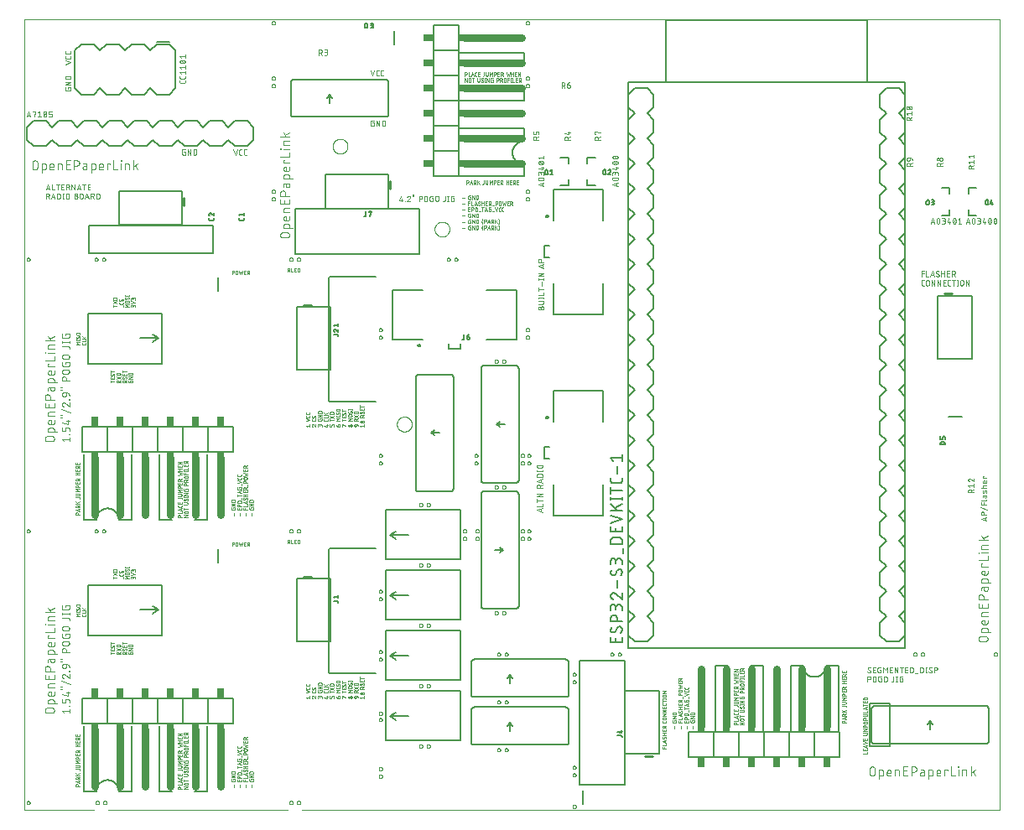
<source format=gto>
G75*
%MOIN*%
%OFA0B0*%
%FSLAX25Y25*%
%IPPOS*%
%LPD*%
%AMOC8*
5,1,8,0,0,1.08239X$1,22.5*
%
%ADD10C,0.00000*%
%ADD11C,0.00800*%
%ADD12C,0.00100*%
%ADD13C,0.00300*%
%ADD14C,0.00200*%
%ADD15C,0.00787*%
%ADD16C,0.01000*%
%ADD17C,0.00500*%
%ADD18C,0.00600*%
%ADD19C,0.03000*%
%ADD20R,0.03000X0.02000*%
%ADD21R,0.03000X0.04000*%
%ADD22R,0.02000X0.03000*%
%ADD23R,0.04000X0.03000*%
D10*
X0003550Y0003550D02*
X0031294Y0003550D01*
X0031861Y0006550D02*
X0031863Y0006602D01*
X0031869Y0006654D01*
X0031879Y0006705D01*
X0031892Y0006755D01*
X0031910Y0006805D01*
X0031931Y0006852D01*
X0031955Y0006898D01*
X0031984Y0006942D01*
X0032015Y0006984D01*
X0032049Y0007023D01*
X0032086Y0007060D01*
X0032126Y0007093D01*
X0032169Y0007124D01*
X0032213Y0007151D01*
X0032259Y0007175D01*
X0032308Y0007195D01*
X0032357Y0007211D01*
X0032408Y0007224D01*
X0032459Y0007233D01*
X0032511Y0007238D01*
X0032563Y0007239D01*
X0032615Y0007236D01*
X0032667Y0007229D01*
X0032718Y0007218D01*
X0032768Y0007204D01*
X0032817Y0007185D01*
X0032864Y0007163D01*
X0032909Y0007138D01*
X0032953Y0007109D01*
X0032994Y0007077D01*
X0033033Y0007042D01*
X0033068Y0007004D01*
X0033101Y0006963D01*
X0033131Y0006921D01*
X0033157Y0006876D01*
X0033180Y0006829D01*
X0033199Y0006780D01*
X0033215Y0006730D01*
X0033227Y0006680D01*
X0033235Y0006628D01*
X0033239Y0006576D01*
X0033239Y0006524D01*
X0033235Y0006472D01*
X0033227Y0006420D01*
X0033215Y0006370D01*
X0033199Y0006320D01*
X0033180Y0006271D01*
X0033157Y0006224D01*
X0033131Y0006179D01*
X0033101Y0006137D01*
X0033068Y0006096D01*
X0033033Y0006058D01*
X0032994Y0006023D01*
X0032953Y0005991D01*
X0032909Y0005962D01*
X0032864Y0005937D01*
X0032817Y0005915D01*
X0032768Y0005896D01*
X0032718Y0005882D01*
X0032667Y0005871D01*
X0032615Y0005864D01*
X0032563Y0005861D01*
X0032511Y0005862D01*
X0032459Y0005867D01*
X0032408Y0005876D01*
X0032357Y0005889D01*
X0032308Y0005905D01*
X0032259Y0005925D01*
X0032213Y0005949D01*
X0032169Y0005976D01*
X0032126Y0006007D01*
X0032086Y0006040D01*
X0032049Y0006077D01*
X0032015Y0006116D01*
X0031984Y0006158D01*
X0031955Y0006202D01*
X0031931Y0006248D01*
X0031910Y0006295D01*
X0031892Y0006345D01*
X0031879Y0006395D01*
X0031869Y0006446D01*
X0031863Y0006498D01*
X0031861Y0006550D01*
X0034861Y0006550D02*
X0034863Y0006602D01*
X0034869Y0006654D01*
X0034879Y0006705D01*
X0034892Y0006755D01*
X0034910Y0006805D01*
X0034931Y0006852D01*
X0034955Y0006898D01*
X0034984Y0006942D01*
X0035015Y0006984D01*
X0035049Y0007023D01*
X0035086Y0007060D01*
X0035126Y0007093D01*
X0035169Y0007124D01*
X0035213Y0007151D01*
X0035259Y0007175D01*
X0035308Y0007195D01*
X0035357Y0007211D01*
X0035408Y0007224D01*
X0035459Y0007233D01*
X0035511Y0007238D01*
X0035563Y0007239D01*
X0035615Y0007236D01*
X0035667Y0007229D01*
X0035718Y0007218D01*
X0035768Y0007204D01*
X0035817Y0007185D01*
X0035864Y0007163D01*
X0035909Y0007138D01*
X0035953Y0007109D01*
X0035994Y0007077D01*
X0036033Y0007042D01*
X0036068Y0007004D01*
X0036101Y0006963D01*
X0036131Y0006921D01*
X0036157Y0006876D01*
X0036180Y0006829D01*
X0036199Y0006780D01*
X0036215Y0006730D01*
X0036227Y0006680D01*
X0036235Y0006628D01*
X0036239Y0006576D01*
X0036239Y0006524D01*
X0036235Y0006472D01*
X0036227Y0006420D01*
X0036215Y0006370D01*
X0036199Y0006320D01*
X0036180Y0006271D01*
X0036157Y0006224D01*
X0036131Y0006179D01*
X0036101Y0006137D01*
X0036068Y0006096D01*
X0036033Y0006058D01*
X0035994Y0006023D01*
X0035953Y0005991D01*
X0035909Y0005962D01*
X0035864Y0005937D01*
X0035817Y0005915D01*
X0035768Y0005896D01*
X0035718Y0005882D01*
X0035667Y0005871D01*
X0035615Y0005864D01*
X0035563Y0005861D01*
X0035511Y0005862D01*
X0035459Y0005867D01*
X0035408Y0005876D01*
X0035357Y0005889D01*
X0035308Y0005905D01*
X0035259Y0005925D01*
X0035213Y0005949D01*
X0035169Y0005976D01*
X0035126Y0006007D01*
X0035086Y0006040D01*
X0035049Y0006077D01*
X0035015Y0006116D01*
X0034984Y0006158D01*
X0034955Y0006202D01*
X0034931Y0006248D01*
X0034910Y0006295D01*
X0034892Y0006345D01*
X0034879Y0006395D01*
X0034869Y0006446D01*
X0034863Y0006498D01*
X0034861Y0006550D01*
X0036806Y0003550D02*
X0108294Y0003550D01*
X0108861Y0006550D02*
X0108863Y0006602D01*
X0108869Y0006654D01*
X0108879Y0006705D01*
X0108892Y0006755D01*
X0108910Y0006805D01*
X0108931Y0006852D01*
X0108955Y0006898D01*
X0108984Y0006942D01*
X0109015Y0006984D01*
X0109049Y0007023D01*
X0109086Y0007060D01*
X0109126Y0007093D01*
X0109169Y0007124D01*
X0109213Y0007151D01*
X0109259Y0007175D01*
X0109308Y0007195D01*
X0109357Y0007211D01*
X0109408Y0007224D01*
X0109459Y0007233D01*
X0109511Y0007238D01*
X0109563Y0007239D01*
X0109615Y0007236D01*
X0109667Y0007229D01*
X0109718Y0007218D01*
X0109768Y0007204D01*
X0109817Y0007185D01*
X0109864Y0007163D01*
X0109909Y0007138D01*
X0109953Y0007109D01*
X0109994Y0007077D01*
X0110033Y0007042D01*
X0110068Y0007004D01*
X0110101Y0006963D01*
X0110131Y0006921D01*
X0110157Y0006876D01*
X0110180Y0006829D01*
X0110199Y0006780D01*
X0110215Y0006730D01*
X0110227Y0006680D01*
X0110235Y0006628D01*
X0110239Y0006576D01*
X0110239Y0006524D01*
X0110235Y0006472D01*
X0110227Y0006420D01*
X0110215Y0006370D01*
X0110199Y0006320D01*
X0110180Y0006271D01*
X0110157Y0006224D01*
X0110131Y0006179D01*
X0110101Y0006137D01*
X0110068Y0006096D01*
X0110033Y0006058D01*
X0109994Y0006023D01*
X0109953Y0005991D01*
X0109909Y0005962D01*
X0109864Y0005937D01*
X0109817Y0005915D01*
X0109768Y0005896D01*
X0109718Y0005882D01*
X0109667Y0005871D01*
X0109615Y0005864D01*
X0109563Y0005861D01*
X0109511Y0005862D01*
X0109459Y0005867D01*
X0109408Y0005876D01*
X0109357Y0005889D01*
X0109308Y0005905D01*
X0109259Y0005925D01*
X0109213Y0005949D01*
X0109169Y0005976D01*
X0109126Y0006007D01*
X0109086Y0006040D01*
X0109049Y0006077D01*
X0109015Y0006116D01*
X0108984Y0006158D01*
X0108955Y0006202D01*
X0108931Y0006248D01*
X0108910Y0006295D01*
X0108892Y0006345D01*
X0108879Y0006395D01*
X0108869Y0006446D01*
X0108863Y0006498D01*
X0108861Y0006550D01*
X0111861Y0006550D02*
X0111863Y0006602D01*
X0111869Y0006654D01*
X0111879Y0006705D01*
X0111892Y0006755D01*
X0111910Y0006805D01*
X0111931Y0006852D01*
X0111955Y0006898D01*
X0111984Y0006942D01*
X0112015Y0006984D01*
X0112049Y0007023D01*
X0112086Y0007060D01*
X0112126Y0007093D01*
X0112169Y0007124D01*
X0112213Y0007151D01*
X0112259Y0007175D01*
X0112308Y0007195D01*
X0112357Y0007211D01*
X0112408Y0007224D01*
X0112459Y0007233D01*
X0112511Y0007238D01*
X0112563Y0007239D01*
X0112615Y0007236D01*
X0112667Y0007229D01*
X0112718Y0007218D01*
X0112768Y0007204D01*
X0112817Y0007185D01*
X0112864Y0007163D01*
X0112909Y0007138D01*
X0112953Y0007109D01*
X0112994Y0007077D01*
X0113033Y0007042D01*
X0113068Y0007004D01*
X0113101Y0006963D01*
X0113131Y0006921D01*
X0113157Y0006876D01*
X0113180Y0006829D01*
X0113199Y0006780D01*
X0113215Y0006730D01*
X0113227Y0006680D01*
X0113235Y0006628D01*
X0113239Y0006576D01*
X0113239Y0006524D01*
X0113235Y0006472D01*
X0113227Y0006420D01*
X0113215Y0006370D01*
X0113199Y0006320D01*
X0113180Y0006271D01*
X0113157Y0006224D01*
X0113131Y0006179D01*
X0113101Y0006137D01*
X0113068Y0006096D01*
X0113033Y0006058D01*
X0112994Y0006023D01*
X0112953Y0005991D01*
X0112909Y0005962D01*
X0112864Y0005937D01*
X0112817Y0005915D01*
X0112768Y0005896D01*
X0112718Y0005882D01*
X0112667Y0005871D01*
X0112615Y0005864D01*
X0112563Y0005861D01*
X0112511Y0005862D01*
X0112459Y0005867D01*
X0112408Y0005876D01*
X0112357Y0005889D01*
X0112308Y0005905D01*
X0112259Y0005925D01*
X0112213Y0005949D01*
X0112169Y0005976D01*
X0112126Y0006007D01*
X0112086Y0006040D01*
X0112049Y0006077D01*
X0112015Y0006116D01*
X0111984Y0006158D01*
X0111955Y0006202D01*
X0111931Y0006248D01*
X0111910Y0006295D01*
X0111892Y0006345D01*
X0111879Y0006395D01*
X0111869Y0006446D01*
X0111863Y0006498D01*
X0111861Y0006550D01*
X0113806Y0003550D02*
X0391251Y0003550D01*
X0391251Y0318011D01*
X0003550Y0318011D01*
X0003550Y0003550D01*
X0004361Y0006550D02*
X0004363Y0006602D01*
X0004369Y0006654D01*
X0004379Y0006705D01*
X0004392Y0006755D01*
X0004410Y0006805D01*
X0004431Y0006852D01*
X0004455Y0006898D01*
X0004484Y0006942D01*
X0004515Y0006984D01*
X0004549Y0007023D01*
X0004586Y0007060D01*
X0004626Y0007093D01*
X0004669Y0007124D01*
X0004713Y0007151D01*
X0004759Y0007175D01*
X0004808Y0007195D01*
X0004857Y0007211D01*
X0004908Y0007224D01*
X0004959Y0007233D01*
X0005011Y0007238D01*
X0005063Y0007239D01*
X0005115Y0007236D01*
X0005167Y0007229D01*
X0005218Y0007218D01*
X0005268Y0007204D01*
X0005317Y0007185D01*
X0005364Y0007163D01*
X0005409Y0007138D01*
X0005453Y0007109D01*
X0005494Y0007077D01*
X0005533Y0007042D01*
X0005568Y0007004D01*
X0005601Y0006963D01*
X0005631Y0006921D01*
X0005657Y0006876D01*
X0005680Y0006829D01*
X0005699Y0006780D01*
X0005715Y0006730D01*
X0005727Y0006680D01*
X0005735Y0006628D01*
X0005739Y0006576D01*
X0005739Y0006524D01*
X0005735Y0006472D01*
X0005727Y0006420D01*
X0005715Y0006370D01*
X0005699Y0006320D01*
X0005680Y0006271D01*
X0005657Y0006224D01*
X0005631Y0006179D01*
X0005601Y0006137D01*
X0005568Y0006096D01*
X0005533Y0006058D01*
X0005494Y0006023D01*
X0005453Y0005991D01*
X0005409Y0005962D01*
X0005364Y0005937D01*
X0005317Y0005915D01*
X0005268Y0005896D01*
X0005218Y0005882D01*
X0005167Y0005871D01*
X0005115Y0005864D01*
X0005063Y0005861D01*
X0005011Y0005862D01*
X0004959Y0005867D01*
X0004908Y0005876D01*
X0004857Y0005889D01*
X0004808Y0005905D01*
X0004759Y0005925D01*
X0004713Y0005949D01*
X0004669Y0005976D01*
X0004626Y0006007D01*
X0004586Y0006040D01*
X0004549Y0006077D01*
X0004515Y0006116D01*
X0004484Y0006158D01*
X0004455Y0006202D01*
X0004431Y0006248D01*
X0004410Y0006295D01*
X0004392Y0006345D01*
X0004379Y0006395D01*
X0004369Y0006446D01*
X0004363Y0006498D01*
X0004361Y0006550D01*
X0004361Y0114550D02*
X0004363Y0114602D01*
X0004369Y0114654D01*
X0004379Y0114705D01*
X0004392Y0114755D01*
X0004410Y0114805D01*
X0004431Y0114852D01*
X0004455Y0114898D01*
X0004484Y0114942D01*
X0004515Y0114984D01*
X0004549Y0115023D01*
X0004586Y0115060D01*
X0004626Y0115093D01*
X0004669Y0115124D01*
X0004713Y0115151D01*
X0004759Y0115175D01*
X0004808Y0115195D01*
X0004857Y0115211D01*
X0004908Y0115224D01*
X0004959Y0115233D01*
X0005011Y0115238D01*
X0005063Y0115239D01*
X0005115Y0115236D01*
X0005167Y0115229D01*
X0005218Y0115218D01*
X0005268Y0115204D01*
X0005317Y0115185D01*
X0005364Y0115163D01*
X0005409Y0115138D01*
X0005453Y0115109D01*
X0005494Y0115077D01*
X0005533Y0115042D01*
X0005568Y0115004D01*
X0005601Y0114963D01*
X0005631Y0114921D01*
X0005657Y0114876D01*
X0005680Y0114829D01*
X0005699Y0114780D01*
X0005715Y0114730D01*
X0005727Y0114680D01*
X0005735Y0114628D01*
X0005739Y0114576D01*
X0005739Y0114524D01*
X0005735Y0114472D01*
X0005727Y0114420D01*
X0005715Y0114370D01*
X0005699Y0114320D01*
X0005680Y0114271D01*
X0005657Y0114224D01*
X0005631Y0114179D01*
X0005601Y0114137D01*
X0005568Y0114096D01*
X0005533Y0114058D01*
X0005494Y0114023D01*
X0005453Y0113991D01*
X0005409Y0113962D01*
X0005364Y0113937D01*
X0005317Y0113915D01*
X0005268Y0113896D01*
X0005218Y0113882D01*
X0005167Y0113871D01*
X0005115Y0113864D01*
X0005063Y0113861D01*
X0005011Y0113862D01*
X0004959Y0113867D01*
X0004908Y0113876D01*
X0004857Y0113889D01*
X0004808Y0113905D01*
X0004759Y0113925D01*
X0004713Y0113949D01*
X0004669Y0113976D01*
X0004626Y0114007D01*
X0004586Y0114040D01*
X0004549Y0114077D01*
X0004515Y0114116D01*
X0004484Y0114158D01*
X0004455Y0114202D01*
X0004431Y0114248D01*
X0004410Y0114295D01*
X0004392Y0114345D01*
X0004379Y0114395D01*
X0004369Y0114446D01*
X0004363Y0114498D01*
X0004361Y0114550D01*
X0031361Y0114550D02*
X0031363Y0114602D01*
X0031369Y0114654D01*
X0031379Y0114705D01*
X0031392Y0114755D01*
X0031410Y0114805D01*
X0031431Y0114852D01*
X0031455Y0114898D01*
X0031484Y0114942D01*
X0031515Y0114984D01*
X0031549Y0115023D01*
X0031586Y0115060D01*
X0031626Y0115093D01*
X0031669Y0115124D01*
X0031713Y0115151D01*
X0031759Y0115175D01*
X0031808Y0115195D01*
X0031857Y0115211D01*
X0031908Y0115224D01*
X0031959Y0115233D01*
X0032011Y0115238D01*
X0032063Y0115239D01*
X0032115Y0115236D01*
X0032167Y0115229D01*
X0032218Y0115218D01*
X0032268Y0115204D01*
X0032317Y0115185D01*
X0032364Y0115163D01*
X0032409Y0115138D01*
X0032453Y0115109D01*
X0032494Y0115077D01*
X0032533Y0115042D01*
X0032568Y0115004D01*
X0032601Y0114963D01*
X0032631Y0114921D01*
X0032657Y0114876D01*
X0032680Y0114829D01*
X0032699Y0114780D01*
X0032715Y0114730D01*
X0032727Y0114680D01*
X0032735Y0114628D01*
X0032739Y0114576D01*
X0032739Y0114524D01*
X0032735Y0114472D01*
X0032727Y0114420D01*
X0032715Y0114370D01*
X0032699Y0114320D01*
X0032680Y0114271D01*
X0032657Y0114224D01*
X0032631Y0114179D01*
X0032601Y0114137D01*
X0032568Y0114096D01*
X0032533Y0114058D01*
X0032494Y0114023D01*
X0032453Y0113991D01*
X0032409Y0113962D01*
X0032364Y0113937D01*
X0032317Y0113915D01*
X0032268Y0113896D01*
X0032218Y0113882D01*
X0032167Y0113871D01*
X0032115Y0113864D01*
X0032063Y0113861D01*
X0032011Y0113862D01*
X0031959Y0113867D01*
X0031908Y0113876D01*
X0031857Y0113889D01*
X0031808Y0113905D01*
X0031759Y0113925D01*
X0031713Y0113949D01*
X0031669Y0113976D01*
X0031626Y0114007D01*
X0031586Y0114040D01*
X0031549Y0114077D01*
X0031515Y0114116D01*
X0031484Y0114158D01*
X0031455Y0114202D01*
X0031431Y0114248D01*
X0031410Y0114295D01*
X0031392Y0114345D01*
X0031379Y0114395D01*
X0031369Y0114446D01*
X0031363Y0114498D01*
X0031361Y0114550D01*
X0034361Y0114550D02*
X0034363Y0114602D01*
X0034369Y0114654D01*
X0034379Y0114705D01*
X0034392Y0114755D01*
X0034410Y0114805D01*
X0034431Y0114852D01*
X0034455Y0114898D01*
X0034484Y0114942D01*
X0034515Y0114984D01*
X0034549Y0115023D01*
X0034586Y0115060D01*
X0034626Y0115093D01*
X0034669Y0115124D01*
X0034713Y0115151D01*
X0034759Y0115175D01*
X0034808Y0115195D01*
X0034857Y0115211D01*
X0034908Y0115224D01*
X0034959Y0115233D01*
X0035011Y0115238D01*
X0035063Y0115239D01*
X0035115Y0115236D01*
X0035167Y0115229D01*
X0035218Y0115218D01*
X0035268Y0115204D01*
X0035317Y0115185D01*
X0035364Y0115163D01*
X0035409Y0115138D01*
X0035453Y0115109D01*
X0035494Y0115077D01*
X0035533Y0115042D01*
X0035568Y0115004D01*
X0035601Y0114963D01*
X0035631Y0114921D01*
X0035657Y0114876D01*
X0035680Y0114829D01*
X0035699Y0114780D01*
X0035715Y0114730D01*
X0035727Y0114680D01*
X0035735Y0114628D01*
X0035739Y0114576D01*
X0035739Y0114524D01*
X0035735Y0114472D01*
X0035727Y0114420D01*
X0035715Y0114370D01*
X0035699Y0114320D01*
X0035680Y0114271D01*
X0035657Y0114224D01*
X0035631Y0114179D01*
X0035601Y0114137D01*
X0035568Y0114096D01*
X0035533Y0114058D01*
X0035494Y0114023D01*
X0035453Y0113991D01*
X0035409Y0113962D01*
X0035364Y0113937D01*
X0035317Y0113915D01*
X0035268Y0113896D01*
X0035218Y0113882D01*
X0035167Y0113871D01*
X0035115Y0113864D01*
X0035063Y0113861D01*
X0035011Y0113862D01*
X0034959Y0113867D01*
X0034908Y0113876D01*
X0034857Y0113889D01*
X0034808Y0113905D01*
X0034759Y0113925D01*
X0034713Y0113949D01*
X0034669Y0113976D01*
X0034626Y0114007D01*
X0034586Y0114040D01*
X0034549Y0114077D01*
X0034515Y0114116D01*
X0034484Y0114158D01*
X0034455Y0114202D01*
X0034431Y0114248D01*
X0034410Y0114295D01*
X0034392Y0114345D01*
X0034379Y0114395D01*
X0034369Y0114446D01*
X0034363Y0114498D01*
X0034361Y0114550D01*
X0108861Y0114550D02*
X0108863Y0114602D01*
X0108869Y0114654D01*
X0108879Y0114705D01*
X0108892Y0114755D01*
X0108910Y0114805D01*
X0108931Y0114852D01*
X0108955Y0114898D01*
X0108984Y0114942D01*
X0109015Y0114984D01*
X0109049Y0115023D01*
X0109086Y0115060D01*
X0109126Y0115093D01*
X0109169Y0115124D01*
X0109213Y0115151D01*
X0109259Y0115175D01*
X0109308Y0115195D01*
X0109357Y0115211D01*
X0109408Y0115224D01*
X0109459Y0115233D01*
X0109511Y0115238D01*
X0109563Y0115239D01*
X0109615Y0115236D01*
X0109667Y0115229D01*
X0109718Y0115218D01*
X0109768Y0115204D01*
X0109817Y0115185D01*
X0109864Y0115163D01*
X0109909Y0115138D01*
X0109953Y0115109D01*
X0109994Y0115077D01*
X0110033Y0115042D01*
X0110068Y0115004D01*
X0110101Y0114963D01*
X0110131Y0114921D01*
X0110157Y0114876D01*
X0110180Y0114829D01*
X0110199Y0114780D01*
X0110215Y0114730D01*
X0110227Y0114680D01*
X0110235Y0114628D01*
X0110239Y0114576D01*
X0110239Y0114524D01*
X0110235Y0114472D01*
X0110227Y0114420D01*
X0110215Y0114370D01*
X0110199Y0114320D01*
X0110180Y0114271D01*
X0110157Y0114224D01*
X0110131Y0114179D01*
X0110101Y0114137D01*
X0110068Y0114096D01*
X0110033Y0114058D01*
X0109994Y0114023D01*
X0109953Y0113991D01*
X0109909Y0113962D01*
X0109864Y0113937D01*
X0109817Y0113915D01*
X0109768Y0113896D01*
X0109718Y0113882D01*
X0109667Y0113871D01*
X0109615Y0113864D01*
X0109563Y0113861D01*
X0109511Y0113862D01*
X0109459Y0113867D01*
X0109408Y0113876D01*
X0109357Y0113889D01*
X0109308Y0113905D01*
X0109259Y0113925D01*
X0109213Y0113949D01*
X0109169Y0113976D01*
X0109126Y0114007D01*
X0109086Y0114040D01*
X0109049Y0114077D01*
X0109015Y0114116D01*
X0108984Y0114158D01*
X0108955Y0114202D01*
X0108931Y0114248D01*
X0108910Y0114295D01*
X0108892Y0114345D01*
X0108879Y0114395D01*
X0108869Y0114446D01*
X0108863Y0114498D01*
X0108861Y0114550D01*
X0111861Y0114550D02*
X0111863Y0114602D01*
X0111869Y0114654D01*
X0111879Y0114705D01*
X0111892Y0114755D01*
X0111910Y0114805D01*
X0111931Y0114852D01*
X0111955Y0114898D01*
X0111984Y0114942D01*
X0112015Y0114984D01*
X0112049Y0115023D01*
X0112086Y0115060D01*
X0112126Y0115093D01*
X0112169Y0115124D01*
X0112213Y0115151D01*
X0112259Y0115175D01*
X0112308Y0115195D01*
X0112357Y0115211D01*
X0112408Y0115224D01*
X0112459Y0115233D01*
X0112511Y0115238D01*
X0112563Y0115239D01*
X0112615Y0115236D01*
X0112667Y0115229D01*
X0112718Y0115218D01*
X0112768Y0115204D01*
X0112817Y0115185D01*
X0112864Y0115163D01*
X0112909Y0115138D01*
X0112953Y0115109D01*
X0112994Y0115077D01*
X0113033Y0115042D01*
X0113068Y0115004D01*
X0113101Y0114963D01*
X0113131Y0114921D01*
X0113157Y0114876D01*
X0113180Y0114829D01*
X0113199Y0114780D01*
X0113215Y0114730D01*
X0113227Y0114680D01*
X0113235Y0114628D01*
X0113239Y0114576D01*
X0113239Y0114524D01*
X0113235Y0114472D01*
X0113227Y0114420D01*
X0113215Y0114370D01*
X0113199Y0114320D01*
X0113180Y0114271D01*
X0113157Y0114224D01*
X0113131Y0114179D01*
X0113101Y0114137D01*
X0113068Y0114096D01*
X0113033Y0114058D01*
X0112994Y0114023D01*
X0112953Y0113991D01*
X0112909Y0113962D01*
X0112864Y0113937D01*
X0112817Y0113915D01*
X0112768Y0113896D01*
X0112718Y0113882D01*
X0112667Y0113871D01*
X0112615Y0113864D01*
X0112563Y0113861D01*
X0112511Y0113862D01*
X0112459Y0113867D01*
X0112408Y0113876D01*
X0112357Y0113889D01*
X0112308Y0113905D01*
X0112259Y0113925D01*
X0112213Y0113949D01*
X0112169Y0113976D01*
X0112126Y0114007D01*
X0112086Y0114040D01*
X0112049Y0114077D01*
X0112015Y0114116D01*
X0111984Y0114158D01*
X0111955Y0114202D01*
X0111931Y0114248D01*
X0111910Y0114295D01*
X0111892Y0114345D01*
X0111879Y0114395D01*
X0111869Y0114446D01*
X0111863Y0114498D01*
X0111861Y0114550D01*
X0144361Y0090550D02*
X0144363Y0090602D01*
X0144369Y0090654D01*
X0144379Y0090705D01*
X0144392Y0090755D01*
X0144410Y0090805D01*
X0144431Y0090852D01*
X0144455Y0090898D01*
X0144484Y0090942D01*
X0144515Y0090984D01*
X0144549Y0091023D01*
X0144586Y0091060D01*
X0144626Y0091093D01*
X0144669Y0091124D01*
X0144713Y0091151D01*
X0144759Y0091175D01*
X0144808Y0091195D01*
X0144857Y0091211D01*
X0144908Y0091224D01*
X0144959Y0091233D01*
X0145011Y0091238D01*
X0145063Y0091239D01*
X0145115Y0091236D01*
X0145167Y0091229D01*
X0145218Y0091218D01*
X0145268Y0091204D01*
X0145317Y0091185D01*
X0145364Y0091163D01*
X0145409Y0091138D01*
X0145453Y0091109D01*
X0145494Y0091077D01*
X0145533Y0091042D01*
X0145568Y0091004D01*
X0145601Y0090963D01*
X0145631Y0090921D01*
X0145657Y0090876D01*
X0145680Y0090829D01*
X0145699Y0090780D01*
X0145715Y0090730D01*
X0145727Y0090680D01*
X0145735Y0090628D01*
X0145739Y0090576D01*
X0145739Y0090524D01*
X0145735Y0090472D01*
X0145727Y0090420D01*
X0145715Y0090370D01*
X0145699Y0090320D01*
X0145680Y0090271D01*
X0145657Y0090224D01*
X0145631Y0090179D01*
X0145601Y0090137D01*
X0145568Y0090096D01*
X0145533Y0090058D01*
X0145494Y0090023D01*
X0145453Y0089991D01*
X0145409Y0089962D01*
X0145364Y0089937D01*
X0145317Y0089915D01*
X0145268Y0089896D01*
X0145218Y0089882D01*
X0145167Y0089871D01*
X0145115Y0089864D01*
X0145063Y0089861D01*
X0145011Y0089862D01*
X0144959Y0089867D01*
X0144908Y0089876D01*
X0144857Y0089889D01*
X0144808Y0089905D01*
X0144759Y0089925D01*
X0144713Y0089949D01*
X0144669Y0089976D01*
X0144626Y0090007D01*
X0144586Y0090040D01*
X0144549Y0090077D01*
X0144515Y0090116D01*
X0144484Y0090158D01*
X0144455Y0090202D01*
X0144431Y0090248D01*
X0144410Y0090295D01*
X0144392Y0090345D01*
X0144379Y0090395D01*
X0144369Y0090446D01*
X0144363Y0090498D01*
X0144361Y0090550D01*
X0144361Y0087550D02*
X0144363Y0087602D01*
X0144369Y0087654D01*
X0144379Y0087705D01*
X0144392Y0087755D01*
X0144410Y0087805D01*
X0144431Y0087852D01*
X0144455Y0087898D01*
X0144484Y0087942D01*
X0144515Y0087984D01*
X0144549Y0088023D01*
X0144586Y0088060D01*
X0144626Y0088093D01*
X0144669Y0088124D01*
X0144713Y0088151D01*
X0144759Y0088175D01*
X0144808Y0088195D01*
X0144857Y0088211D01*
X0144908Y0088224D01*
X0144959Y0088233D01*
X0145011Y0088238D01*
X0145063Y0088239D01*
X0145115Y0088236D01*
X0145167Y0088229D01*
X0145218Y0088218D01*
X0145268Y0088204D01*
X0145317Y0088185D01*
X0145364Y0088163D01*
X0145409Y0088138D01*
X0145453Y0088109D01*
X0145494Y0088077D01*
X0145533Y0088042D01*
X0145568Y0088004D01*
X0145601Y0087963D01*
X0145631Y0087921D01*
X0145657Y0087876D01*
X0145680Y0087829D01*
X0145699Y0087780D01*
X0145715Y0087730D01*
X0145727Y0087680D01*
X0145735Y0087628D01*
X0145739Y0087576D01*
X0145739Y0087524D01*
X0145735Y0087472D01*
X0145727Y0087420D01*
X0145715Y0087370D01*
X0145699Y0087320D01*
X0145680Y0087271D01*
X0145657Y0087224D01*
X0145631Y0087179D01*
X0145601Y0087137D01*
X0145568Y0087096D01*
X0145533Y0087058D01*
X0145494Y0087023D01*
X0145453Y0086991D01*
X0145409Y0086962D01*
X0145364Y0086937D01*
X0145317Y0086915D01*
X0145268Y0086896D01*
X0145218Y0086882D01*
X0145167Y0086871D01*
X0145115Y0086864D01*
X0145063Y0086861D01*
X0145011Y0086862D01*
X0144959Y0086867D01*
X0144908Y0086876D01*
X0144857Y0086889D01*
X0144808Y0086905D01*
X0144759Y0086925D01*
X0144713Y0086949D01*
X0144669Y0086976D01*
X0144626Y0087007D01*
X0144586Y0087040D01*
X0144549Y0087077D01*
X0144515Y0087116D01*
X0144484Y0087158D01*
X0144455Y0087202D01*
X0144431Y0087248D01*
X0144410Y0087295D01*
X0144392Y0087345D01*
X0144379Y0087395D01*
X0144369Y0087446D01*
X0144363Y0087498D01*
X0144361Y0087550D01*
X0160361Y0077050D02*
X0160363Y0077102D01*
X0160369Y0077154D01*
X0160379Y0077205D01*
X0160392Y0077255D01*
X0160410Y0077305D01*
X0160431Y0077352D01*
X0160455Y0077398D01*
X0160484Y0077442D01*
X0160515Y0077484D01*
X0160549Y0077523D01*
X0160586Y0077560D01*
X0160626Y0077593D01*
X0160669Y0077624D01*
X0160713Y0077651D01*
X0160759Y0077675D01*
X0160808Y0077695D01*
X0160857Y0077711D01*
X0160908Y0077724D01*
X0160959Y0077733D01*
X0161011Y0077738D01*
X0161063Y0077739D01*
X0161115Y0077736D01*
X0161167Y0077729D01*
X0161218Y0077718D01*
X0161268Y0077704D01*
X0161317Y0077685D01*
X0161364Y0077663D01*
X0161409Y0077638D01*
X0161453Y0077609D01*
X0161494Y0077577D01*
X0161533Y0077542D01*
X0161568Y0077504D01*
X0161601Y0077463D01*
X0161631Y0077421D01*
X0161657Y0077376D01*
X0161680Y0077329D01*
X0161699Y0077280D01*
X0161715Y0077230D01*
X0161727Y0077180D01*
X0161735Y0077128D01*
X0161739Y0077076D01*
X0161739Y0077024D01*
X0161735Y0076972D01*
X0161727Y0076920D01*
X0161715Y0076870D01*
X0161699Y0076820D01*
X0161680Y0076771D01*
X0161657Y0076724D01*
X0161631Y0076679D01*
X0161601Y0076637D01*
X0161568Y0076596D01*
X0161533Y0076558D01*
X0161494Y0076523D01*
X0161453Y0076491D01*
X0161409Y0076462D01*
X0161364Y0076437D01*
X0161317Y0076415D01*
X0161268Y0076396D01*
X0161218Y0076382D01*
X0161167Y0076371D01*
X0161115Y0076364D01*
X0161063Y0076361D01*
X0161011Y0076362D01*
X0160959Y0076367D01*
X0160908Y0076376D01*
X0160857Y0076389D01*
X0160808Y0076405D01*
X0160759Y0076425D01*
X0160713Y0076449D01*
X0160669Y0076476D01*
X0160626Y0076507D01*
X0160586Y0076540D01*
X0160549Y0076577D01*
X0160515Y0076616D01*
X0160484Y0076658D01*
X0160455Y0076702D01*
X0160431Y0076748D01*
X0160410Y0076795D01*
X0160392Y0076845D01*
X0160379Y0076895D01*
X0160369Y0076946D01*
X0160363Y0076998D01*
X0160361Y0077050D01*
X0163361Y0077050D02*
X0163363Y0077102D01*
X0163369Y0077154D01*
X0163379Y0077205D01*
X0163392Y0077255D01*
X0163410Y0077305D01*
X0163431Y0077352D01*
X0163455Y0077398D01*
X0163484Y0077442D01*
X0163515Y0077484D01*
X0163549Y0077523D01*
X0163586Y0077560D01*
X0163626Y0077593D01*
X0163669Y0077624D01*
X0163713Y0077651D01*
X0163759Y0077675D01*
X0163808Y0077695D01*
X0163857Y0077711D01*
X0163908Y0077724D01*
X0163959Y0077733D01*
X0164011Y0077738D01*
X0164063Y0077739D01*
X0164115Y0077736D01*
X0164167Y0077729D01*
X0164218Y0077718D01*
X0164268Y0077704D01*
X0164317Y0077685D01*
X0164364Y0077663D01*
X0164409Y0077638D01*
X0164453Y0077609D01*
X0164494Y0077577D01*
X0164533Y0077542D01*
X0164568Y0077504D01*
X0164601Y0077463D01*
X0164631Y0077421D01*
X0164657Y0077376D01*
X0164680Y0077329D01*
X0164699Y0077280D01*
X0164715Y0077230D01*
X0164727Y0077180D01*
X0164735Y0077128D01*
X0164739Y0077076D01*
X0164739Y0077024D01*
X0164735Y0076972D01*
X0164727Y0076920D01*
X0164715Y0076870D01*
X0164699Y0076820D01*
X0164680Y0076771D01*
X0164657Y0076724D01*
X0164631Y0076679D01*
X0164601Y0076637D01*
X0164568Y0076596D01*
X0164533Y0076558D01*
X0164494Y0076523D01*
X0164453Y0076491D01*
X0164409Y0076462D01*
X0164364Y0076437D01*
X0164317Y0076415D01*
X0164268Y0076396D01*
X0164218Y0076382D01*
X0164167Y0076371D01*
X0164115Y0076364D01*
X0164063Y0076361D01*
X0164011Y0076362D01*
X0163959Y0076367D01*
X0163908Y0076376D01*
X0163857Y0076389D01*
X0163808Y0076405D01*
X0163759Y0076425D01*
X0163713Y0076449D01*
X0163669Y0076476D01*
X0163626Y0076507D01*
X0163586Y0076540D01*
X0163549Y0076577D01*
X0163515Y0076616D01*
X0163484Y0076658D01*
X0163455Y0076702D01*
X0163431Y0076748D01*
X0163410Y0076795D01*
X0163392Y0076845D01*
X0163379Y0076895D01*
X0163369Y0076946D01*
X0163363Y0076998D01*
X0163361Y0077050D01*
X0144361Y0066550D02*
X0144363Y0066602D01*
X0144369Y0066654D01*
X0144379Y0066705D01*
X0144392Y0066755D01*
X0144410Y0066805D01*
X0144431Y0066852D01*
X0144455Y0066898D01*
X0144484Y0066942D01*
X0144515Y0066984D01*
X0144549Y0067023D01*
X0144586Y0067060D01*
X0144626Y0067093D01*
X0144669Y0067124D01*
X0144713Y0067151D01*
X0144759Y0067175D01*
X0144808Y0067195D01*
X0144857Y0067211D01*
X0144908Y0067224D01*
X0144959Y0067233D01*
X0145011Y0067238D01*
X0145063Y0067239D01*
X0145115Y0067236D01*
X0145167Y0067229D01*
X0145218Y0067218D01*
X0145268Y0067204D01*
X0145317Y0067185D01*
X0145364Y0067163D01*
X0145409Y0067138D01*
X0145453Y0067109D01*
X0145494Y0067077D01*
X0145533Y0067042D01*
X0145568Y0067004D01*
X0145601Y0066963D01*
X0145631Y0066921D01*
X0145657Y0066876D01*
X0145680Y0066829D01*
X0145699Y0066780D01*
X0145715Y0066730D01*
X0145727Y0066680D01*
X0145735Y0066628D01*
X0145739Y0066576D01*
X0145739Y0066524D01*
X0145735Y0066472D01*
X0145727Y0066420D01*
X0145715Y0066370D01*
X0145699Y0066320D01*
X0145680Y0066271D01*
X0145657Y0066224D01*
X0145631Y0066179D01*
X0145601Y0066137D01*
X0145568Y0066096D01*
X0145533Y0066058D01*
X0145494Y0066023D01*
X0145453Y0065991D01*
X0145409Y0065962D01*
X0145364Y0065937D01*
X0145317Y0065915D01*
X0145268Y0065896D01*
X0145218Y0065882D01*
X0145167Y0065871D01*
X0145115Y0065864D01*
X0145063Y0065861D01*
X0145011Y0065862D01*
X0144959Y0065867D01*
X0144908Y0065876D01*
X0144857Y0065889D01*
X0144808Y0065905D01*
X0144759Y0065925D01*
X0144713Y0065949D01*
X0144669Y0065976D01*
X0144626Y0066007D01*
X0144586Y0066040D01*
X0144549Y0066077D01*
X0144515Y0066116D01*
X0144484Y0066158D01*
X0144455Y0066202D01*
X0144431Y0066248D01*
X0144410Y0066295D01*
X0144392Y0066345D01*
X0144379Y0066395D01*
X0144369Y0066446D01*
X0144363Y0066498D01*
X0144361Y0066550D01*
X0144361Y0063550D02*
X0144363Y0063602D01*
X0144369Y0063654D01*
X0144379Y0063705D01*
X0144392Y0063755D01*
X0144410Y0063805D01*
X0144431Y0063852D01*
X0144455Y0063898D01*
X0144484Y0063942D01*
X0144515Y0063984D01*
X0144549Y0064023D01*
X0144586Y0064060D01*
X0144626Y0064093D01*
X0144669Y0064124D01*
X0144713Y0064151D01*
X0144759Y0064175D01*
X0144808Y0064195D01*
X0144857Y0064211D01*
X0144908Y0064224D01*
X0144959Y0064233D01*
X0145011Y0064238D01*
X0145063Y0064239D01*
X0145115Y0064236D01*
X0145167Y0064229D01*
X0145218Y0064218D01*
X0145268Y0064204D01*
X0145317Y0064185D01*
X0145364Y0064163D01*
X0145409Y0064138D01*
X0145453Y0064109D01*
X0145494Y0064077D01*
X0145533Y0064042D01*
X0145568Y0064004D01*
X0145601Y0063963D01*
X0145631Y0063921D01*
X0145657Y0063876D01*
X0145680Y0063829D01*
X0145699Y0063780D01*
X0145715Y0063730D01*
X0145727Y0063680D01*
X0145735Y0063628D01*
X0145739Y0063576D01*
X0145739Y0063524D01*
X0145735Y0063472D01*
X0145727Y0063420D01*
X0145715Y0063370D01*
X0145699Y0063320D01*
X0145680Y0063271D01*
X0145657Y0063224D01*
X0145631Y0063179D01*
X0145601Y0063137D01*
X0145568Y0063096D01*
X0145533Y0063058D01*
X0145494Y0063023D01*
X0145453Y0062991D01*
X0145409Y0062962D01*
X0145364Y0062937D01*
X0145317Y0062915D01*
X0145268Y0062896D01*
X0145218Y0062882D01*
X0145167Y0062871D01*
X0145115Y0062864D01*
X0145063Y0062861D01*
X0145011Y0062862D01*
X0144959Y0062867D01*
X0144908Y0062876D01*
X0144857Y0062889D01*
X0144808Y0062905D01*
X0144759Y0062925D01*
X0144713Y0062949D01*
X0144669Y0062976D01*
X0144626Y0063007D01*
X0144586Y0063040D01*
X0144549Y0063077D01*
X0144515Y0063116D01*
X0144484Y0063158D01*
X0144455Y0063202D01*
X0144431Y0063248D01*
X0144410Y0063295D01*
X0144392Y0063345D01*
X0144379Y0063395D01*
X0144369Y0063446D01*
X0144363Y0063498D01*
X0144361Y0063550D01*
X0160361Y0053050D02*
X0160363Y0053102D01*
X0160369Y0053154D01*
X0160379Y0053205D01*
X0160392Y0053255D01*
X0160410Y0053305D01*
X0160431Y0053352D01*
X0160455Y0053398D01*
X0160484Y0053442D01*
X0160515Y0053484D01*
X0160549Y0053523D01*
X0160586Y0053560D01*
X0160626Y0053593D01*
X0160669Y0053624D01*
X0160713Y0053651D01*
X0160759Y0053675D01*
X0160808Y0053695D01*
X0160857Y0053711D01*
X0160908Y0053724D01*
X0160959Y0053733D01*
X0161011Y0053738D01*
X0161063Y0053739D01*
X0161115Y0053736D01*
X0161167Y0053729D01*
X0161218Y0053718D01*
X0161268Y0053704D01*
X0161317Y0053685D01*
X0161364Y0053663D01*
X0161409Y0053638D01*
X0161453Y0053609D01*
X0161494Y0053577D01*
X0161533Y0053542D01*
X0161568Y0053504D01*
X0161601Y0053463D01*
X0161631Y0053421D01*
X0161657Y0053376D01*
X0161680Y0053329D01*
X0161699Y0053280D01*
X0161715Y0053230D01*
X0161727Y0053180D01*
X0161735Y0053128D01*
X0161739Y0053076D01*
X0161739Y0053024D01*
X0161735Y0052972D01*
X0161727Y0052920D01*
X0161715Y0052870D01*
X0161699Y0052820D01*
X0161680Y0052771D01*
X0161657Y0052724D01*
X0161631Y0052679D01*
X0161601Y0052637D01*
X0161568Y0052596D01*
X0161533Y0052558D01*
X0161494Y0052523D01*
X0161453Y0052491D01*
X0161409Y0052462D01*
X0161364Y0052437D01*
X0161317Y0052415D01*
X0161268Y0052396D01*
X0161218Y0052382D01*
X0161167Y0052371D01*
X0161115Y0052364D01*
X0161063Y0052361D01*
X0161011Y0052362D01*
X0160959Y0052367D01*
X0160908Y0052376D01*
X0160857Y0052389D01*
X0160808Y0052405D01*
X0160759Y0052425D01*
X0160713Y0052449D01*
X0160669Y0052476D01*
X0160626Y0052507D01*
X0160586Y0052540D01*
X0160549Y0052577D01*
X0160515Y0052616D01*
X0160484Y0052658D01*
X0160455Y0052702D01*
X0160431Y0052748D01*
X0160410Y0052795D01*
X0160392Y0052845D01*
X0160379Y0052895D01*
X0160369Y0052946D01*
X0160363Y0052998D01*
X0160361Y0053050D01*
X0163361Y0053050D02*
X0163363Y0053102D01*
X0163369Y0053154D01*
X0163379Y0053205D01*
X0163392Y0053255D01*
X0163410Y0053305D01*
X0163431Y0053352D01*
X0163455Y0053398D01*
X0163484Y0053442D01*
X0163515Y0053484D01*
X0163549Y0053523D01*
X0163586Y0053560D01*
X0163626Y0053593D01*
X0163669Y0053624D01*
X0163713Y0053651D01*
X0163759Y0053675D01*
X0163808Y0053695D01*
X0163857Y0053711D01*
X0163908Y0053724D01*
X0163959Y0053733D01*
X0164011Y0053738D01*
X0164063Y0053739D01*
X0164115Y0053736D01*
X0164167Y0053729D01*
X0164218Y0053718D01*
X0164268Y0053704D01*
X0164317Y0053685D01*
X0164364Y0053663D01*
X0164409Y0053638D01*
X0164453Y0053609D01*
X0164494Y0053577D01*
X0164533Y0053542D01*
X0164568Y0053504D01*
X0164601Y0053463D01*
X0164631Y0053421D01*
X0164657Y0053376D01*
X0164680Y0053329D01*
X0164699Y0053280D01*
X0164715Y0053230D01*
X0164727Y0053180D01*
X0164735Y0053128D01*
X0164739Y0053076D01*
X0164739Y0053024D01*
X0164735Y0052972D01*
X0164727Y0052920D01*
X0164715Y0052870D01*
X0164699Y0052820D01*
X0164680Y0052771D01*
X0164657Y0052724D01*
X0164631Y0052679D01*
X0164601Y0052637D01*
X0164568Y0052596D01*
X0164533Y0052558D01*
X0164494Y0052523D01*
X0164453Y0052491D01*
X0164409Y0052462D01*
X0164364Y0052437D01*
X0164317Y0052415D01*
X0164268Y0052396D01*
X0164218Y0052382D01*
X0164167Y0052371D01*
X0164115Y0052364D01*
X0164063Y0052361D01*
X0164011Y0052362D01*
X0163959Y0052367D01*
X0163908Y0052376D01*
X0163857Y0052389D01*
X0163808Y0052405D01*
X0163759Y0052425D01*
X0163713Y0052449D01*
X0163669Y0052476D01*
X0163626Y0052507D01*
X0163586Y0052540D01*
X0163549Y0052577D01*
X0163515Y0052616D01*
X0163484Y0052658D01*
X0163455Y0052702D01*
X0163431Y0052748D01*
X0163410Y0052795D01*
X0163392Y0052845D01*
X0163379Y0052895D01*
X0163369Y0052946D01*
X0163363Y0052998D01*
X0163361Y0053050D01*
X0144361Y0042050D02*
X0144363Y0042102D01*
X0144369Y0042154D01*
X0144379Y0042205D01*
X0144392Y0042255D01*
X0144410Y0042305D01*
X0144431Y0042352D01*
X0144455Y0042398D01*
X0144484Y0042442D01*
X0144515Y0042484D01*
X0144549Y0042523D01*
X0144586Y0042560D01*
X0144626Y0042593D01*
X0144669Y0042624D01*
X0144713Y0042651D01*
X0144759Y0042675D01*
X0144808Y0042695D01*
X0144857Y0042711D01*
X0144908Y0042724D01*
X0144959Y0042733D01*
X0145011Y0042738D01*
X0145063Y0042739D01*
X0145115Y0042736D01*
X0145167Y0042729D01*
X0145218Y0042718D01*
X0145268Y0042704D01*
X0145317Y0042685D01*
X0145364Y0042663D01*
X0145409Y0042638D01*
X0145453Y0042609D01*
X0145494Y0042577D01*
X0145533Y0042542D01*
X0145568Y0042504D01*
X0145601Y0042463D01*
X0145631Y0042421D01*
X0145657Y0042376D01*
X0145680Y0042329D01*
X0145699Y0042280D01*
X0145715Y0042230D01*
X0145727Y0042180D01*
X0145735Y0042128D01*
X0145739Y0042076D01*
X0145739Y0042024D01*
X0145735Y0041972D01*
X0145727Y0041920D01*
X0145715Y0041870D01*
X0145699Y0041820D01*
X0145680Y0041771D01*
X0145657Y0041724D01*
X0145631Y0041679D01*
X0145601Y0041637D01*
X0145568Y0041596D01*
X0145533Y0041558D01*
X0145494Y0041523D01*
X0145453Y0041491D01*
X0145409Y0041462D01*
X0145364Y0041437D01*
X0145317Y0041415D01*
X0145268Y0041396D01*
X0145218Y0041382D01*
X0145167Y0041371D01*
X0145115Y0041364D01*
X0145063Y0041361D01*
X0145011Y0041362D01*
X0144959Y0041367D01*
X0144908Y0041376D01*
X0144857Y0041389D01*
X0144808Y0041405D01*
X0144759Y0041425D01*
X0144713Y0041449D01*
X0144669Y0041476D01*
X0144626Y0041507D01*
X0144586Y0041540D01*
X0144549Y0041577D01*
X0144515Y0041616D01*
X0144484Y0041658D01*
X0144455Y0041702D01*
X0144431Y0041748D01*
X0144410Y0041795D01*
X0144392Y0041845D01*
X0144379Y0041895D01*
X0144369Y0041946D01*
X0144363Y0041998D01*
X0144361Y0042050D01*
X0144361Y0039550D02*
X0144363Y0039602D01*
X0144369Y0039654D01*
X0144379Y0039705D01*
X0144392Y0039755D01*
X0144410Y0039805D01*
X0144431Y0039852D01*
X0144455Y0039898D01*
X0144484Y0039942D01*
X0144515Y0039984D01*
X0144549Y0040023D01*
X0144586Y0040060D01*
X0144626Y0040093D01*
X0144669Y0040124D01*
X0144713Y0040151D01*
X0144759Y0040175D01*
X0144808Y0040195D01*
X0144857Y0040211D01*
X0144908Y0040224D01*
X0144959Y0040233D01*
X0145011Y0040238D01*
X0145063Y0040239D01*
X0145115Y0040236D01*
X0145167Y0040229D01*
X0145218Y0040218D01*
X0145268Y0040204D01*
X0145317Y0040185D01*
X0145364Y0040163D01*
X0145409Y0040138D01*
X0145453Y0040109D01*
X0145494Y0040077D01*
X0145533Y0040042D01*
X0145568Y0040004D01*
X0145601Y0039963D01*
X0145631Y0039921D01*
X0145657Y0039876D01*
X0145680Y0039829D01*
X0145699Y0039780D01*
X0145715Y0039730D01*
X0145727Y0039680D01*
X0145735Y0039628D01*
X0145739Y0039576D01*
X0145739Y0039524D01*
X0145735Y0039472D01*
X0145727Y0039420D01*
X0145715Y0039370D01*
X0145699Y0039320D01*
X0145680Y0039271D01*
X0145657Y0039224D01*
X0145631Y0039179D01*
X0145601Y0039137D01*
X0145568Y0039096D01*
X0145533Y0039058D01*
X0145494Y0039023D01*
X0145453Y0038991D01*
X0145409Y0038962D01*
X0145364Y0038937D01*
X0145317Y0038915D01*
X0145268Y0038896D01*
X0145218Y0038882D01*
X0145167Y0038871D01*
X0145115Y0038864D01*
X0145063Y0038861D01*
X0145011Y0038862D01*
X0144959Y0038867D01*
X0144908Y0038876D01*
X0144857Y0038889D01*
X0144808Y0038905D01*
X0144759Y0038925D01*
X0144713Y0038949D01*
X0144669Y0038976D01*
X0144626Y0039007D01*
X0144586Y0039040D01*
X0144549Y0039077D01*
X0144515Y0039116D01*
X0144484Y0039158D01*
X0144455Y0039202D01*
X0144431Y0039248D01*
X0144410Y0039295D01*
X0144392Y0039345D01*
X0144379Y0039395D01*
X0144369Y0039446D01*
X0144363Y0039498D01*
X0144361Y0039550D01*
X0160361Y0029050D02*
X0160363Y0029102D01*
X0160369Y0029154D01*
X0160379Y0029205D01*
X0160392Y0029255D01*
X0160410Y0029305D01*
X0160431Y0029352D01*
X0160455Y0029398D01*
X0160484Y0029442D01*
X0160515Y0029484D01*
X0160549Y0029523D01*
X0160586Y0029560D01*
X0160626Y0029593D01*
X0160669Y0029624D01*
X0160713Y0029651D01*
X0160759Y0029675D01*
X0160808Y0029695D01*
X0160857Y0029711D01*
X0160908Y0029724D01*
X0160959Y0029733D01*
X0161011Y0029738D01*
X0161063Y0029739D01*
X0161115Y0029736D01*
X0161167Y0029729D01*
X0161218Y0029718D01*
X0161268Y0029704D01*
X0161317Y0029685D01*
X0161364Y0029663D01*
X0161409Y0029638D01*
X0161453Y0029609D01*
X0161494Y0029577D01*
X0161533Y0029542D01*
X0161568Y0029504D01*
X0161601Y0029463D01*
X0161631Y0029421D01*
X0161657Y0029376D01*
X0161680Y0029329D01*
X0161699Y0029280D01*
X0161715Y0029230D01*
X0161727Y0029180D01*
X0161735Y0029128D01*
X0161739Y0029076D01*
X0161739Y0029024D01*
X0161735Y0028972D01*
X0161727Y0028920D01*
X0161715Y0028870D01*
X0161699Y0028820D01*
X0161680Y0028771D01*
X0161657Y0028724D01*
X0161631Y0028679D01*
X0161601Y0028637D01*
X0161568Y0028596D01*
X0161533Y0028558D01*
X0161494Y0028523D01*
X0161453Y0028491D01*
X0161409Y0028462D01*
X0161364Y0028437D01*
X0161317Y0028415D01*
X0161268Y0028396D01*
X0161218Y0028382D01*
X0161167Y0028371D01*
X0161115Y0028364D01*
X0161063Y0028361D01*
X0161011Y0028362D01*
X0160959Y0028367D01*
X0160908Y0028376D01*
X0160857Y0028389D01*
X0160808Y0028405D01*
X0160759Y0028425D01*
X0160713Y0028449D01*
X0160669Y0028476D01*
X0160626Y0028507D01*
X0160586Y0028540D01*
X0160549Y0028577D01*
X0160515Y0028616D01*
X0160484Y0028658D01*
X0160455Y0028702D01*
X0160431Y0028748D01*
X0160410Y0028795D01*
X0160392Y0028845D01*
X0160379Y0028895D01*
X0160369Y0028946D01*
X0160363Y0028998D01*
X0160361Y0029050D01*
X0163361Y0029050D02*
X0163363Y0029102D01*
X0163369Y0029154D01*
X0163379Y0029205D01*
X0163392Y0029255D01*
X0163410Y0029305D01*
X0163431Y0029352D01*
X0163455Y0029398D01*
X0163484Y0029442D01*
X0163515Y0029484D01*
X0163549Y0029523D01*
X0163586Y0029560D01*
X0163626Y0029593D01*
X0163669Y0029624D01*
X0163713Y0029651D01*
X0163759Y0029675D01*
X0163808Y0029695D01*
X0163857Y0029711D01*
X0163908Y0029724D01*
X0163959Y0029733D01*
X0164011Y0029738D01*
X0164063Y0029739D01*
X0164115Y0029736D01*
X0164167Y0029729D01*
X0164218Y0029718D01*
X0164268Y0029704D01*
X0164317Y0029685D01*
X0164364Y0029663D01*
X0164409Y0029638D01*
X0164453Y0029609D01*
X0164494Y0029577D01*
X0164533Y0029542D01*
X0164568Y0029504D01*
X0164601Y0029463D01*
X0164631Y0029421D01*
X0164657Y0029376D01*
X0164680Y0029329D01*
X0164699Y0029280D01*
X0164715Y0029230D01*
X0164727Y0029180D01*
X0164735Y0029128D01*
X0164739Y0029076D01*
X0164739Y0029024D01*
X0164735Y0028972D01*
X0164727Y0028920D01*
X0164715Y0028870D01*
X0164699Y0028820D01*
X0164680Y0028771D01*
X0164657Y0028724D01*
X0164631Y0028679D01*
X0164601Y0028637D01*
X0164568Y0028596D01*
X0164533Y0028558D01*
X0164494Y0028523D01*
X0164453Y0028491D01*
X0164409Y0028462D01*
X0164364Y0028437D01*
X0164317Y0028415D01*
X0164268Y0028396D01*
X0164218Y0028382D01*
X0164167Y0028371D01*
X0164115Y0028364D01*
X0164063Y0028361D01*
X0164011Y0028362D01*
X0163959Y0028367D01*
X0163908Y0028376D01*
X0163857Y0028389D01*
X0163808Y0028405D01*
X0163759Y0028425D01*
X0163713Y0028449D01*
X0163669Y0028476D01*
X0163626Y0028507D01*
X0163586Y0028540D01*
X0163549Y0028577D01*
X0163515Y0028616D01*
X0163484Y0028658D01*
X0163455Y0028702D01*
X0163431Y0028748D01*
X0163410Y0028795D01*
X0163392Y0028845D01*
X0163379Y0028895D01*
X0163369Y0028946D01*
X0163363Y0028998D01*
X0163361Y0029050D01*
X0144361Y0020050D02*
X0144363Y0020102D01*
X0144369Y0020154D01*
X0144379Y0020205D01*
X0144392Y0020255D01*
X0144410Y0020305D01*
X0144431Y0020352D01*
X0144455Y0020398D01*
X0144484Y0020442D01*
X0144515Y0020484D01*
X0144549Y0020523D01*
X0144586Y0020560D01*
X0144626Y0020593D01*
X0144669Y0020624D01*
X0144713Y0020651D01*
X0144759Y0020675D01*
X0144808Y0020695D01*
X0144857Y0020711D01*
X0144908Y0020724D01*
X0144959Y0020733D01*
X0145011Y0020738D01*
X0145063Y0020739D01*
X0145115Y0020736D01*
X0145167Y0020729D01*
X0145218Y0020718D01*
X0145268Y0020704D01*
X0145317Y0020685D01*
X0145364Y0020663D01*
X0145409Y0020638D01*
X0145453Y0020609D01*
X0145494Y0020577D01*
X0145533Y0020542D01*
X0145568Y0020504D01*
X0145601Y0020463D01*
X0145631Y0020421D01*
X0145657Y0020376D01*
X0145680Y0020329D01*
X0145699Y0020280D01*
X0145715Y0020230D01*
X0145727Y0020180D01*
X0145735Y0020128D01*
X0145739Y0020076D01*
X0145739Y0020024D01*
X0145735Y0019972D01*
X0145727Y0019920D01*
X0145715Y0019870D01*
X0145699Y0019820D01*
X0145680Y0019771D01*
X0145657Y0019724D01*
X0145631Y0019679D01*
X0145601Y0019637D01*
X0145568Y0019596D01*
X0145533Y0019558D01*
X0145494Y0019523D01*
X0145453Y0019491D01*
X0145409Y0019462D01*
X0145364Y0019437D01*
X0145317Y0019415D01*
X0145268Y0019396D01*
X0145218Y0019382D01*
X0145167Y0019371D01*
X0145115Y0019364D01*
X0145063Y0019361D01*
X0145011Y0019362D01*
X0144959Y0019367D01*
X0144908Y0019376D01*
X0144857Y0019389D01*
X0144808Y0019405D01*
X0144759Y0019425D01*
X0144713Y0019449D01*
X0144669Y0019476D01*
X0144626Y0019507D01*
X0144586Y0019540D01*
X0144549Y0019577D01*
X0144515Y0019616D01*
X0144484Y0019658D01*
X0144455Y0019702D01*
X0144431Y0019748D01*
X0144410Y0019795D01*
X0144392Y0019845D01*
X0144379Y0019895D01*
X0144369Y0019946D01*
X0144363Y0019998D01*
X0144361Y0020050D01*
X0144361Y0017050D02*
X0144363Y0017102D01*
X0144369Y0017154D01*
X0144379Y0017205D01*
X0144392Y0017255D01*
X0144410Y0017305D01*
X0144431Y0017352D01*
X0144455Y0017398D01*
X0144484Y0017442D01*
X0144515Y0017484D01*
X0144549Y0017523D01*
X0144586Y0017560D01*
X0144626Y0017593D01*
X0144669Y0017624D01*
X0144713Y0017651D01*
X0144759Y0017675D01*
X0144808Y0017695D01*
X0144857Y0017711D01*
X0144908Y0017724D01*
X0144959Y0017733D01*
X0145011Y0017738D01*
X0145063Y0017739D01*
X0145115Y0017736D01*
X0145167Y0017729D01*
X0145218Y0017718D01*
X0145268Y0017704D01*
X0145317Y0017685D01*
X0145364Y0017663D01*
X0145409Y0017638D01*
X0145453Y0017609D01*
X0145494Y0017577D01*
X0145533Y0017542D01*
X0145568Y0017504D01*
X0145601Y0017463D01*
X0145631Y0017421D01*
X0145657Y0017376D01*
X0145680Y0017329D01*
X0145699Y0017280D01*
X0145715Y0017230D01*
X0145727Y0017180D01*
X0145735Y0017128D01*
X0145739Y0017076D01*
X0145739Y0017024D01*
X0145735Y0016972D01*
X0145727Y0016920D01*
X0145715Y0016870D01*
X0145699Y0016820D01*
X0145680Y0016771D01*
X0145657Y0016724D01*
X0145631Y0016679D01*
X0145601Y0016637D01*
X0145568Y0016596D01*
X0145533Y0016558D01*
X0145494Y0016523D01*
X0145453Y0016491D01*
X0145409Y0016462D01*
X0145364Y0016437D01*
X0145317Y0016415D01*
X0145268Y0016396D01*
X0145218Y0016382D01*
X0145167Y0016371D01*
X0145115Y0016364D01*
X0145063Y0016361D01*
X0145011Y0016362D01*
X0144959Y0016367D01*
X0144908Y0016376D01*
X0144857Y0016389D01*
X0144808Y0016405D01*
X0144759Y0016425D01*
X0144713Y0016449D01*
X0144669Y0016476D01*
X0144626Y0016507D01*
X0144586Y0016540D01*
X0144549Y0016577D01*
X0144515Y0016616D01*
X0144484Y0016658D01*
X0144455Y0016702D01*
X0144431Y0016748D01*
X0144410Y0016795D01*
X0144392Y0016845D01*
X0144379Y0016895D01*
X0144369Y0016946D01*
X0144363Y0016998D01*
X0144361Y0017050D01*
X0191361Y0027550D02*
X0191363Y0027602D01*
X0191369Y0027654D01*
X0191379Y0027705D01*
X0191392Y0027755D01*
X0191410Y0027805D01*
X0191431Y0027852D01*
X0191455Y0027898D01*
X0191484Y0027942D01*
X0191515Y0027984D01*
X0191549Y0028023D01*
X0191586Y0028060D01*
X0191626Y0028093D01*
X0191669Y0028124D01*
X0191713Y0028151D01*
X0191759Y0028175D01*
X0191808Y0028195D01*
X0191857Y0028211D01*
X0191908Y0028224D01*
X0191959Y0028233D01*
X0192011Y0028238D01*
X0192063Y0028239D01*
X0192115Y0028236D01*
X0192167Y0028229D01*
X0192218Y0028218D01*
X0192268Y0028204D01*
X0192317Y0028185D01*
X0192364Y0028163D01*
X0192409Y0028138D01*
X0192453Y0028109D01*
X0192494Y0028077D01*
X0192533Y0028042D01*
X0192568Y0028004D01*
X0192601Y0027963D01*
X0192631Y0027921D01*
X0192657Y0027876D01*
X0192680Y0027829D01*
X0192699Y0027780D01*
X0192715Y0027730D01*
X0192727Y0027680D01*
X0192735Y0027628D01*
X0192739Y0027576D01*
X0192739Y0027524D01*
X0192735Y0027472D01*
X0192727Y0027420D01*
X0192715Y0027370D01*
X0192699Y0027320D01*
X0192680Y0027271D01*
X0192657Y0027224D01*
X0192631Y0027179D01*
X0192601Y0027137D01*
X0192568Y0027096D01*
X0192533Y0027058D01*
X0192494Y0027023D01*
X0192453Y0026991D01*
X0192409Y0026962D01*
X0192364Y0026937D01*
X0192317Y0026915D01*
X0192268Y0026896D01*
X0192218Y0026882D01*
X0192167Y0026871D01*
X0192115Y0026864D01*
X0192063Y0026861D01*
X0192011Y0026862D01*
X0191959Y0026867D01*
X0191908Y0026876D01*
X0191857Y0026889D01*
X0191808Y0026905D01*
X0191759Y0026925D01*
X0191713Y0026949D01*
X0191669Y0026976D01*
X0191626Y0027007D01*
X0191586Y0027040D01*
X0191549Y0027077D01*
X0191515Y0027116D01*
X0191484Y0027158D01*
X0191455Y0027202D01*
X0191431Y0027248D01*
X0191410Y0027295D01*
X0191392Y0027345D01*
X0191379Y0027395D01*
X0191369Y0027446D01*
X0191363Y0027498D01*
X0191361Y0027550D01*
X0194361Y0027550D02*
X0194363Y0027602D01*
X0194369Y0027654D01*
X0194379Y0027705D01*
X0194392Y0027755D01*
X0194410Y0027805D01*
X0194431Y0027852D01*
X0194455Y0027898D01*
X0194484Y0027942D01*
X0194515Y0027984D01*
X0194549Y0028023D01*
X0194586Y0028060D01*
X0194626Y0028093D01*
X0194669Y0028124D01*
X0194713Y0028151D01*
X0194759Y0028175D01*
X0194808Y0028195D01*
X0194857Y0028211D01*
X0194908Y0028224D01*
X0194959Y0028233D01*
X0195011Y0028238D01*
X0195063Y0028239D01*
X0195115Y0028236D01*
X0195167Y0028229D01*
X0195218Y0028218D01*
X0195268Y0028204D01*
X0195317Y0028185D01*
X0195364Y0028163D01*
X0195409Y0028138D01*
X0195453Y0028109D01*
X0195494Y0028077D01*
X0195533Y0028042D01*
X0195568Y0028004D01*
X0195601Y0027963D01*
X0195631Y0027921D01*
X0195657Y0027876D01*
X0195680Y0027829D01*
X0195699Y0027780D01*
X0195715Y0027730D01*
X0195727Y0027680D01*
X0195735Y0027628D01*
X0195739Y0027576D01*
X0195739Y0027524D01*
X0195735Y0027472D01*
X0195727Y0027420D01*
X0195715Y0027370D01*
X0195699Y0027320D01*
X0195680Y0027271D01*
X0195657Y0027224D01*
X0195631Y0027179D01*
X0195601Y0027137D01*
X0195568Y0027096D01*
X0195533Y0027058D01*
X0195494Y0027023D01*
X0195453Y0026991D01*
X0195409Y0026962D01*
X0195364Y0026937D01*
X0195317Y0026915D01*
X0195268Y0026896D01*
X0195218Y0026882D01*
X0195167Y0026871D01*
X0195115Y0026864D01*
X0195063Y0026861D01*
X0195011Y0026862D01*
X0194959Y0026867D01*
X0194908Y0026876D01*
X0194857Y0026889D01*
X0194808Y0026905D01*
X0194759Y0026925D01*
X0194713Y0026949D01*
X0194669Y0026976D01*
X0194626Y0027007D01*
X0194586Y0027040D01*
X0194549Y0027077D01*
X0194515Y0027116D01*
X0194484Y0027158D01*
X0194455Y0027202D01*
X0194431Y0027248D01*
X0194410Y0027295D01*
X0194392Y0027345D01*
X0194379Y0027395D01*
X0194369Y0027446D01*
X0194363Y0027498D01*
X0194361Y0027550D01*
X0194361Y0046550D02*
X0194363Y0046602D01*
X0194369Y0046654D01*
X0194379Y0046705D01*
X0194392Y0046755D01*
X0194410Y0046805D01*
X0194431Y0046852D01*
X0194455Y0046898D01*
X0194484Y0046942D01*
X0194515Y0046984D01*
X0194549Y0047023D01*
X0194586Y0047060D01*
X0194626Y0047093D01*
X0194669Y0047124D01*
X0194713Y0047151D01*
X0194759Y0047175D01*
X0194808Y0047195D01*
X0194857Y0047211D01*
X0194908Y0047224D01*
X0194959Y0047233D01*
X0195011Y0047238D01*
X0195063Y0047239D01*
X0195115Y0047236D01*
X0195167Y0047229D01*
X0195218Y0047218D01*
X0195268Y0047204D01*
X0195317Y0047185D01*
X0195364Y0047163D01*
X0195409Y0047138D01*
X0195453Y0047109D01*
X0195494Y0047077D01*
X0195533Y0047042D01*
X0195568Y0047004D01*
X0195601Y0046963D01*
X0195631Y0046921D01*
X0195657Y0046876D01*
X0195680Y0046829D01*
X0195699Y0046780D01*
X0195715Y0046730D01*
X0195727Y0046680D01*
X0195735Y0046628D01*
X0195739Y0046576D01*
X0195739Y0046524D01*
X0195735Y0046472D01*
X0195727Y0046420D01*
X0195715Y0046370D01*
X0195699Y0046320D01*
X0195680Y0046271D01*
X0195657Y0046224D01*
X0195631Y0046179D01*
X0195601Y0046137D01*
X0195568Y0046096D01*
X0195533Y0046058D01*
X0195494Y0046023D01*
X0195453Y0045991D01*
X0195409Y0045962D01*
X0195364Y0045937D01*
X0195317Y0045915D01*
X0195268Y0045896D01*
X0195218Y0045882D01*
X0195167Y0045871D01*
X0195115Y0045864D01*
X0195063Y0045861D01*
X0195011Y0045862D01*
X0194959Y0045867D01*
X0194908Y0045876D01*
X0194857Y0045889D01*
X0194808Y0045905D01*
X0194759Y0045925D01*
X0194713Y0045949D01*
X0194669Y0045976D01*
X0194626Y0046007D01*
X0194586Y0046040D01*
X0194549Y0046077D01*
X0194515Y0046116D01*
X0194484Y0046158D01*
X0194455Y0046202D01*
X0194431Y0046248D01*
X0194410Y0046295D01*
X0194392Y0046345D01*
X0194379Y0046395D01*
X0194369Y0046446D01*
X0194363Y0046498D01*
X0194361Y0046550D01*
X0191361Y0046550D02*
X0191363Y0046602D01*
X0191369Y0046654D01*
X0191379Y0046705D01*
X0191392Y0046755D01*
X0191410Y0046805D01*
X0191431Y0046852D01*
X0191455Y0046898D01*
X0191484Y0046942D01*
X0191515Y0046984D01*
X0191549Y0047023D01*
X0191586Y0047060D01*
X0191626Y0047093D01*
X0191669Y0047124D01*
X0191713Y0047151D01*
X0191759Y0047175D01*
X0191808Y0047195D01*
X0191857Y0047211D01*
X0191908Y0047224D01*
X0191959Y0047233D01*
X0192011Y0047238D01*
X0192063Y0047239D01*
X0192115Y0047236D01*
X0192167Y0047229D01*
X0192218Y0047218D01*
X0192268Y0047204D01*
X0192317Y0047185D01*
X0192364Y0047163D01*
X0192409Y0047138D01*
X0192453Y0047109D01*
X0192494Y0047077D01*
X0192533Y0047042D01*
X0192568Y0047004D01*
X0192601Y0046963D01*
X0192631Y0046921D01*
X0192657Y0046876D01*
X0192680Y0046829D01*
X0192699Y0046780D01*
X0192715Y0046730D01*
X0192727Y0046680D01*
X0192735Y0046628D01*
X0192739Y0046576D01*
X0192739Y0046524D01*
X0192735Y0046472D01*
X0192727Y0046420D01*
X0192715Y0046370D01*
X0192699Y0046320D01*
X0192680Y0046271D01*
X0192657Y0046224D01*
X0192631Y0046179D01*
X0192601Y0046137D01*
X0192568Y0046096D01*
X0192533Y0046058D01*
X0192494Y0046023D01*
X0192453Y0045991D01*
X0192409Y0045962D01*
X0192364Y0045937D01*
X0192317Y0045915D01*
X0192268Y0045896D01*
X0192218Y0045882D01*
X0192167Y0045871D01*
X0192115Y0045864D01*
X0192063Y0045861D01*
X0192011Y0045862D01*
X0191959Y0045867D01*
X0191908Y0045876D01*
X0191857Y0045889D01*
X0191808Y0045905D01*
X0191759Y0045925D01*
X0191713Y0045949D01*
X0191669Y0045976D01*
X0191626Y0046007D01*
X0191586Y0046040D01*
X0191549Y0046077D01*
X0191515Y0046116D01*
X0191484Y0046158D01*
X0191455Y0046202D01*
X0191431Y0046248D01*
X0191410Y0046295D01*
X0191392Y0046345D01*
X0191379Y0046395D01*
X0191369Y0046446D01*
X0191363Y0046498D01*
X0191361Y0046550D01*
X0191361Y0065550D02*
X0191363Y0065602D01*
X0191369Y0065654D01*
X0191379Y0065705D01*
X0191392Y0065755D01*
X0191410Y0065805D01*
X0191431Y0065852D01*
X0191455Y0065898D01*
X0191484Y0065942D01*
X0191515Y0065984D01*
X0191549Y0066023D01*
X0191586Y0066060D01*
X0191626Y0066093D01*
X0191669Y0066124D01*
X0191713Y0066151D01*
X0191759Y0066175D01*
X0191808Y0066195D01*
X0191857Y0066211D01*
X0191908Y0066224D01*
X0191959Y0066233D01*
X0192011Y0066238D01*
X0192063Y0066239D01*
X0192115Y0066236D01*
X0192167Y0066229D01*
X0192218Y0066218D01*
X0192268Y0066204D01*
X0192317Y0066185D01*
X0192364Y0066163D01*
X0192409Y0066138D01*
X0192453Y0066109D01*
X0192494Y0066077D01*
X0192533Y0066042D01*
X0192568Y0066004D01*
X0192601Y0065963D01*
X0192631Y0065921D01*
X0192657Y0065876D01*
X0192680Y0065829D01*
X0192699Y0065780D01*
X0192715Y0065730D01*
X0192727Y0065680D01*
X0192735Y0065628D01*
X0192739Y0065576D01*
X0192739Y0065524D01*
X0192735Y0065472D01*
X0192727Y0065420D01*
X0192715Y0065370D01*
X0192699Y0065320D01*
X0192680Y0065271D01*
X0192657Y0065224D01*
X0192631Y0065179D01*
X0192601Y0065137D01*
X0192568Y0065096D01*
X0192533Y0065058D01*
X0192494Y0065023D01*
X0192453Y0064991D01*
X0192409Y0064962D01*
X0192364Y0064937D01*
X0192317Y0064915D01*
X0192268Y0064896D01*
X0192218Y0064882D01*
X0192167Y0064871D01*
X0192115Y0064864D01*
X0192063Y0064861D01*
X0192011Y0064862D01*
X0191959Y0064867D01*
X0191908Y0064876D01*
X0191857Y0064889D01*
X0191808Y0064905D01*
X0191759Y0064925D01*
X0191713Y0064949D01*
X0191669Y0064976D01*
X0191626Y0065007D01*
X0191586Y0065040D01*
X0191549Y0065077D01*
X0191515Y0065116D01*
X0191484Y0065158D01*
X0191455Y0065202D01*
X0191431Y0065248D01*
X0191410Y0065295D01*
X0191392Y0065345D01*
X0191379Y0065395D01*
X0191369Y0065446D01*
X0191363Y0065498D01*
X0191361Y0065550D01*
X0194361Y0065550D02*
X0194363Y0065602D01*
X0194369Y0065654D01*
X0194379Y0065705D01*
X0194392Y0065755D01*
X0194410Y0065805D01*
X0194431Y0065852D01*
X0194455Y0065898D01*
X0194484Y0065942D01*
X0194515Y0065984D01*
X0194549Y0066023D01*
X0194586Y0066060D01*
X0194626Y0066093D01*
X0194669Y0066124D01*
X0194713Y0066151D01*
X0194759Y0066175D01*
X0194808Y0066195D01*
X0194857Y0066211D01*
X0194908Y0066224D01*
X0194959Y0066233D01*
X0195011Y0066238D01*
X0195063Y0066239D01*
X0195115Y0066236D01*
X0195167Y0066229D01*
X0195218Y0066218D01*
X0195268Y0066204D01*
X0195317Y0066185D01*
X0195364Y0066163D01*
X0195409Y0066138D01*
X0195453Y0066109D01*
X0195494Y0066077D01*
X0195533Y0066042D01*
X0195568Y0066004D01*
X0195601Y0065963D01*
X0195631Y0065921D01*
X0195657Y0065876D01*
X0195680Y0065829D01*
X0195699Y0065780D01*
X0195715Y0065730D01*
X0195727Y0065680D01*
X0195735Y0065628D01*
X0195739Y0065576D01*
X0195739Y0065524D01*
X0195735Y0065472D01*
X0195727Y0065420D01*
X0195715Y0065370D01*
X0195699Y0065320D01*
X0195680Y0065271D01*
X0195657Y0065224D01*
X0195631Y0065179D01*
X0195601Y0065137D01*
X0195568Y0065096D01*
X0195533Y0065058D01*
X0195494Y0065023D01*
X0195453Y0064991D01*
X0195409Y0064962D01*
X0195364Y0064937D01*
X0195317Y0064915D01*
X0195268Y0064896D01*
X0195218Y0064882D01*
X0195167Y0064871D01*
X0195115Y0064864D01*
X0195063Y0064861D01*
X0195011Y0064862D01*
X0194959Y0064867D01*
X0194908Y0064876D01*
X0194857Y0064889D01*
X0194808Y0064905D01*
X0194759Y0064925D01*
X0194713Y0064949D01*
X0194669Y0064976D01*
X0194626Y0065007D01*
X0194586Y0065040D01*
X0194549Y0065077D01*
X0194515Y0065116D01*
X0194484Y0065158D01*
X0194455Y0065202D01*
X0194431Y0065248D01*
X0194410Y0065295D01*
X0194392Y0065345D01*
X0194379Y0065395D01*
X0194369Y0065446D01*
X0194363Y0065498D01*
X0194361Y0065550D01*
X0193361Y0082050D02*
X0193363Y0082102D01*
X0193369Y0082154D01*
X0193379Y0082205D01*
X0193392Y0082255D01*
X0193410Y0082305D01*
X0193431Y0082352D01*
X0193455Y0082398D01*
X0193484Y0082442D01*
X0193515Y0082484D01*
X0193549Y0082523D01*
X0193586Y0082560D01*
X0193626Y0082593D01*
X0193669Y0082624D01*
X0193713Y0082651D01*
X0193759Y0082675D01*
X0193808Y0082695D01*
X0193857Y0082711D01*
X0193908Y0082724D01*
X0193959Y0082733D01*
X0194011Y0082738D01*
X0194063Y0082739D01*
X0194115Y0082736D01*
X0194167Y0082729D01*
X0194218Y0082718D01*
X0194268Y0082704D01*
X0194317Y0082685D01*
X0194364Y0082663D01*
X0194409Y0082638D01*
X0194453Y0082609D01*
X0194494Y0082577D01*
X0194533Y0082542D01*
X0194568Y0082504D01*
X0194601Y0082463D01*
X0194631Y0082421D01*
X0194657Y0082376D01*
X0194680Y0082329D01*
X0194699Y0082280D01*
X0194715Y0082230D01*
X0194727Y0082180D01*
X0194735Y0082128D01*
X0194739Y0082076D01*
X0194739Y0082024D01*
X0194735Y0081972D01*
X0194727Y0081920D01*
X0194715Y0081870D01*
X0194699Y0081820D01*
X0194680Y0081771D01*
X0194657Y0081724D01*
X0194631Y0081679D01*
X0194601Y0081637D01*
X0194568Y0081596D01*
X0194533Y0081558D01*
X0194494Y0081523D01*
X0194453Y0081491D01*
X0194409Y0081462D01*
X0194364Y0081437D01*
X0194317Y0081415D01*
X0194268Y0081396D01*
X0194218Y0081382D01*
X0194167Y0081371D01*
X0194115Y0081364D01*
X0194063Y0081361D01*
X0194011Y0081362D01*
X0193959Y0081367D01*
X0193908Y0081376D01*
X0193857Y0081389D01*
X0193808Y0081405D01*
X0193759Y0081425D01*
X0193713Y0081449D01*
X0193669Y0081476D01*
X0193626Y0081507D01*
X0193586Y0081540D01*
X0193549Y0081577D01*
X0193515Y0081616D01*
X0193484Y0081658D01*
X0193455Y0081702D01*
X0193431Y0081748D01*
X0193410Y0081795D01*
X0193392Y0081845D01*
X0193379Y0081895D01*
X0193369Y0081946D01*
X0193363Y0081998D01*
X0193361Y0082050D01*
X0190361Y0082050D02*
X0190363Y0082102D01*
X0190369Y0082154D01*
X0190379Y0082205D01*
X0190392Y0082255D01*
X0190410Y0082305D01*
X0190431Y0082352D01*
X0190455Y0082398D01*
X0190484Y0082442D01*
X0190515Y0082484D01*
X0190549Y0082523D01*
X0190586Y0082560D01*
X0190626Y0082593D01*
X0190669Y0082624D01*
X0190713Y0082651D01*
X0190759Y0082675D01*
X0190808Y0082695D01*
X0190857Y0082711D01*
X0190908Y0082724D01*
X0190959Y0082733D01*
X0191011Y0082738D01*
X0191063Y0082739D01*
X0191115Y0082736D01*
X0191167Y0082729D01*
X0191218Y0082718D01*
X0191268Y0082704D01*
X0191317Y0082685D01*
X0191364Y0082663D01*
X0191409Y0082638D01*
X0191453Y0082609D01*
X0191494Y0082577D01*
X0191533Y0082542D01*
X0191568Y0082504D01*
X0191601Y0082463D01*
X0191631Y0082421D01*
X0191657Y0082376D01*
X0191680Y0082329D01*
X0191699Y0082280D01*
X0191715Y0082230D01*
X0191727Y0082180D01*
X0191735Y0082128D01*
X0191739Y0082076D01*
X0191739Y0082024D01*
X0191735Y0081972D01*
X0191727Y0081920D01*
X0191715Y0081870D01*
X0191699Y0081820D01*
X0191680Y0081771D01*
X0191657Y0081724D01*
X0191631Y0081679D01*
X0191601Y0081637D01*
X0191568Y0081596D01*
X0191533Y0081558D01*
X0191494Y0081523D01*
X0191453Y0081491D01*
X0191409Y0081462D01*
X0191364Y0081437D01*
X0191317Y0081415D01*
X0191268Y0081396D01*
X0191218Y0081382D01*
X0191167Y0081371D01*
X0191115Y0081364D01*
X0191063Y0081361D01*
X0191011Y0081362D01*
X0190959Y0081367D01*
X0190908Y0081376D01*
X0190857Y0081389D01*
X0190808Y0081405D01*
X0190759Y0081425D01*
X0190713Y0081449D01*
X0190669Y0081476D01*
X0190626Y0081507D01*
X0190586Y0081540D01*
X0190549Y0081577D01*
X0190515Y0081616D01*
X0190484Y0081658D01*
X0190455Y0081702D01*
X0190431Y0081748D01*
X0190410Y0081795D01*
X0190392Y0081845D01*
X0190379Y0081895D01*
X0190369Y0081946D01*
X0190363Y0081998D01*
X0190361Y0082050D01*
X0163361Y0101050D02*
X0163363Y0101102D01*
X0163369Y0101154D01*
X0163379Y0101205D01*
X0163392Y0101255D01*
X0163410Y0101305D01*
X0163431Y0101352D01*
X0163455Y0101398D01*
X0163484Y0101442D01*
X0163515Y0101484D01*
X0163549Y0101523D01*
X0163586Y0101560D01*
X0163626Y0101593D01*
X0163669Y0101624D01*
X0163713Y0101651D01*
X0163759Y0101675D01*
X0163808Y0101695D01*
X0163857Y0101711D01*
X0163908Y0101724D01*
X0163959Y0101733D01*
X0164011Y0101738D01*
X0164063Y0101739D01*
X0164115Y0101736D01*
X0164167Y0101729D01*
X0164218Y0101718D01*
X0164268Y0101704D01*
X0164317Y0101685D01*
X0164364Y0101663D01*
X0164409Y0101638D01*
X0164453Y0101609D01*
X0164494Y0101577D01*
X0164533Y0101542D01*
X0164568Y0101504D01*
X0164601Y0101463D01*
X0164631Y0101421D01*
X0164657Y0101376D01*
X0164680Y0101329D01*
X0164699Y0101280D01*
X0164715Y0101230D01*
X0164727Y0101180D01*
X0164735Y0101128D01*
X0164739Y0101076D01*
X0164739Y0101024D01*
X0164735Y0100972D01*
X0164727Y0100920D01*
X0164715Y0100870D01*
X0164699Y0100820D01*
X0164680Y0100771D01*
X0164657Y0100724D01*
X0164631Y0100679D01*
X0164601Y0100637D01*
X0164568Y0100596D01*
X0164533Y0100558D01*
X0164494Y0100523D01*
X0164453Y0100491D01*
X0164409Y0100462D01*
X0164364Y0100437D01*
X0164317Y0100415D01*
X0164268Y0100396D01*
X0164218Y0100382D01*
X0164167Y0100371D01*
X0164115Y0100364D01*
X0164063Y0100361D01*
X0164011Y0100362D01*
X0163959Y0100367D01*
X0163908Y0100376D01*
X0163857Y0100389D01*
X0163808Y0100405D01*
X0163759Y0100425D01*
X0163713Y0100449D01*
X0163669Y0100476D01*
X0163626Y0100507D01*
X0163586Y0100540D01*
X0163549Y0100577D01*
X0163515Y0100616D01*
X0163484Y0100658D01*
X0163455Y0100702D01*
X0163431Y0100748D01*
X0163410Y0100795D01*
X0163392Y0100845D01*
X0163379Y0100895D01*
X0163369Y0100946D01*
X0163363Y0100998D01*
X0163361Y0101050D01*
X0160361Y0101050D02*
X0160363Y0101102D01*
X0160369Y0101154D01*
X0160379Y0101205D01*
X0160392Y0101255D01*
X0160410Y0101305D01*
X0160431Y0101352D01*
X0160455Y0101398D01*
X0160484Y0101442D01*
X0160515Y0101484D01*
X0160549Y0101523D01*
X0160586Y0101560D01*
X0160626Y0101593D01*
X0160669Y0101624D01*
X0160713Y0101651D01*
X0160759Y0101675D01*
X0160808Y0101695D01*
X0160857Y0101711D01*
X0160908Y0101724D01*
X0160959Y0101733D01*
X0161011Y0101738D01*
X0161063Y0101739D01*
X0161115Y0101736D01*
X0161167Y0101729D01*
X0161218Y0101718D01*
X0161268Y0101704D01*
X0161317Y0101685D01*
X0161364Y0101663D01*
X0161409Y0101638D01*
X0161453Y0101609D01*
X0161494Y0101577D01*
X0161533Y0101542D01*
X0161568Y0101504D01*
X0161601Y0101463D01*
X0161631Y0101421D01*
X0161657Y0101376D01*
X0161680Y0101329D01*
X0161699Y0101280D01*
X0161715Y0101230D01*
X0161727Y0101180D01*
X0161735Y0101128D01*
X0161739Y0101076D01*
X0161739Y0101024D01*
X0161735Y0100972D01*
X0161727Y0100920D01*
X0161715Y0100870D01*
X0161699Y0100820D01*
X0161680Y0100771D01*
X0161657Y0100724D01*
X0161631Y0100679D01*
X0161601Y0100637D01*
X0161568Y0100596D01*
X0161533Y0100558D01*
X0161494Y0100523D01*
X0161453Y0100491D01*
X0161409Y0100462D01*
X0161364Y0100437D01*
X0161317Y0100415D01*
X0161268Y0100396D01*
X0161218Y0100382D01*
X0161167Y0100371D01*
X0161115Y0100364D01*
X0161063Y0100361D01*
X0161011Y0100362D01*
X0160959Y0100367D01*
X0160908Y0100376D01*
X0160857Y0100389D01*
X0160808Y0100405D01*
X0160759Y0100425D01*
X0160713Y0100449D01*
X0160669Y0100476D01*
X0160626Y0100507D01*
X0160586Y0100540D01*
X0160549Y0100577D01*
X0160515Y0100616D01*
X0160484Y0100658D01*
X0160455Y0100702D01*
X0160431Y0100748D01*
X0160410Y0100795D01*
X0160392Y0100845D01*
X0160379Y0100895D01*
X0160369Y0100946D01*
X0160363Y0100998D01*
X0160361Y0101050D01*
X0177861Y0111550D02*
X0177863Y0111602D01*
X0177869Y0111654D01*
X0177879Y0111705D01*
X0177892Y0111755D01*
X0177910Y0111805D01*
X0177931Y0111852D01*
X0177955Y0111898D01*
X0177984Y0111942D01*
X0178015Y0111984D01*
X0178049Y0112023D01*
X0178086Y0112060D01*
X0178126Y0112093D01*
X0178169Y0112124D01*
X0178213Y0112151D01*
X0178259Y0112175D01*
X0178308Y0112195D01*
X0178357Y0112211D01*
X0178408Y0112224D01*
X0178459Y0112233D01*
X0178511Y0112238D01*
X0178563Y0112239D01*
X0178615Y0112236D01*
X0178667Y0112229D01*
X0178718Y0112218D01*
X0178768Y0112204D01*
X0178817Y0112185D01*
X0178864Y0112163D01*
X0178909Y0112138D01*
X0178953Y0112109D01*
X0178994Y0112077D01*
X0179033Y0112042D01*
X0179068Y0112004D01*
X0179101Y0111963D01*
X0179131Y0111921D01*
X0179157Y0111876D01*
X0179180Y0111829D01*
X0179199Y0111780D01*
X0179215Y0111730D01*
X0179227Y0111680D01*
X0179235Y0111628D01*
X0179239Y0111576D01*
X0179239Y0111524D01*
X0179235Y0111472D01*
X0179227Y0111420D01*
X0179215Y0111370D01*
X0179199Y0111320D01*
X0179180Y0111271D01*
X0179157Y0111224D01*
X0179131Y0111179D01*
X0179101Y0111137D01*
X0179068Y0111096D01*
X0179033Y0111058D01*
X0178994Y0111023D01*
X0178953Y0110991D01*
X0178909Y0110962D01*
X0178864Y0110937D01*
X0178817Y0110915D01*
X0178768Y0110896D01*
X0178718Y0110882D01*
X0178667Y0110871D01*
X0178615Y0110864D01*
X0178563Y0110861D01*
X0178511Y0110862D01*
X0178459Y0110867D01*
X0178408Y0110876D01*
X0178357Y0110889D01*
X0178308Y0110905D01*
X0178259Y0110925D01*
X0178213Y0110949D01*
X0178169Y0110976D01*
X0178126Y0111007D01*
X0178086Y0111040D01*
X0178049Y0111077D01*
X0178015Y0111116D01*
X0177984Y0111158D01*
X0177955Y0111202D01*
X0177931Y0111248D01*
X0177910Y0111295D01*
X0177892Y0111345D01*
X0177879Y0111395D01*
X0177869Y0111446D01*
X0177863Y0111498D01*
X0177861Y0111550D01*
X0177861Y0114550D02*
X0177863Y0114602D01*
X0177869Y0114654D01*
X0177879Y0114705D01*
X0177892Y0114755D01*
X0177910Y0114805D01*
X0177931Y0114852D01*
X0177955Y0114898D01*
X0177984Y0114942D01*
X0178015Y0114984D01*
X0178049Y0115023D01*
X0178086Y0115060D01*
X0178126Y0115093D01*
X0178169Y0115124D01*
X0178213Y0115151D01*
X0178259Y0115175D01*
X0178308Y0115195D01*
X0178357Y0115211D01*
X0178408Y0115224D01*
X0178459Y0115233D01*
X0178511Y0115238D01*
X0178563Y0115239D01*
X0178615Y0115236D01*
X0178667Y0115229D01*
X0178718Y0115218D01*
X0178768Y0115204D01*
X0178817Y0115185D01*
X0178864Y0115163D01*
X0178909Y0115138D01*
X0178953Y0115109D01*
X0178994Y0115077D01*
X0179033Y0115042D01*
X0179068Y0115004D01*
X0179101Y0114963D01*
X0179131Y0114921D01*
X0179157Y0114876D01*
X0179180Y0114829D01*
X0179199Y0114780D01*
X0179215Y0114730D01*
X0179227Y0114680D01*
X0179235Y0114628D01*
X0179239Y0114576D01*
X0179239Y0114524D01*
X0179235Y0114472D01*
X0179227Y0114420D01*
X0179215Y0114370D01*
X0179199Y0114320D01*
X0179180Y0114271D01*
X0179157Y0114224D01*
X0179131Y0114179D01*
X0179101Y0114137D01*
X0179068Y0114096D01*
X0179033Y0114058D01*
X0178994Y0114023D01*
X0178953Y0113991D01*
X0178909Y0113962D01*
X0178864Y0113937D01*
X0178817Y0113915D01*
X0178768Y0113896D01*
X0178718Y0113882D01*
X0178667Y0113871D01*
X0178615Y0113864D01*
X0178563Y0113861D01*
X0178511Y0113862D01*
X0178459Y0113867D01*
X0178408Y0113876D01*
X0178357Y0113889D01*
X0178308Y0113905D01*
X0178259Y0113925D01*
X0178213Y0113949D01*
X0178169Y0113976D01*
X0178126Y0114007D01*
X0178086Y0114040D01*
X0178049Y0114077D01*
X0178015Y0114116D01*
X0177984Y0114158D01*
X0177955Y0114202D01*
X0177931Y0114248D01*
X0177910Y0114295D01*
X0177892Y0114345D01*
X0177879Y0114395D01*
X0177869Y0114446D01*
X0177863Y0114498D01*
X0177861Y0114550D01*
X0182861Y0114550D02*
X0182863Y0114602D01*
X0182869Y0114654D01*
X0182879Y0114705D01*
X0182892Y0114755D01*
X0182910Y0114805D01*
X0182931Y0114852D01*
X0182955Y0114898D01*
X0182984Y0114942D01*
X0183015Y0114984D01*
X0183049Y0115023D01*
X0183086Y0115060D01*
X0183126Y0115093D01*
X0183169Y0115124D01*
X0183213Y0115151D01*
X0183259Y0115175D01*
X0183308Y0115195D01*
X0183357Y0115211D01*
X0183408Y0115224D01*
X0183459Y0115233D01*
X0183511Y0115238D01*
X0183563Y0115239D01*
X0183615Y0115236D01*
X0183667Y0115229D01*
X0183718Y0115218D01*
X0183768Y0115204D01*
X0183817Y0115185D01*
X0183864Y0115163D01*
X0183909Y0115138D01*
X0183953Y0115109D01*
X0183994Y0115077D01*
X0184033Y0115042D01*
X0184068Y0115004D01*
X0184101Y0114963D01*
X0184131Y0114921D01*
X0184157Y0114876D01*
X0184180Y0114829D01*
X0184199Y0114780D01*
X0184215Y0114730D01*
X0184227Y0114680D01*
X0184235Y0114628D01*
X0184239Y0114576D01*
X0184239Y0114524D01*
X0184235Y0114472D01*
X0184227Y0114420D01*
X0184215Y0114370D01*
X0184199Y0114320D01*
X0184180Y0114271D01*
X0184157Y0114224D01*
X0184131Y0114179D01*
X0184101Y0114137D01*
X0184068Y0114096D01*
X0184033Y0114058D01*
X0183994Y0114023D01*
X0183953Y0113991D01*
X0183909Y0113962D01*
X0183864Y0113937D01*
X0183817Y0113915D01*
X0183768Y0113896D01*
X0183718Y0113882D01*
X0183667Y0113871D01*
X0183615Y0113864D01*
X0183563Y0113861D01*
X0183511Y0113862D01*
X0183459Y0113867D01*
X0183408Y0113876D01*
X0183357Y0113889D01*
X0183308Y0113905D01*
X0183259Y0113925D01*
X0183213Y0113949D01*
X0183169Y0113976D01*
X0183126Y0114007D01*
X0183086Y0114040D01*
X0183049Y0114077D01*
X0183015Y0114116D01*
X0182984Y0114158D01*
X0182955Y0114202D01*
X0182931Y0114248D01*
X0182910Y0114295D01*
X0182892Y0114345D01*
X0182879Y0114395D01*
X0182869Y0114446D01*
X0182863Y0114498D01*
X0182861Y0114550D01*
X0182861Y0111550D02*
X0182863Y0111602D01*
X0182869Y0111654D01*
X0182879Y0111705D01*
X0182892Y0111755D01*
X0182910Y0111805D01*
X0182931Y0111852D01*
X0182955Y0111898D01*
X0182984Y0111942D01*
X0183015Y0111984D01*
X0183049Y0112023D01*
X0183086Y0112060D01*
X0183126Y0112093D01*
X0183169Y0112124D01*
X0183213Y0112151D01*
X0183259Y0112175D01*
X0183308Y0112195D01*
X0183357Y0112211D01*
X0183408Y0112224D01*
X0183459Y0112233D01*
X0183511Y0112238D01*
X0183563Y0112239D01*
X0183615Y0112236D01*
X0183667Y0112229D01*
X0183718Y0112218D01*
X0183768Y0112204D01*
X0183817Y0112185D01*
X0183864Y0112163D01*
X0183909Y0112138D01*
X0183953Y0112109D01*
X0183994Y0112077D01*
X0184033Y0112042D01*
X0184068Y0112004D01*
X0184101Y0111963D01*
X0184131Y0111921D01*
X0184157Y0111876D01*
X0184180Y0111829D01*
X0184199Y0111780D01*
X0184215Y0111730D01*
X0184227Y0111680D01*
X0184235Y0111628D01*
X0184239Y0111576D01*
X0184239Y0111524D01*
X0184235Y0111472D01*
X0184227Y0111420D01*
X0184215Y0111370D01*
X0184199Y0111320D01*
X0184180Y0111271D01*
X0184157Y0111224D01*
X0184131Y0111179D01*
X0184101Y0111137D01*
X0184068Y0111096D01*
X0184033Y0111058D01*
X0183994Y0111023D01*
X0183953Y0110991D01*
X0183909Y0110962D01*
X0183864Y0110937D01*
X0183817Y0110915D01*
X0183768Y0110896D01*
X0183718Y0110882D01*
X0183667Y0110871D01*
X0183615Y0110864D01*
X0183563Y0110861D01*
X0183511Y0110862D01*
X0183459Y0110867D01*
X0183408Y0110876D01*
X0183357Y0110889D01*
X0183308Y0110905D01*
X0183259Y0110925D01*
X0183213Y0110949D01*
X0183169Y0110976D01*
X0183126Y0111007D01*
X0183086Y0111040D01*
X0183049Y0111077D01*
X0183015Y0111116D01*
X0182984Y0111158D01*
X0182955Y0111202D01*
X0182931Y0111248D01*
X0182910Y0111295D01*
X0182892Y0111345D01*
X0182879Y0111395D01*
X0182869Y0111446D01*
X0182863Y0111498D01*
X0182861Y0111550D01*
X0200861Y0111550D02*
X0200863Y0111602D01*
X0200869Y0111654D01*
X0200879Y0111705D01*
X0200892Y0111755D01*
X0200910Y0111805D01*
X0200931Y0111852D01*
X0200955Y0111898D01*
X0200984Y0111942D01*
X0201015Y0111984D01*
X0201049Y0112023D01*
X0201086Y0112060D01*
X0201126Y0112093D01*
X0201169Y0112124D01*
X0201213Y0112151D01*
X0201259Y0112175D01*
X0201308Y0112195D01*
X0201357Y0112211D01*
X0201408Y0112224D01*
X0201459Y0112233D01*
X0201511Y0112238D01*
X0201563Y0112239D01*
X0201615Y0112236D01*
X0201667Y0112229D01*
X0201718Y0112218D01*
X0201768Y0112204D01*
X0201817Y0112185D01*
X0201864Y0112163D01*
X0201909Y0112138D01*
X0201953Y0112109D01*
X0201994Y0112077D01*
X0202033Y0112042D01*
X0202068Y0112004D01*
X0202101Y0111963D01*
X0202131Y0111921D01*
X0202157Y0111876D01*
X0202180Y0111829D01*
X0202199Y0111780D01*
X0202215Y0111730D01*
X0202227Y0111680D01*
X0202235Y0111628D01*
X0202239Y0111576D01*
X0202239Y0111524D01*
X0202235Y0111472D01*
X0202227Y0111420D01*
X0202215Y0111370D01*
X0202199Y0111320D01*
X0202180Y0111271D01*
X0202157Y0111224D01*
X0202131Y0111179D01*
X0202101Y0111137D01*
X0202068Y0111096D01*
X0202033Y0111058D01*
X0201994Y0111023D01*
X0201953Y0110991D01*
X0201909Y0110962D01*
X0201864Y0110937D01*
X0201817Y0110915D01*
X0201768Y0110896D01*
X0201718Y0110882D01*
X0201667Y0110871D01*
X0201615Y0110864D01*
X0201563Y0110861D01*
X0201511Y0110862D01*
X0201459Y0110867D01*
X0201408Y0110876D01*
X0201357Y0110889D01*
X0201308Y0110905D01*
X0201259Y0110925D01*
X0201213Y0110949D01*
X0201169Y0110976D01*
X0201126Y0111007D01*
X0201086Y0111040D01*
X0201049Y0111077D01*
X0201015Y0111116D01*
X0200984Y0111158D01*
X0200955Y0111202D01*
X0200931Y0111248D01*
X0200910Y0111295D01*
X0200892Y0111345D01*
X0200879Y0111395D01*
X0200869Y0111446D01*
X0200863Y0111498D01*
X0200861Y0111550D01*
X0200861Y0114550D02*
X0200863Y0114602D01*
X0200869Y0114654D01*
X0200879Y0114705D01*
X0200892Y0114755D01*
X0200910Y0114805D01*
X0200931Y0114852D01*
X0200955Y0114898D01*
X0200984Y0114942D01*
X0201015Y0114984D01*
X0201049Y0115023D01*
X0201086Y0115060D01*
X0201126Y0115093D01*
X0201169Y0115124D01*
X0201213Y0115151D01*
X0201259Y0115175D01*
X0201308Y0115195D01*
X0201357Y0115211D01*
X0201408Y0115224D01*
X0201459Y0115233D01*
X0201511Y0115238D01*
X0201563Y0115239D01*
X0201615Y0115236D01*
X0201667Y0115229D01*
X0201718Y0115218D01*
X0201768Y0115204D01*
X0201817Y0115185D01*
X0201864Y0115163D01*
X0201909Y0115138D01*
X0201953Y0115109D01*
X0201994Y0115077D01*
X0202033Y0115042D01*
X0202068Y0115004D01*
X0202101Y0114963D01*
X0202131Y0114921D01*
X0202157Y0114876D01*
X0202180Y0114829D01*
X0202199Y0114780D01*
X0202215Y0114730D01*
X0202227Y0114680D01*
X0202235Y0114628D01*
X0202239Y0114576D01*
X0202239Y0114524D01*
X0202235Y0114472D01*
X0202227Y0114420D01*
X0202215Y0114370D01*
X0202199Y0114320D01*
X0202180Y0114271D01*
X0202157Y0114224D01*
X0202131Y0114179D01*
X0202101Y0114137D01*
X0202068Y0114096D01*
X0202033Y0114058D01*
X0201994Y0114023D01*
X0201953Y0113991D01*
X0201909Y0113962D01*
X0201864Y0113937D01*
X0201817Y0113915D01*
X0201768Y0113896D01*
X0201718Y0113882D01*
X0201667Y0113871D01*
X0201615Y0113864D01*
X0201563Y0113861D01*
X0201511Y0113862D01*
X0201459Y0113867D01*
X0201408Y0113876D01*
X0201357Y0113889D01*
X0201308Y0113905D01*
X0201259Y0113925D01*
X0201213Y0113949D01*
X0201169Y0113976D01*
X0201126Y0114007D01*
X0201086Y0114040D01*
X0201049Y0114077D01*
X0201015Y0114116D01*
X0200984Y0114158D01*
X0200955Y0114202D01*
X0200931Y0114248D01*
X0200910Y0114295D01*
X0200892Y0114345D01*
X0200879Y0114395D01*
X0200869Y0114446D01*
X0200863Y0114498D01*
X0200861Y0114550D01*
X0203361Y0114550D02*
X0203363Y0114602D01*
X0203369Y0114654D01*
X0203379Y0114705D01*
X0203392Y0114755D01*
X0203410Y0114805D01*
X0203431Y0114852D01*
X0203455Y0114898D01*
X0203484Y0114942D01*
X0203515Y0114984D01*
X0203549Y0115023D01*
X0203586Y0115060D01*
X0203626Y0115093D01*
X0203669Y0115124D01*
X0203713Y0115151D01*
X0203759Y0115175D01*
X0203808Y0115195D01*
X0203857Y0115211D01*
X0203908Y0115224D01*
X0203959Y0115233D01*
X0204011Y0115238D01*
X0204063Y0115239D01*
X0204115Y0115236D01*
X0204167Y0115229D01*
X0204218Y0115218D01*
X0204268Y0115204D01*
X0204317Y0115185D01*
X0204364Y0115163D01*
X0204409Y0115138D01*
X0204453Y0115109D01*
X0204494Y0115077D01*
X0204533Y0115042D01*
X0204568Y0115004D01*
X0204601Y0114963D01*
X0204631Y0114921D01*
X0204657Y0114876D01*
X0204680Y0114829D01*
X0204699Y0114780D01*
X0204715Y0114730D01*
X0204727Y0114680D01*
X0204735Y0114628D01*
X0204739Y0114576D01*
X0204739Y0114524D01*
X0204735Y0114472D01*
X0204727Y0114420D01*
X0204715Y0114370D01*
X0204699Y0114320D01*
X0204680Y0114271D01*
X0204657Y0114224D01*
X0204631Y0114179D01*
X0204601Y0114137D01*
X0204568Y0114096D01*
X0204533Y0114058D01*
X0204494Y0114023D01*
X0204453Y0113991D01*
X0204409Y0113962D01*
X0204364Y0113937D01*
X0204317Y0113915D01*
X0204268Y0113896D01*
X0204218Y0113882D01*
X0204167Y0113871D01*
X0204115Y0113864D01*
X0204063Y0113861D01*
X0204011Y0113862D01*
X0203959Y0113867D01*
X0203908Y0113876D01*
X0203857Y0113889D01*
X0203808Y0113905D01*
X0203759Y0113925D01*
X0203713Y0113949D01*
X0203669Y0113976D01*
X0203626Y0114007D01*
X0203586Y0114040D01*
X0203549Y0114077D01*
X0203515Y0114116D01*
X0203484Y0114158D01*
X0203455Y0114202D01*
X0203431Y0114248D01*
X0203410Y0114295D01*
X0203392Y0114345D01*
X0203379Y0114395D01*
X0203369Y0114446D01*
X0203363Y0114498D01*
X0203361Y0114550D01*
X0203361Y0111550D02*
X0203363Y0111602D01*
X0203369Y0111654D01*
X0203379Y0111705D01*
X0203392Y0111755D01*
X0203410Y0111805D01*
X0203431Y0111852D01*
X0203455Y0111898D01*
X0203484Y0111942D01*
X0203515Y0111984D01*
X0203549Y0112023D01*
X0203586Y0112060D01*
X0203626Y0112093D01*
X0203669Y0112124D01*
X0203713Y0112151D01*
X0203759Y0112175D01*
X0203808Y0112195D01*
X0203857Y0112211D01*
X0203908Y0112224D01*
X0203959Y0112233D01*
X0204011Y0112238D01*
X0204063Y0112239D01*
X0204115Y0112236D01*
X0204167Y0112229D01*
X0204218Y0112218D01*
X0204268Y0112204D01*
X0204317Y0112185D01*
X0204364Y0112163D01*
X0204409Y0112138D01*
X0204453Y0112109D01*
X0204494Y0112077D01*
X0204533Y0112042D01*
X0204568Y0112004D01*
X0204601Y0111963D01*
X0204631Y0111921D01*
X0204657Y0111876D01*
X0204680Y0111829D01*
X0204699Y0111780D01*
X0204715Y0111730D01*
X0204727Y0111680D01*
X0204735Y0111628D01*
X0204739Y0111576D01*
X0204739Y0111524D01*
X0204735Y0111472D01*
X0204727Y0111420D01*
X0204715Y0111370D01*
X0204699Y0111320D01*
X0204680Y0111271D01*
X0204657Y0111224D01*
X0204631Y0111179D01*
X0204601Y0111137D01*
X0204568Y0111096D01*
X0204533Y0111058D01*
X0204494Y0111023D01*
X0204453Y0110991D01*
X0204409Y0110962D01*
X0204364Y0110937D01*
X0204317Y0110915D01*
X0204268Y0110896D01*
X0204218Y0110882D01*
X0204167Y0110871D01*
X0204115Y0110864D01*
X0204063Y0110861D01*
X0204011Y0110862D01*
X0203959Y0110867D01*
X0203908Y0110876D01*
X0203857Y0110889D01*
X0203808Y0110905D01*
X0203759Y0110925D01*
X0203713Y0110949D01*
X0203669Y0110976D01*
X0203626Y0111007D01*
X0203586Y0111040D01*
X0203549Y0111077D01*
X0203515Y0111116D01*
X0203484Y0111158D01*
X0203455Y0111202D01*
X0203431Y0111248D01*
X0203410Y0111295D01*
X0203392Y0111345D01*
X0203379Y0111395D01*
X0203369Y0111446D01*
X0203363Y0111498D01*
X0203361Y0111550D01*
X0193361Y0132050D02*
X0193363Y0132102D01*
X0193369Y0132154D01*
X0193379Y0132205D01*
X0193392Y0132255D01*
X0193410Y0132305D01*
X0193431Y0132352D01*
X0193455Y0132398D01*
X0193484Y0132442D01*
X0193515Y0132484D01*
X0193549Y0132523D01*
X0193586Y0132560D01*
X0193626Y0132593D01*
X0193669Y0132624D01*
X0193713Y0132651D01*
X0193759Y0132675D01*
X0193808Y0132695D01*
X0193857Y0132711D01*
X0193908Y0132724D01*
X0193959Y0132733D01*
X0194011Y0132738D01*
X0194063Y0132739D01*
X0194115Y0132736D01*
X0194167Y0132729D01*
X0194218Y0132718D01*
X0194268Y0132704D01*
X0194317Y0132685D01*
X0194364Y0132663D01*
X0194409Y0132638D01*
X0194453Y0132609D01*
X0194494Y0132577D01*
X0194533Y0132542D01*
X0194568Y0132504D01*
X0194601Y0132463D01*
X0194631Y0132421D01*
X0194657Y0132376D01*
X0194680Y0132329D01*
X0194699Y0132280D01*
X0194715Y0132230D01*
X0194727Y0132180D01*
X0194735Y0132128D01*
X0194739Y0132076D01*
X0194739Y0132024D01*
X0194735Y0131972D01*
X0194727Y0131920D01*
X0194715Y0131870D01*
X0194699Y0131820D01*
X0194680Y0131771D01*
X0194657Y0131724D01*
X0194631Y0131679D01*
X0194601Y0131637D01*
X0194568Y0131596D01*
X0194533Y0131558D01*
X0194494Y0131523D01*
X0194453Y0131491D01*
X0194409Y0131462D01*
X0194364Y0131437D01*
X0194317Y0131415D01*
X0194268Y0131396D01*
X0194218Y0131382D01*
X0194167Y0131371D01*
X0194115Y0131364D01*
X0194063Y0131361D01*
X0194011Y0131362D01*
X0193959Y0131367D01*
X0193908Y0131376D01*
X0193857Y0131389D01*
X0193808Y0131405D01*
X0193759Y0131425D01*
X0193713Y0131449D01*
X0193669Y0131476D01*
X0193626Y0131507D01*
X0193586Y0131540D01*
X0193549Y0131577D01*
X0193515Y0131616D01*
X0193484Y0131658D01*
X0193455Y0131702D01*
X0193431Y0131748D01*
X0193410Y0131795D01*
X0193392Y0131845D01*
X0193379Y0131895D01*
X0193369Y0131946D01*
X0193363Y0131998D01*
X0193361Y0132050D01*
X0190361Y0132050D02*
X0190363Y0132102D01*
X0190369Y0132154D01*
X0190379Y0132205D01*
X0190392Y0132255D01*
X0190410Y0132305D01*
X0190431Y0132352D01*
X0190455Y0132398D01*
X0190484Y0132442D01*
X0190515Y0132484D01*
X0190549Y0132523D01*
X0190586Y0132560D01*
X0190626Y0132593D01*
X0190669Y0132624D01*
X0190713Y0132651D01*
X0190759Y0132675D01*
X0190808Y0132695D01*
X0190857Y0132711D01*
X0190908Y0132724D01*
X0190959Y0132733D01*
X0191011Y0132738D01*
X0191063Y0132739D01*
X0191115Y0132736D01*
X0191167Y0132729D01*
X0191218Y0132718D01*
X0191268Y0132704D01*
X0191317Y0132685D01*
X0191364Y0132663D01*
X0191409Y0132638D01*
X0191453Y0132609D01*
X0191494Y0132577D01*
X0191533Y0132542D01*
X0191568Y0132504D01*
X0191601Y0132463D01*
X0191631Y0132421D01*
X0191657Y0132376D01*
X0191680Y0132329D01*
X0191699Y0132280D01*
X0191715Y0132230D01*
X0191727Y0132180D01*
X0191735Y0132128D01*
X0191739Y0132076D01*
X0191739Y0132024D01*
X0191735Y0131972D01*
X0191727Y0131920D01*
X0191715Y0131870D01*
X0191699Y0131820D01*
X0191680Y0131771D01*
X0191657Y0131724D01*
X0191631Y0131679D01*
X0191601Y0131637D01*
X0191568Y0131596D01*
X0191533Y0131558D01*
X0191494Y0131523D01*
X0191453Y0131491D01*
X0191409Y0131462D01*
X0191364Y0131437D01*
X0191317Y0131415D01*
X0191268Y0131396D01*
X0191218Y0131382D01*
X0191167Y0131371D01*
X0191115Y0131364D01*
X0191063Y0131361D01*
X0191011Y0131362D01*
X0190959Y0131367D01*
X0190908Y0131376D01*
X0190857Y0131389D01*
X0190808Y0131405D01*
X0190759Y0131425D01*
X0190713Y0131449D01*
X0190669Y0131476D01*
X0190626Y0131507D01*
X0190586Y0131540D01*
X0190549Y0131577D01*
X0190515Y0131616D01*
X0190484Y0131658D01*
X0190455Y0131702D01*
X0190431Y0131748D01*
X0190410Y0131795D01*
X0190392Y0131845D01*
X0190379Y0131895D01*
X0190369Y0131946D01*
X0190363Y0131998D01*
X0190361Y0132050D01*
X0182361Y0141550D02*
X0182363Y0141602D01*
X0182369Y0141654D01*
X0182379Y0141705D01*
X0182392Y0141755D01*
X0182410Y0141805D01*
X0182431Y0141852D01*
X0182455Y0141898D01*
X0182484Y0141942D01*
X0182515Y0141984D01*
X0182549Y0142023D01*
X0182586Y0142060D01*
X0182626Y0142093D01*
X0182669Y0142124D01*
X0182713Y0142151D01*
X0182759Y0142175D01*
X0182808Y0142195D01*
X0182857Y0142211D01*
X0182908Y0142224D01*
X0182959Y0142233D01*
X0183011Y0142238D01*
X0183063Y0142239D01*
X0183115Y0142236D01*
X0183167Y0142229D01*
X0183218Y0142218D01*
X0183268Y0142204D01*
X0183317Y0142185D01*
X0183364Y0142163D01*
X0183409Y0142138D01*
X0183453Y0142109D01*
X0183494Y0142077D01*
X0183533Y0142042D01*
X0183568Y0142004D01*
X0183601Y0141963D01*
X0183631Y0141921D01*
X0183657Y0141876D01*
X0183680Y0141829D01*
X0183699Y0141780D01*
X0183715Y0141730D01*
X0183727Y0141680D01*
X0183735Y0141628D01*
X0183739Y0141576D01*
X0183739Y0141524D01*
X0183735Y0141472D01*
X0183727Y0141420D01*
X0183715Y0141370D01*
X0183699Y0141320D01*
X0183680Y0141271D01*
X0183657Y0141224D01*
X0183631Y0141179D01*
X0183601Y0141137D01*
X0183568Y0141096D01*
X0183533Y0141058D01*
X0183494Y0141023D01*
X0183453Y0140991D01*
X0183409Y0140962D01*
X0183364Y0140937D01*
X0183317Y0140915D01*
X0183268Y0140896D01*
X0183218Y0140882D01*
X0183167Y0140871D01*
X0183115Y0140864D01*
X0183063Y0140861D01*
X0183011Y0140862D01*
X0182959Y0140867D01*
X0182908Y0140876D01*
X0182857Y0140889D01*
X0182808Y0140905D01*
X0182759Y0140925D01*
X0182713Y0140949D01*
X0182669Y0140976D01*
X0182626Y0141007D01*
X0182586Y0141040D01*
X0182549Y0141077D01*
X0182515Y0141116D01*
X0182484Y0141158D01*
X0182455Y0141202D01*
X0182431Y0141248D01*
X0182410Y0141295D01*
X0182392Y0141345D01*
X0182379Y0141395D01*
X0182369Y0141446D01*
X0182363Y0141498D01*
X0182361Y0141550D01*
X0182361Y0144550D02*
X0182363Y0144602D01*
X0182369Y0144654D01*
X0182379Y0144705D01*
X0182392Y0144755D01*
X0182410Y0144805D01*
X0182431Y0144852D01*
X0182455Y0144898D01*
X0182484Y0144942D01*
X0182515Y0144984D01*
X0182549Y0145023D01*
X0182586Y0145060D01*
X0182626Y0145093D01*
X0182669Y0145124D01*
X0182713Y0145151D01*
X0182759Y0145175D01*
X0182808Y0145195D01*
X0182857Y0145211D01*
X0182908Y0145224D01*
X0182959Y0145233D01*
X0183011Y0145238D01*
X0183063Y0145239D01*
X0183115Y0145236D01*
X0183167Y0145229D01*
X0183218Y0145218D01*
X0183268Y0145204D01*
X0183317Y0145185D01*
X0183364Y0145163D01*
X0183409Y0145138D01*
X0183453Y0145109D01*
X0183494Y0145077D01*
X0183533Y0145042D01*
X0183568Y0145004D01*
X0183601Y0144963D01*
X0183631Y0144921D01*
X0183657Y0144876D01*
X0183680Y0144829D01*
X0183699Y0144780D01*
X0183715Y0144730D01*
X0183727Y0144680D01*
X0183735Y0144628D01*
X0183739Y0144576D01*
X0183739Y0144524D01*
X0183735Y0144472D01*
X0183727Y0144420D01*
X0183715Y0144370D01*
X0183699Y0144320D01*
X0183680Y0144271D01*
X0183657Y0144224D01*
X0183631Y0144179D01*
X0183601Y0144137D01*
X0183568Y0144096D01*
X0183533Y0144058D01*
X0183494Y0144023D01*
X0183453Y0143991D01*
X0183409Y0143962D01*
X0183364Y0143937D01*
X0183317Y0143915D01*
X0183268Y0143896D01*
X0183218Y0143882D01*
X0183167Y0143871D01*
X0183115Y0143864D01*
X0183063Y0143861D01*
X0183011Y0143862D01*
X0182959Y0143867D01*
X0182908Y0143876D01*
X0182857Y0143889D01*
X0182808Y0143905D01*
X0182759Y0143925D01*
X0182713Y0143949D01*
X0182669Y0143976D01*
X0182626Y0144007D01*
X0182586Y0144040D01*
X0182549Y0144077D01*
X0182515Y0144116D01*
X0182484Y0144158D01*
X0182455Y0144202D01*
X0182431Y0144248D01*
X0182410Y0144295D01*
X0182392Y0144345D01*
X0182379Y0144395D01*
X0182369Y0144446D01*
X0182363Y0144498D01*
X0182361Y0144550D01*
X0200861Y0144550D02*
X0200863Y0144602D01*
X0200869Y0144654D01*
X0200879Y0144705D01*
X0200892Y0144755D01*
X0200910Y0144805D01*
X0200931Y0144852D01*
X0200955Y0144898D01*
X0200984Y0144942D01*
X0201015Y0144984D01*
X0201049Y0145023D01*
X0201086Y0145060D01*
X0201126Y0145093D01*
X0201169Y0145124D01*
X0201213Y0145151D01*
X0201259Y0145175D01*
X0201308Y0145195D01*
X0201357Y0145211D01*
X0201408Y0145224D01*
X0201459Y0145233D01*
X0201511Y0145238D01*
X0201563Y0145239D01*
X0201615Y0145236D01*
X0201667Y0145229D01*
X0201718Y0145218D01*
X0201768Y0145204D01*
X0201817Y0145185D01*
X0201864Y0145163D01*
X0201909Y0145138D01*
X0201953Y0145109D01*
X0201994Y0145077D01*
X0202033Y0145042D01*
X0202068Y0145004D01*
X0202101Y0144963D01*
X0202131Y0144921D01*
X0202157Y0144876D01*
X0202180Y0144829D01*
X0202199Y0144780D01*
X0202215Y0144730D01*
X0202227Y0144680D01*
X0202235Y0144628D01*
X0202239Y0144576D01*
X0202239Y0144524D01*
X0202235Y0144472D01*
X0202227Y0144420D01*
X0202215Y0144370D01*
X0202199Y0144320D01*
X0202180Y0144271D01*
X0202157Y0144224D01*
X0202131Y0144179D01*
X0202101Y0144137D01*
X0202068Y0144096D01*
X0202033Y0144058D01*
X0201994Y0144023D01*
X0201953Y0143991D01*
X0201909Y0143962D01*
X0201864Y0143937D01*
X0201817Y0143915D01*
X0201768Y0143896D01*
X0201718Y0143882D01*
X0201667Y0143871D01*
X0201615Y0143864D01*
X0201563Y0143861D01*
X0201511Y0143862D01*
X0201459Y0143867D01*
X0201408Y0143876D01*
X0201357Y0143889D01*
X0201308Y0143905D01*
X0201259Y0143925D01*
X0201213Y0143949D01*
X0201169Y0143976D01*
X0201126Y0144007D01*
X0201086Y0144040D01*
X0201049Y0144077D01*
X0201015Y0144116D01*
X0200984Y0144158D01*
X0200955Y0144202D01*
X0200931Y0144248D01*
X0200910Y0144295D01*
X0200892Y0144345D01*
X0200879Y0144395D01*
X0200869Y0144446D01*
X0200863Y0144498D01*
X0200861Y0144550D01*
X0200861Y0141550D02*
X0200863Y0141602D01*
X0200869Y0141654D01*
X0200879Y0141705D01*
X0200892Y0141755D01*
X0200910Y0141805D01*
X0200931Y0141852D01*
X0200955Y0141898D01*
X0200984Y0141942D01*
X0201015Y0141984D01*
X0201049Y0142023D01*
X0201086Y0142060D01*
X0201126Y0142093D01*
X0201169Y0142124D01*
X0201213Y0142151D01*
X0201259Y0142175D01*
X0201308Y0142195D01*
X0201357Y0142211D01*
X0201408Y0142224D01*
X0201459Y0142233D01*
X0201511Y0142238D01*
X0201563Y0142239D01*
X0201615Y0142236D01*
X0201667Y0142229D01*
X0201718Y0142218D01*
X0201768Y0142204D01*
X0201817Y0142185D01*
X0201864Y0142163D01*
X0201909Y0142138D01*
X0201953Y0142109D01*
X0201994Y0142077D01*
X0202033Y0142042D01*
X0202068Y0142004D01*
X0202101Y0141963D01*
X0202131Y0141921D01*
X0202157Y0141876D01*
X0202180Y0141829D01*
X0202199Y0141780D01*
X0202215Y0141730D01*
X0202227Y0141680D01*
X0202235Y0141628D01*
X0202239Y0141576D01*
X0202239Y0141524D01*
X0202235Y0141472D01*
X0202227Y0141420D01*
X0202215Y0141370D01*
X0202199Y0141320D01*
X0202180Y0141271D01*
X0202157Y0141224D01*
X0202131Y0141179D01*
X0202101Y0141137D01*
X0202068Y0141096D01*
X0202033Y0141058D01*
X0201994Y0141023D01*
X0201953Y0140991D01*
X0201909Y0140962D01*
X0201864Y0140937D01*
X0201817Y0140915D01*
X0201768Y0140896D01*
X0201718Y0140882D01*
X0201667Y0140871D01*
X0201615Y0140864D01*
X0201563Y0140861D01*
X0201511Y0140862D01*
X0201459Y0140867D01*
X0201408Y0140876D01*
X0201357Y0140889D01*
X0201308Y0140905D01*
X0201259Y0140925D01*
X0201213Y0140949D01*
X0201169Y0140976D01*
X0201126Y0141007D01*
X0201086Y0141040D01*
X0201049Y0141077D01*
X0201015Y0141116D01*
X0200984Y0141158D01*
X0200955Y0141202D01*
X0200931Y0141248D01*
X0200910Y0141295D01*
X0200892Y0141345D01*
X0200879Y0141395D01*
X0200869Y0141446D01*
X0200863Y0141498D01*
X0200861Y0141550D01*
X0203361Y0141550D02*
X0203363Y0141602D01*
X0203369Y0141654D01*
X0203379Y0141705D01*
X0203392Y0141755D01*
X0203410Y0141805D01*
X0203431Y0141852D01*
X0203455Y0141898D01*
X0203484Y0141942D01*
X0203515Y0141984D01*
X0203549Y0142023D01*
X0203586Y0142060D01*
X0203626Y0142093D01*
X0203669Y0142124D01*
X0203713Y0142151D01*
X0203759Y0142175D01*
X0203808Y0142195D01*
X0203857Y0142211D01*
X0203908Y0142224D01*
X0203959Y0142233D01*
X0204011Y0142238D01*
X0204063Y0142239D01*
X0204115Y0142236D01*
X0204167Y0142229D01*
X0204218Y0142218D01*
X0204268Y0142204D01*
X0204317Y0142185D01*
X0204364Y0142163D01*
X0204409Y0142138D01*
X0204453Y0142109D01*
X0204494Y0142077D01*
X0204533Y0142042D01*
X0204568Y0142004D01*
X0204601Y0141963D01*
X0204631Y0141921D01*
X0204657Y0141876D01*
X0204680Y0141829D01*
X0204699Y0141780D01*
X0204715Y0141730D01*
X0204727Y0141680D01*
X0204735Y0141628D01*
X0204739Y0141576D01*
X0204739Y0141524D01*
X0204735Y0141472D01*
X0204727Y0141420D01*
X0204715Y0141370D01*
X0204699Y0141320D01*
X0204680Y0141271D01*
X0204657Y0141224D01*
X0204631Y0141179D01*
X0204601Y0141137D01*
X0204568Y0141096D01*
X0204533Y0141058D01*
X0204494Y0141023D01*
X0204453Y0140991D01*
X0204409Y0140962D01*
X0204364Y0140937D01*
X0204317Y0140915D01*
X0204268Y0140896D01*
X0204218Y0140882D01*
X0204167Y0140871D01*
X0204115Y0140864D01*
X0204063Y0140861D01*
X0204011Y0140862D01*
X0203959Y0140867D01*
X0203908Y0140876D01*
X0203857Y0140889D01*
X0203808Y0140905D01*
X0203759Y0140925D01*
X0203713Y0140949D01*
X0203669Y0140976D01*
X0203626Y0141007D01*
X0203586Y0141040D01*
X0203549Y0141077D01*
X0203515Y0141116D01*
X0203484Y0141158D01*
X0203455Y0141202D01*
X0203431Y0141248D01*
X0203410Y0141295D01*
X0203392Y0141345D01*
X0203379Y0141395D01*
X0203369Y0141446D01*
X0203363Y0141498D01*
X0203361Y0141550D01*
X0203361Y0144550D02*
X0203363Y0144602D01*
X0203369Y0144654D01*
X0203379Y0144705D01*
X0203392Y0144755D01*
X0203410Y0144805D01*
X0203431Y0144852D01*
X0203455Y0144898D01*
X0203484Y0144942D01*
X0203515Y0144984D01*
X0203549Y0145023D01*
X0203586Y0145060D01*
X0203626Y0145093D01*
X0203669Y0145124D01*
X0203713Y0145151D01*
X0203759Y0145175D01*
X0203808Y0145195D01*
X0203857Y0145211D01*
X0203908Y0145224D01*
X0203959Y0145233D01*
X0204011Y0145238D01*
X0204063Y0145239D01*
X0204115Y0145236D01*
X0204167Y0145229D01*
X0204218Y0145218D01*
X0204268Y0145204D01*
X0204317Y0145185D01*
X0204364Y0145163D01*
X0204409Y0145138D01*
X0204453Y0145109D01*
X0204494Y0145077D01*
X0204533Y0145042D01*
X0204568Y0145004D01*
X0204601Y0144963D01*
X0204631Y0144921D01*
X0204657Y0144876D01*
X0204680Y0144829D01*
X0204699Y0144780D01*
X0204715Y0144730D01*
X0204727Y0144680D01*
X0204735Y0144628D01*
X0204739Y0144576D01*
X0204739Y0144524D01*
X0204735Y0144472D01*
X0204727Y0144420D01*
X0204715Y0144370D01*
X0204699Y0144320D01*
X0204680Y0144271D01*
X0204657Y0144224D01*
X0204631Y0144179D01*
X0204601Y0144137D01*
X0204568Y0144096D01*
X0204533Y0144058D01*
X0204494Y0144023D01*
X0204453Y0143991D01*
X0204409Y0143962D01*
X0204364Y0143937D01*
X0204317Y0143915D01*
X0204268Y0143896D01*
X0204218Y0143882D01*
X0204167Y0143871D01*
X0204115Y0143864D01*
X0204063Y0143861D01*
X0204011Y0143862D01*
X0203959Y0143867D01*
X0203908Y0143876D01*
X0203857Y0143889D01*
X0203808Y0143905D01*
X0203759Y0143925D01*
X0203713Y0143949D01*
X0203669Y0143976D01*
X0203626Y0144007D01*
X0203586Y0144040D01*
X0203549Y0144077D01*
X0203515Y0144116D01*
X0203484Y0144158D01*
X0203455Y0144202D01*
X0203431Y0144248D01*
X0203410Y0144295D01*
X0203392Y0144345D01*
X0203379Y0144395D01*
X0203369Y0144446D01*
X0203363Y0144498D01*
X0203361Y0144550D01*
X0163361Y0125050D02*
X0163363Y0125102D01*
X0163369Y0125154D01*
X0163379Y0125205D01*
X0163392Y0125255D01*
X0163410Y0125305D01*
X0163431Y0125352D01*
X0163455Y0125398D01*
X0163484Y0125442D01*
X0163515Y0125484D01*
X0163549Y0125523D01*
X0163586Y0125560D01*
X0163626Y0125593D01*
X0163669Y0125624D01*
X0163713Y0125651D01*
X0163759Y0125675D01*
X0163808Y0125695D01*
X0163857Y0125711D01*
X0163908Y0125724D01*
X0163959Y0125733D01*
X0164011Y0125738D01*
X0164063Y0125739D01*
X0164115Y0125736D01*
X0164167Y0125729D01*
X0164218Y0125718D01*
X0164268Y0125704D01*
X0164317Y0125685D01*
X0164364Y0125663D01*
X0164409Y0125638D01*
X0164453Y0125609D01*
X0164494Y0125577D01*
X0164533Y0125542D01*
X0164568Y0125504D01*
X0164601Y0125463D01*
X0164631Y0125421D01*
X0164657Y0125376D01*
X0164680Y0125329D01*
X0164699Y0125280D01*
X0164715Y0125230D01*
X0164727Y0125180D01*
X0164735Y0125128D01*
X0164739Y0125076D01*
X0164739Y0125024D01*
X0164735Y0124972D01*
X0164727Y0124920D01*
X0164715Y0124870D01*
X0164699Y0124820D01*
X0164680Y0124771D01*
X0164657Y0124724D01*
X0164631Y0124679D01*
X0164601Y0124637D01*
X0164568Y0124596D01*
X0164533Y0124558D01*
X0164494Y0124523D01*
X0164453Y0124491D01*
X0164409Y0124462D01*
X0164364Y0124437D01*
X0164317Y0124415D01*
X0164268Y0124396D01*
X0164218Y0124382D01*
X0164167Y0124371D01*
X0164115Y0124364D01*
X0164063Y0124361D01*
X0164011Y0124362D01*
X0163959Y0124367D01*
X0163908Y0124376D01*
X0163857Y0124389D01*
X0163808Y0124405D01*
X0163759Y0124425D01*
X0163713Y0124449D01*
X0163669Y0124476D01*
X0163626Y0124507D01*
X0163586Y0124540D01*
X0163549Y0124577D01*
X0163515Y0124616D01*
X0163484Y0124658D01*
X0163455Y0124702D01*
X0163431Y0124748D01*
X0163410Y0124795D01*
X0163392Y0124845D01*
X0163379Y0124895D01*
X0163369Y0124946D01*
X0163363Y0124998D01*
X0163361Y0125050D01*
X0160361Y0125050D02*
X0160363Y0125102D01*
X0160369Y0125154D01*
X0160379Y0125205D01*
X0160392Y0125255D01*
X0160410Y0125305D01*
X0160431Y0125352D01*
X0160455Y0125398D01*
X0160484Y0125442D01*
X0160515Y0125484D01*
X0160549Y0125523D01*
X0160586Y0125560D01*
X0160626Y0125593D01*
X0160669Y0125624D01*
X0160713Y0125651D01*
X0160759Y0125675D01*
X0160808Y0125695D01*
X0160857Y0125711D01*
X0160908Y0125724D01*
X0160959Y0125733D01*
X0161011Y0125738D01*
X0161063Y0125739D01*
X0161115Y0125736D01*
X0161167Y0125729D01*
X0161218Y0125718D01*
X0161268Y0125704D01*
X0161317Y0125685D01*
X0161364Y0125663D01*
X0161409Y0125638D01*
X0161453Y0125609D01*
X0161494Y0125577D01*
X0161533Y0125542D01*
X0161568Y0125504D01*
X0161601Y0125463D01*
X0161631Y0125421D01*
X0161657Y0125376D01*
X0161680Y0125329D01*
X0161699Y0125280D01*
X0161715Y0125230D01*
X0161727Y0125180D01*
X0161735Y0125128D01*
X0161739Y0125076D01*
X0161739Y0125024D01*
X0161735Y0124972D01*
X0161727Y0124920D01*
X0161715Y0124870D01*
X0161699Y0124820D01*
X0161680Y0124771D01*
X0161657Y0124724D01*
X0161631Y0124679D01*
X0161601Y0124637D01*
X0161568Y0124596D01*
X0161533Y0124558D01*
X0161494Y0124523D01*
X0161453Y0124491D01*
X0161409Y0124462D01*
X0161364Y0124437D01*
X0161317Y0124415D01*
X0161268Y0124396D01*
X0161218Y0124382D01*
X0161167Y0124371D01*
X0161115Y0124364D01*
X0161063Y0124361D01*
X0161011Y0124362D01*
X0160959Y0124367D01*
X0160908Y0124376D01*
X0160857Y0124389D01*
X0160808Y0124405D01*
X0160759Y0124425D01*
X0160713Y0124449D01*
X0160669Y0124476D01*
X0160626Y0124507D01*
X0160586Y0124540D01*
X0160549Y0124577D01*
X0160515Y0124616D01*
X0160484Y0124658D01*
X0160455Y0124702D01*
X0160431Y0124748D01*
X0160410Y0124795D01*
X0160392Y0124845D01*
X0160379Y0124895D01*
X0160369Y0124946D01*
X0160363Y0124998D01*
X0160361Y0125050D01*
X0144361Y0141550D02*
X0144363Y0141602D01*
X0144369Y0141654D01*
X0144379Y0141705D01*
X0144392Y0141755D01*
X0144410Y0141805D01*
X0144431Y0141852D01*
X0144455Y0141898D01*
X0144484Y0141942D01*
X0144515Y0141984D01*
X0144549Y0142023D01*
X0144586Y0142060D01*
X0144626Y0142093D01*
X0144669Y0142124D01*
X0144713Y0142151D01*
X0144759Y0142175D01*
X0144808Y0142195D01*
X0144857Y0142211D01*
X0144908Y0142224D01*
X0144959Y0142233D01*
X0145011Y0142238D01*
X0145063Y0142239D01*
X0145115Y0142236D01*
X0145167Y0142229D01*
X0145218Y0142218D01*
X0145268Y0142204D01*
X0145317Y0142185D01*
X0145364Y0142163D01*
X0145409Y0142138D01*
X0145453Y0142109D01*
X0145494Y0142077D01*
X0145533Y0142042D01*
X0145568Y0142004D01*
X0145601Y0141963D01*
X0145631Y0141921D01*
X0145657Y0141876D01*
X0145680Y0141829D01*
X0145699Y0141780D01*
X0145715Y0141730D01*
X0145727Y0141680D01*
X0145735Y0141628D01*
X0145739Y0141576D01*
X0145739Y0141524D01*
X0145735Y0141472D01*
X0145727Y0141420D01*
X0145715Y0141370D01*
X0145699Y0141320D01*
X0145680Y0141271D01*
X0145657Y0141224D01*
X0145631Y0141179D01*
X0145601Y0141137D01*
X0145568Y0141096D01*
X0145533Y0141058D01*
X0145494Y0141023D01*
X0145453Y0140991D01*
X0145409Y0140962D01*
X0145364Y0140937D01*
X0145317Y0140915D01*
X0145268Y0140896D01*
X0145218Y0140882D01*
X0145167Y0140871D01*
X0145115Y0140864D01*
X0145063Y0140861D01*
X0145011Y0140862D01*
X0144959Y0140867D01*
X0144908Y0140876D01*
X0144857Y0140889D01*
X0144808Y0140905D01*
X0144759Y0140925D01*
X0144713Y0140949D01*
X0144669Y0140976D01*
X0144626Y0141007D01*
X0144586Y0141040D01*
X0144549Y0141077D01*
X0144515Y0141116D01*
X0144484Y0141158D01*
X0144455Y0141202D01*
X0144431Y0141248D01*
X0144410Y0141295D01*
X0144392Y0141345D01*
X0144379Y0141395D01*
X0144369Y0141446D01*
X0144363Y0141498D01*
X0144361Y0141550D01*
X0144361Y0144550D02*
X0144363Y0144602D01*
X0144369Y0144654D01*
X0144379Y0144705D01*
X0144392Y0144755D01*
X0144410Y0144805D01*
X0144431Y0144852D01*
X0144455Y0144898D01*
X0144484Y0144942D01*
X0144515Y0144984D01*
X0144549Y0145023D01*
X0144586Y0145060D01*
X0144626Y0145093D01*
X0144669Y0145124D01*
X0144713Y0145151D01*
X0144759Y0145175D01*
X0144808Y0145195D01*
X0144857Y0145211D01*
X0144908Y0145224D01*
X0144959Y0145233D01*
X0145011Y0145238D01*
X0145063Y0145239D01*
X0145115Y0145236D01*
X0145167Y0145229D01*
X0145218Y0145218D01*
X0145268Y0145204D01*
X0145317Y0145185D01*
X0145364Y0145163D01*
X0145409Y0145138D01*
X0145453Y0145109D01*
X0145494Y0145077D01*
X0145533Y0145042D01*
X0145568Y0145004D01*
X0145601Y0144963D01*
X0145631Y0144921D01*
X0145657Y0144876D01*
X0145680Y0144829D01*
X0145699Y0144780D01*
X0145715Y0144730D01*
X0145727Y0144680D01*
X0145735Y0144628D01*
X0145739Y0144576D01*
X0145739Y0144524D01*
X0145735Y0144472D01*
X0145727Y0144420D01*
X0145715Y0144370D01*
X0145699Y0144320D01*
X0145680Y0144271D01*
X0145657Y0144224D01*
X0145631Y0144179D01*
X0145601Y0144137D01*
X0145568Y0144096D01*
X0145533Y0144058D01*
X0145494Y0144023D01*
X0145453Y0143991D01*
X0145409Y0143962D01*
X0145364Y0143937D01*
X0145317Y0143915D01*
X0145268Y0143896D01*
X0145218Y0143882D01*
X0145167Y0143871D01*
X0145115Y0143864D01*
X0145063Y0143861D01*
X0145011Y0143862D01*
X0144959Y0143867D01*
X0144908Y0143876D01*
X0144857Y0143889D01*
X0144808Y0143905D01*
X0144759Y0143925D01*
X0144713Y0143949D01*
X0144669Y0143976D01*
X0144626Y0144007D01*
X0144586Y0144040D01*
X0144549Y0144077D01*
X0144515Y0144116D01*
X0144484Y0144158D01*
X0144455Y0144202D01*
X0144431Y0144248D01*
X0144410Y0144295D01*
X0144392Y0144345D01*
X0144379Y0144395D01*
X0144369Y0144446D01*
X0144363Y0144498D01*
X0144361Y0144550D01*
X0151597Y0157050D02*
X0151599Y0157158D01*
X0151605Y0157267D01*
X0151615Y0157375D01*
X0151629Y0157482D01*
X0151647Y0157589D01*
X0151668Y0157696D01*
X0151694Y0157801D01*
X0151724Y0157906D01*
X0151757Y0158009D01*
X0151794Y0158111D01*
X0151835Y0158211D01*
X0151879Y0158310D01*
X0151928Y0158408D01*
X0151979Y0158503D01*
X0152034Y0158596D01*
X0152093Y0158688D01*
X0152155Y0158777D01*
X0152220Y0158864D01*
X0152288Y0158948D01*
X0152359Y0159030D01*
X0152433Y0159109D01*
X0152510Y0159185D01*
X0152590Y0159259D01*
X0152673Y0159329D01*
X0152758Y0159397D01*
X0152845Y0159461D01*
X0152935Y0159522D01*
X0153027Y0159580D01*
X0153121Y0159634D01*
X0153217Y0159685D01*
X0153314Y0159732D01*
X0153414Y0159776D01*
X0153515Y0159816D01*
X0153617Y0159852D01*
X0153720Y0159884D01*
X0153825Y0159913D01*
X0153931Y0159937D01*
X0154037Y0159958D01*
X0154144Y0159975D01*
X0154252Y0159988D01*
X0154360Y0159997D01*
X0154469Y0160002D01*
X0154577Y0160003D01*
X0154686Y0160000D01*
X0154794Y0159993D01*
X0154902Y0159982D01*
X0155009Y0159967D01*
X0155116Y0159948D01*
X0155222Y0159925D01*
X0155327Y0159899D01*
X0155432Y0159868D01*
X0155534Y0159834D01*
X0155636Y0159796D01*
X0155736Y0159754D01*
X0155835Y0159709D01*
X0155932Y0159660D01*
X0156026Y0159607D01*
X0156119Y0159551D01*
X0156210Y0159492D01*
X0156299Y0159429D01*
X0156385Y0159364D01*
X0156469Y0159295D01*
X0156550Y0159223D01*
X0156628Y0159148D01*
X0156704Y0159070D01*
X0156777Y0158989D01*
X0156847Y0158906D01*
X0156913Y0158821D01*
X0156977Y0158733D01*
X0157037Y0158642D01*
X0157094Y0158550D01*
X0157147Y0158455D01*
X0157197Y0158359D01*
X0157243Y0158261D01*
X0157286Y0158161D01*
X0157325Y0158060D01*
X0157360Y0157957D01*
X0157392Y0157854D01*
X0157419Y0157749D01*
X0157443Y0157643D01*
X0157463Y0157536D01*
X0157479Y0157429D01*
X0157491Y0157321D01*
X0157499Y0157213D01*
X0157503Y0157104D01*
X0157503Y0156996D01*
X0157499Y0156887D01*
X0157491Y0156779D01*
X0157479Y0156671D01*
X0157463Y0156564D01*
X0157443Y0156457D01*
X0157419Y0156351D01*
X0157392Y0156246D01*
X0157360Y0156143D01*
X0157325Y0156040D01*
X0157286Y0155939D01*
X0157243Y0155839D01*
X0157197Y0155741D01*
X0157147Y0155645D01*
X0157094Y0155550D01*
X0157037Y0155458D01*
X0156977Y0155367D01*
X0156913Y0155279D01*
X0156847Y0155194D01*
X0156777Y0155111D01*
X0156704Y0155030D01*
X0156628Y0154952D01*
X0156550Y0154877D01*
X0156469Y0154805D01*
X0156385Y0154736D01*
X0156299Y0154671D01*
X0156210Y0154608D01*
X0156119Y0154549D01*
X0156027Y0154493D01*
X0155932Y0154440D01*
X0155835Y0154391D01*
X0155736Y0154346D01*
X0155636Y0154304D01*
X0155534Y0154266D01*
X0155432Y0154232D01*
X0155327Y0154201D01*
X0155222Y0154175D01*
X0155116Y0154152D01*
X0155009Y0154133D01*
X0154902Y0154118D01*
X0154794Y0154107D01*
X0154686Y0154100D01*
X0154577Y0154097D01*
X0154469Y0154098D01*
X0154360Y0154103D01*
X0154252Y0154112D01*
X0154144Y0154125D01*
X0154037Y0154142D01*
X0153931Y0154163D01*
X0153825Y0154187D01*
X0153720Y0154216D01*
X0153617Y0154248D01*
X0153515Y0154284D01*
X0153414Y0154324D01*
X0153314Y0154368D01*
X0153217Y0154415D01*
X0153121Y0154466D01*
X0153027Y0154520D01*
X0152935Y0154578D01*
X0152845Y0154639D01*
X0152758Y0154703D01*
X0152673Y0154771D01*
X0152590Y0154841D01*
X0152510Y0154915D01*
X0152433Y0154991D01*
X0152359Y0155070D01*
X0152288Y0155152D01*
X0152220Y0155236D01*
X0152155Y0155323D01*
X0152093Y0155412D01*
X0152034Y0155504D01*
X0151979Y0155597D01*
X0151928Y0155692D01*
X0151879Y0155790D01*
X0151835Y0155889D01*
X0151794Y0155989D01*
X0151757Y0156091D01*
X0151724Y0156194D01*
X0151694Y0156299D01*
X0151668Y0156404D01*
X0151647Y0156511D01*
X0151629Y0156618D01*
X0151615Y0156725D01*
X0151605Y0156833D01*
X0151599Y0156942D01*
X0151597Y0157050D01*
X0190361Y0182050D02*
X0190363Y0182102D01*
X0190369Y0182154D01*
X0190379Y0182205D01*
X0190392Y0182255D01*
X0190410Y0182305D01*
X0190431Y0182352D01*
X0190455Y0182398D01*
X0190484Y0182442D01*
X0190515Y0182484D01*
X0190549Y0182523D01*
X0190586Y0182560D01*
X0190626Y0182593D01*
X0190669Y0182624D01*
X0190713Y0182651D01*
X0190759Y0182675D01*
X0190808Y0182695D01*
X0190857Y0182711D01*
X0190908Y0182724D01*
X0190959Y0182733D01*
X0191011Y0182738D01*
X0191063Y0182739D01*
X0191115Y0182736D01*
X0191167Y0182729D01*
X0191218Y0182718D01*
X0191268Y0182704D01*
X0191317Y0182685D01*
X0191364Y0182663D01*
X0191409Y0182638D01*
X0191453Y0182609D01*
X0191494Y0182577D01*
X0191533Y0182542D01*
X0191568Y0182504D01*
X0191601Y0182463D01*
X0191631Y0182421D01*
X0191657Y0182376D01*
X0191680Y0182329D01*
X0191699Y0182280D01*
X0191715Y0182230D01*
X0191727Y0182180D01*
X0191735Y0182128D01*
X0191739Y0182076D01*
X0191739Y0182024D01*
X0191735Y0181972D01*
X0191727Y0181920D01*
X0191715Y0181870D01*
X0191699Y0181820D01*
X0191680Y0181771D01*
X0191657Y0181724D01*
X0191631Y0181679D01*
X0191601Y0181637D01*
X0191568Y0181596D01*
X0191533Y0181558D01*
X0191494Y0181523D01*
X0191453Y0181491D01*
X0191409Y0181462D01*
X0191364Y0181437D01*
X0191317Y0181415D01*
X0191268Y0181396D01*
X0191218Y0181382D01*
X0191167Y0181371D01*
X0191115Y0181364D01*
X0191063Y0181361D01*
X0191011Y0181362D01*
X0190959Y0181367D01*
X0190908Y0181376D01*
X0190857Y0181389D01*
X0190808Y0181405D01*
X0190759Y0181425D01*
X0190713Y0181449D01*
X0190669Y0181476D01*
X0190626Y0181507D01*
X0190586Y0181540D01*
X0190549Y0181577D01*
X0190515Y0181616D01*
X0190484Y0181658D01*
X0190455Y0181702D01*
X0190431Y0181748D01*
X0190410Y0181795D01*
X0190392Y0181845D01*
X0190379Y0181895D01*
X0190369Y0181946D01*
X0190363Y0181998D01*
X0190361Y0182050D01*
X0193361Y0182050D02*
X0193363Y0182102D01*
X0193369Y0182154D01*
X0193379Y0182205D01*
X0193392Y0182255D01*
X0193410Y0182305D01*
X0193431Y0182352D01*
X0193455Y0182398D01*
X0193484Y0182442D01*
X0193515Y0182484D01*
X0193549Y0182523D01*
X0193586Y0182560D01*
X0193626Y0182593D01*
X0193669Y0182624D01*
X0193713Y0182651D01*
X0193759Y0182675D01*
X0193808Y0182695D01*
X0193857Y0182711D01*
X0193908Y0182724D01*
X0193959Y0182733D01*
X0194011Y0182738D01*
X0194063Y0182739D01*
X0194115Y0182736D01*
X0194167Y0182729D01*
X0194218Y0182718D01*
X0194268Y0182704D01*
X0194317Y0182685D01*
X0194364Y0182663D01*
X0194409Y0182638D01*
X0194453Y0182609D01*
X0194494Y0182577D01*
X0194533Y0182542D01*
X0194568Y0182504D01*
X0194601Y0182463D01*
X0194631Y0182421D01*
X0194657Y0182376D01*
X0194680Y0182329D01*
X0194699Y0182280D01*
X0194715Y0182230D01*
X0194727Y0182180D01*
X0194735Y0182128D01*
X0194739Y0182076D01*
X0194739Y0182024D01*
X0194735Y0181972D01*
X0194727Y0181920D01*
X0194715Y0181870D01*
X0194699Y0181820D01*
X0194680Y0181771D01*
X0194657Y0181724D01*
X0194631Y0181679D01*
X0194601Y0181637D01*
X0194568Y0181596D01*
X0194533Y0181558D01*
X0194494Y0181523D01*
X0194453Y0181491D01*
X0194409Y0181462D01*
X0194364Y0181437D01*
X0194317Y0181415D01*
X0194268Y0181396D01*
X0194218Y0181382D01*
X0194167Y0181371D01*
X0194115Y0181364D01*
X0194063Y0181361D01*
X0194011Y0181362D01*
X0193959Y0181367D01*
X0193908Y0181376D01*
X0193857Y0181389D01*
X0193808Y0181405D01*
X0193759Y0181425D01*
X0193713Y0181449D01*
X0193669Y0181476D01*
X0193626Y0181507D01*
X0193586Y0181540D01*
X0193549Y0181577D01*
X0193515Y0181616D01*
X0193484Y0181658D01*
X0193455Y0181702D01*
X0193431Y0181748D01*
X0193410Y0181795D01*
X0193392Y0181845D01*
X0193379Y0181895D01*
X0193369Y0181946D01*
X0193363Y0181998D01*
X0193361Y0182050D01*
X0202861Y0191550D02*
X0202863Y0191602D01*
X0202869Y0191654D01*
X0202879Y0191705D01*
X0202892Y0191755D01*
X0202910Y0191805D01*
X0202931Y0191852D01*
X0202955Y0191898D01*
X0202984Y0191942D01*
X0203015Y0191984D01*
X0203049Y0192023D01*
X0203086Y0192060D01*
X0203126Y0192093D01*
X0203169Y0192124D01*
X0203213Y0192151D01*
X0203259Y0192175D01*
X0203308Y0192195D01*
X0203357Y0192211D01*
X0203408Y0192224D01*
X0203459Y0192233D01*
X0203511Y0192238D01*
X0203563Y0192239D01*
X0203615Y0192236D01*
X0203667Y0192229D01*
X0203718Y0192218D01*
X0203768Y0192204D01*
X0203817Y0192185D01*
X0203864Y0192163D01*
X0203909Y0192138D01*
X0203953Y0192109D01*
X0203994Y0192077D01*
X0204033Y0192042D01*
X0204068Y0192004D01*
X0204101Y0191963D01*
X0204131Y0191921D01*
X0204157Y0191876D01*
X0204180Y0191829D01*
X0204199Y0191780D01*
X0204215Y0191730D01*
X0204227Y0191680D01*
X0204235Y0191628D01*
X0204239Y0191576D01*
X0204239Y0191524D01*
X0204235Y0191472D01*
X0204227Y0191420D01*
X0204215Y0191370D01*
X0204199Y0191320D01*
X0204180Y0191271D01*
X0204157Y0191224D01*
X0204131Y0191179D01*
X0204101Y0191137D01*
X0204068Y0191096D01*
X0204033Y0191058D01*
X0203994Y0191023D01*
X0203953Y0190991D01*
X0203909Y0190962D01*
X0203864Y0190937D01*
X0203817Y0190915D01*
X0203768Y0190896D01*
X0203718Y0190882D01*
X0203667Y0190871D01*
X0203615Y0190864D01*
X0203563Y0190861D01*
X0203511Y0190862D01*
X0203459Y0190867D01*
X0203408Y0190876D01*
X0203357Y0190889D01*
X0203308Y0190905D01*
X0203259Y0190925D01*
X0203213Y0190949D01*
X0203169Y0190976D01*
X0203126Y0191007D01*
X0203086Y0191040D01*
X0203049Y0191077D01*
X0203015Y0191116D01*
X0202984Y0191158D01*
X0202955Y0191202D01*
X0202931Y0191248D01*
X0202910Y0191295D01*
X0202892Y0191345D01*
X0202879Y0191395D01*
X0202869Y0191446D01*
X0202863Y0191498D01*
X0202861Y0191550D01*
X0202861Y0194550D02*
X0202863Y0194602D01*
X0202869Y0194654D01*
X0202879Y0194705D01*
X0202892Y0194755D01*
X0202910Y0194805D01*
X0202931Y0194852D01*
X0202955Y0194898D01*
X0202984Y0194942D01*
X0203015Y0194984D01*
X0203049Y0195023D01*
X0203086Y0195060D01*
X0203126Y0195093D01*
X0203169Y0195124D01*
X0203213Y0195151D01*
X0203259Y0195175D01*
X0203308Y0195195D01*
X0203357Y0195211D01*
X0203408Y0195224D01*
X0203459Y0195233D01*
X0203511Y0195238D01*
X0203563Y0195239D01*
X0203615Y0195236D01*
X0203667Y0195229D01*
X0203718Y0195218D01*
X0203768Y0195204D01*
X0203817Y0195185D01*
X0203864Y0195163D01*
X0203909Y0195138D01*
X0203953Y0195109D01*
X0203994Y0195077D01*
X0204033Y0195042D01*
X0204068Y0195004D01*
X0204101Y0194963D01*
X0204131Y0194921D01*
X0204157Y0194876D01*
X0204180Y0194829D01*
X0204199Y0194780D01*
X0204215Y0194730D01*
X0204227Y0194680D01*
X0204235Y0194628D01*
X0204239Y0194576D01*
X0204239Y0194524D01*
X0204235Y0194472D01*
X0204227Y0194420D01*
X0204215Y0194370D01*
X0204199Y0194320D01*
X0204180Y0194271D01*
X0204157Y0194224D01*
X0204131Y0194179D01*
X0204101Y0194137D01*
X0204068Y0194096D01*
X0204033Y0194058D01*
X0203994Y0194023D01*
X0203953Y0193991D01*
X0203909Y0193962D01*
X0203864Y0193937D01*
X0203817Y0193915D01*
X0203768Y0193896D01*
X0203718Y0193882D01*
X0203667Y0193871D01*
X0203615Y0193864D01*
X0203563Y0193861D01*
X0203511Y0193862D01*
X0203459Y0193867D01*
X0203408Y0193876D01*
X0203357Y0193889D01*
X0203308Y0193905D01*
X0203259Y0193925D01*
X0203213Y0193949D01*
X0203169Y0193976D01*
X0203126Y0194007D01*
X0203086Y0194040D01*
X0203049Y0194077D01*
X0203015Y0194116D01*
X0202984Y0194158D01*
X0202955Y0194202D01*
X0202931Y0194248D01*
X0202910Y0194295D01*
X0202892Y0194345D01*
X0202879Y0194395D01*
X0202869Y0194446D01*
X0202863Y0194498D01*
X0202861Y0194550D01*
X0174361Y0222550D02*
X0174363Y0222602D01*
X0174369Y0222654D01*
X0174379Y0222705D01*
X0174392Y0222755D01*
X0174410Y0222805D01*
X0174431Y0222852D01*
X0174455Y0222898D01*
X0174484Y0222942D01*
X0174515Y0222984D01*
X0174549Y0223023D01*
X0174586Y0223060D01*
X0174626Y0223093D01*
X0174669Y0223124D01*
X0174713Y0223151D01*
X0174759Y0223175D01*
X0174808Y0223195D01*
X0174857Y0223211D01*
X0174908Y0223224D01*
X0174959Y0223233D01*
X0175011Y0223238D01*
X0175063Y0223239D01*
X0175115Y0223236D01*
X0175167Y0223229D01*
X0175218Y0223218D01*
X0175268Y0223204D01*
X0175317Y0223185D01*
X0175364Y0223163D01*
X0175409Y0223138D01*
X0175453Y0223109D01*
X0175494Y0223077D01*
X0175533Y0223042D01*
X0175568Y0223004D01*
X0175601Y0222963D01*
X0175631Y0222921D01*
X0175657Y0222876D01*
X0175680Y0222829D01*
X0175699Y0222780D01*
X0175715Y0222730D01*
X0175727Y0222680D01*
X0175735Y0222628D01*
X0175739Y0222576D01*
X0175739Y0222524D01*
X0175735Y0222472D01*
X0175727Y0222420D01*
X0175715Y0222370D01*
X0175699Y0222320D01*
X0175680Y0222271D01*
X0175657Y0222224D01*
X0175631Y0222179D01*
X0175601Y0222137D01*
X0175568Y0222096D01*
X0175533Y0222058D01*
X0175494Y0222023D01*
X0175453Y0221991D01*
X0175409Y0221962D01*
X0175364Y0221937D01*
X0175317Y0221915D01*
X0175268Y0221896D01*
X0175218Y0221882D01*
X0175167Y0221871D01*
X0175115Y0221864D01*
X0175063Y0221861D01*
X0175011Y0221862D01*
X0174959Y0221867D01*
X0174908Y0221876D01*
X0174857Y0221889D01*
X0174808Y0221905D01*
X0174759Y0221925D01*
X0174713Y0221949D01*
X0174669Y0221976D01*
X0174626Y0222007D01*
X0174586Y0222040D01*
X0174549Y0222077D01*
X0174515Y0222116D01*
X0174484Y0222158D01*
X0174455Y0222202D01*
X0174431Y0222248D01*
X0174410Y0222295D01*
X0174392Y0222345D01*
X0174379Y0222395D01*
X0174369Y0222446D01*
X0174363Y0222498D01*
X0174361Y0222550D01*
X0171361Y0222550D02*
X0171363Y0222602D01*
X0171369Y0222654D01*
X0171379Y0222705D01*
X0171392Y0222755D01*
X0171410Y0222805D01*
X0171431Y0222852D01*
X0171455Y0222898D01*
X0171484Y0222942D01*
X0171515Y0222984D01*
X0171549Y0223023D01*
X0171586Y0223060D01*
X0171626Y0223093D01*
X0171669Y0223124D01*
X0171713Y0223151D01*
X0171759Y0223175D01*
X0171808Y0223195D01*
X0171857Y0223211D01*
X0171908Y0223224D01*
X0171959Y0223233D01*
X0172011Y0223238D01*
X0172063Y0223239D01*
X0172115Y0223236D01*
X0172167Y0223229D01*
X0172218Y0223218D01*
X0172268Y0223204D01*
X0172317Y0223185D01*
X0172364Y0223163D01*
X0172409Y0223138D01*
X0172453Y0223109D01*
X0172494Y0223077D01*
X0172533Y0223042D01*
X0172568Y0223004D01*
X0172601Y0222963D01*
X0172631Y0222921D01*
X0172657Y0222876D01*
X0172680Y0222829D01*
X0172699Y0222780D01*
X0172715Y0222730D01*
X0172727Y0222680D01*
X0172735Y0222628D01*
X0172739Y0222576D01*
X0172739Y0222524D01*
X0172735Y0222472D01*
X0172727Y0222420D01*
X0172715Y0222370D01*
X0172699Y0222320D01*
X0172680Y0222271D01*
X0172657Y0222224D01*
X0172631Y0222179D01*
X0172601Y0222137D01*
X0172568Y0222096D01*
X0172533Y0222058D01*
X0172494Y0222023D01*
X0172453Y0221991D01*
X0172409Y0221962D01*
X0172364Y0221937D01*
X0172317Y0221915D01*
X0172268Y0221896D01*
X0172218Y0221882D01*
X0172167Y0221871D01*
X0172115Y0221864D01*
X0172063Y0221861D01*
X0172011Y0221862D01*
X0171959Y0221867D01*
X0171908Y0221876D01*
X0171857Y0221889D01*
X0171808Y0221905D01*
X0171759Y0221925D01*
X0171713Y0221949D01*
X0171669Y0221976D01*
X0171626Y0222007D01*
X0171586Y0222040D01*
X0171549Y0222077D01*
X0171515Y0222116D01*
X0171484Y0222158D01*
X0171455Y0222202D01*
X0171431Y0222248D01*
X0171410Y0222295D01*
X0171392Y0222345D01*
X0171379Y0222395D01*
X0171369Y0222446D01*
X0171363Y0222498D01*
X0171361Y0222550D01*
X0166597Y0234550D02*
X0166599Y0234658D01*
X0166605Y0234767D01*
X0166615Y0234875D01*
X0166629Y0234982D01*
X0166647Y0235089D01*
X0166668Y0235196D01*
X0166694Y0235301D01*
X0166724Y0235406D01*
X0166757Y0235509D01*
X0166794Y0235611D01*
X0166835Y0235711D01*
X0166879Y0235810D01*
X0166928Y0235908D01*
X0166979Y0236003D01*
X0167034Y0236096D01*
X0167093Y0236188D01*
X0167155Y0236277D01*
X0167220Y0236364D01*
X0167288Y0236448D01*
X0167359Y0236530D01*
X0167433Y0236609D01*
X0167510Y0236685D01*
X0167590Y0236759D01*
X0167673Y0236829D01*
X0167758Y0236897D01*
X0167845Y0236961D01*
X0167935Y0237022D01*
X0168027Y0237080D01*
X0168121Y0237134D01*
X0168217Y0237185D01*
X0168314Y0237232D01*
X0168414Y0237276D01*
X0168515Y0237316D01*
X0168617Y0237352D01*
X0168720Y0237384D01*
X0168825Y0237413D01*
X0168931Y0237437D01*
X0169037Y0237458D01*
X0169144Y0237475D01*
X0169252Y0237488D01*
X0169360Y0237497D01*
X0169469Y0237502D01*
X0169577Y0237503D01*
X0169686Y0237500D01*
X0169794Y0237493D01*
X0169902Y0237482D01*
X0170009Y0237467D01*
X0170116Y0237448D01*
X0170222Y0237425D01*
X0170327Y0237399D01*
X0170432Y0237368D01*
X0170534Y0237334D01*
X0170636Y0237296D01*
X0170736Y0237254D01*
X0170835Y0237209D01*
X0170932Y0237160D01*
X0171026Y0237107D01*
X0171119Y0237051D01*
X0171210Y0236992D01*
X0171299Y0236929D01*
X0171385Y0236864D01*
X0171469Y0236795D01*
X0171550Y0236723D01*
X0171628Y0236648D01*
X0171704Y0236570D01*
X0171777Y0236489D01*
X0171847Y0236406D01*
X0171913Y0236321D01*
X0171977Y0236233D01*
X0172037Y0236142D01*
X0172094Y0236050D01*
X0172147Y0235955D01*
X0172197Y0235859D01*
X0172243Y0235761D01*
X0172286Y0235661D01*
X0172325Y0235560D01*
X0172360Y0235457D01*
X0172392Y0235354D01*
X0172419Y0235249D01*
X0172443Y0235143D01*
X0172463Y0235036D01*
X0172479Y0234929D01*
X0172491Y0234821D01*
X0172499Y0234713D01*
X0172503Y0234604D01*
X0172503Y0234496D01*
X0172499Y0234387D01*
X0172491Y0234279D01*
X0172479Y0234171D01*
X0172463Y0234064D01*
X0172443Y0233957D01*
X0172419Y0233851D01*
X0172392Y0233746D01*
X0172360Y0233643D01*
X0172325Y0233540D01*
X0172286Y0233439D01*
X0172243Y0233339D01*
X0172197Y0233241D01*
X0172147Y0233145D01*
X0172094Y0233050D01*
X0172037Y0232958D01*
X0171977Y0232867D01*
X0171913Y0232779D01*
X0171847Y0232694D01*
X0171777Y0232611D01*
X0171704Y0232530D01*
X0171628Y0232452D01*
X0171550Y0232377D01*
X0171469Y0232305D01*
X0171385Y0232236D01*
X0171299Y0232171D01*
X0171210Y0232108D01*
X0171119Y0232049D01*
X0171027Y0231993D01*
X0170932Y0231940D01*
X0170835Y0231891D01*
X0170736Y0231846D01*
X0170636Y0231804D01*
X0170534Y0231766D01*
X0170432Y0231732D01*
X0170327Y0231701D01*
X0170222Y0231675D01*
X0170116Y0231652D01*
X0170009Y0231633D01*
X0169902Y0231618D01*
X0169794Y0231607D01*
X0169686Y0231600D01*
X0169577Y0231597D01*
X0169469Y0231598D01*
X0169360Y0231603D01*
X0169252Y0231612D01*
X0169144Y0231625D01*
X0169037Y0231642D01*
X0168931Y0231663D01*
X0168825Y0231687D01*
X0168720Y0231716D01*
X0168617Y0231748D01*
X0168515Y0231784D01*
X0168414Y0231824D01*
X0168314Y0231868D01*
X0168217Y0231915D01*
X0168121Y0231966D01*
X0168027Y0232020D01*
X0167935Y0232078D01*
X0167845Y0232139D01*
X0167758Y0232203D01*
X0167673Y0232271D01*
X0167590Y0232341D01*
X0167510Y0232415D01*
X0167433Y0232491D01*
X0167359Y0232570D01*
X0167288Y0232652D01*
X0167220Y0232736D01*
X0167155Y0232823D01*
X0167093Y0232912D01*
X0167034Y0233004D01*
X0166979Y0233097D01*
X0166928Y0233192D01*
X0166879Y0233290D01*
X0166835Y0233389D01*
X0166794Y0233489D01*
X0166757Y0233591D01*
X0166724Y0233694D01*
X0166694Y0233799D01*
X0166668Y0233904D01*
X0166647Y0234011D01*
X0166629Y0234118D01*
X0166615Y0234225D01*
X0166605Y0234333D01*
X0166599Y0234442D01*
X0166597Y0234550D01*
X0202861Y0246550D02*
X0202863Y0246602D01*
X0202869Y0246654D01*
X0202879Y0246705D01*
X0202892Y0246755D01*
X0202910Y0246805D01*
X0202931Y0246852D01*
X0202955Y0246898D01*
X0202984Y0246942D01*
X0203015Y0246984D01*
X0203049Y0247023D01*
X0203086Y0247060D01*
X0203126Y0247093D01*
X0203169Y0247124D01*
X0203213Y0247151D01*
X0203259Y0247175D01*
X0203308Y0247195D01*
X0203357Y0247211D01*
X0203408Y0247224D01*
X0203459Y0247233D01*
X0203511Y0247238D01*
X0203563Y0247239D01*
X0203615Y0247236D01*
X0203667Y0247229D01*
X0203718Y0247218D01*
X0203768Y0247204D01*
X0203817Y0247185D01*
X0203864Y0247163D01*
X0203909Y0247138D01*
X0203953Y0247109D01*
X0203994Y0247077D01*
X0204033Y0247042D01*
X0204068Y0247004D01*
X0204101Y0246963D01*
X0204131Y0246921D01*
X0204157Y0246876D01*
X0204180Y0246829D01*
X0204199Y0246780D01*
X0204215Y0246730D01*
X0204227Y0246680D01*
X0204235Y0246628D01*
X0204239Y0246576D01*
X0204239Y0246524D01*
X0204235Y0246472D01*
X0204227Y0246420D01*
X0204215Y0246370D01*
X0204199Y0246320D01*
X0204180Y0246271D01*
X0204157Y0246224D01*
X0204131Y0246179D01*
X0204101Y0246137D01*
X0204068Y0246096D01*
X0204033Y0246058D01*
X0203994Y0246023D01*
X0203953Y0245991D01*
X0203909Y0245962D01*
X0203864Y0245937D01*
X0203817Y0245915D01*
X0203768Y0245896D01*
X0203718Y0245882D01*
X0203667Y0245871D01*
X0203615Y0245864D01*
X0203563Y0245861D01*
X0203511Y0245862D01*
X0203459Y0245867D01*
X0203408Y0245876D01*
X0203357Y0245889D01*
X0203308Y0245905D01*
X0203259Y0245925D01*
X0203213Y0245949D01*
X0203169Y0245976D01*
X0203126Y0246007D01*
X0203086Y0246040D01*
X0203049Y0246077D01*
X0203015Y0246116D01*
X0202984Y0246158D01*
X0202955Y0246202D01*
X0202931Y0246248D01*
X0202910Y0246295D01*
X0202892Y0246345D01*
X0202879Y0246395D01*
X0202869Y0246446D01*
X0202863Y0246498D01*
X0202861Y0246550D01*
X0202861Y0249550D02*
X0202863Y0249602D01*
X0202869Y0249654D01*
X0202879Y0249705D01*
X0202892Y0249755D01*
X0202910Y0249805D01*
X0202931Y0249852D01*
X0202955Y0249898D01*
X0202984Y0249942D01*
X0203015Y0249984D01*
X0203049Y0250023D01*
X0203086Y0250060D01*
X0203126Y0250093D01*
X0203169Y0250124D01*
X0203213Y0250151D01*
X0203259Y0250175D01*
X0203308Y0250195D01*
X0203357Y0250211D01*
X0203408Y0250224D01*
X0203459Y0250233D01*
X0203511Y0250238D01*
X0203563Y0250239D01*
X0203615Y0250236D01*
X0203667Y0250229D01*
X0203718Y0250218D01*
X0203768Y0250204D01*
X0203817Y0250185D01*
X0203864Y0250163D01*
X0203909Y0250138D01*
X0203953Y0250109D01*
X0203994Y0250077D01*
X0204033Y0250042D01*
X0204068Y0250004D01*
X0204101Y0249963D01*
X0204131Y0249921D01*
X0204157Y0249876D01*
X0204180Y0249829D01*
X0204199Y0249780D01*
X0204215Y0249730D01*
X0204227Y0249680D01*
X0204235Y0249628D01*
X0204239Y0249576D01*
X0204239Y0249524D01*
X0204235Y0249472D01*
X0204227Y0249420D01*
X0204215Y0249370D01*
X0204199Y0249320D01*
X0204180Y0249271D01*
X0204157Y0249224D01*
X0204131Y0249179D01*
X0204101Y0249137D01*
X0204068Y0249096D01*
X0204033Y0249058D01*
X0203994Y0249023D01*
X0203953Y0248991D01*
X0203909Y0248962D01*
X0203864Y0248937D01*
X0203817Y0248915D01*
X0203768Y0248896D01*
X0203718Y0248882D01*
X0203667Y0248871D01*
X0203615Y0248864D01*
X0203563Y0248861D01*
X0203511Y0248862D01*
X0203459Y0248867D01*
X0203408Y0248876D01*
X0203357Y0248889D01*
X0203308Y0248905D01*
X0203259Y0248925D01*
X0203213Y0248949D01*
X0203169Y0248976D01*
X0203126Y0249007D01*
X0203086Y0249040D01*
X0203049Y0249077D01*
X0203015Y0249116D01*
X0202984Y0249158D01*
X0202955Y0249202D01*
X0202931Y0249248D01*
X0202910Y0249295D01*
X0202892Y0249345D01*
X0202879Y0249395D01*
X0202869Y0249446D01*
X0202863Y0249498D01*
X0202861Y0249550D01*
X0202861Y0291550D02*
X0202863Y0291602D01*
X0202869Y0291654D01*
X0202879Y0291705D01*
X0202892Y0291755D01*
X0202910Y0291805D01*
X0202931Y0291852D01*
X0202955Y0291898D01*
X0202984Y0291942D01*
X0203015Y0291984D01*
X0203049Y0292023D01*
X0203086Y0292060D01*
X0203126Y0292093D01*
X0203169Y0292124D01*
X0203213Y0292151D01*
X0203259Y0292175D01*
X0203308Y0292195D01*
X0203357Y0292211D01*
X0203408Y0292224D01*
X0203459Y0292233D01*
X0203511Y0292238D01*
X0203563Y0292239D01*
X0203615Y0292236D01*
X0203667Y0292229D01*
X0203718Y0292218D01*
X0203768Y0292204D01*
X0203817Y0292185D01*
X0203864Y0292163D01*
X0203909Y0292138D01*
X0203953Y0292109D01*
X0203994Y0292077D01*
X0204033Y0292042D01*
X0204068Y0292004D01*
X0204101Y0291963D01*
X0204131Y0291921D01*
X0204157Y0291876D01*
X0204180Y0291829D01*
X0204199Y0291780D01*
X0204215Y0291730D01*
X0204227Y0291680D01*
X0204235Y0291628D01*
X0204239Y0291576D01*
X0204239Y0291524D01*
X0204235Y0291472D01*
X0204227Y0291420D01*
X0204215Y0291370D01*
X0204199Y0291320D01*
X0204180Y0291271D01*
X0204157Y0291224D01*
X0204131Y0291179D01*
X0204101Y0291137D01*
X0204068Y0291096D01*
X0204033Y0291058D01*
X0203994Y0291023D01*
X0203953Y0290991D01*
X0203909Y0290962D01*
X0203864Y0290937D01*
X0203817Y0290915D01*
X0203768Y0290896D01*
X0203718Y0290882D01*
X0203667Y0290871D01*
X0203615Y0290864D01*
X0203563Y0290861D01*
X0203511Y0290862D01*
X0203459Y0290867D01*
X0203408Y0290876D01*
X0203357Y0290889D01*
X0203308Y0290905D01*
X0203259Y0290925D01*
X0203213Y0290949D01*
X0203169Y0290976D01*
X0203126Y0291007D01*
X0203086Y0291040D01*
X0203049Y0291077D01*
X0203015Y0291116D01*
X0202984Y0291158D01*
X0202955Y0291202D01*
X0202931Y0291248D01*
X0202910Y0291295D01*
X0202892Y0291345D01*
X0202879Y0291395D01*
X0202869Y0291446D01*
X0202863Y0291498D01*
X0202861Y0291550D01*
X0202861Y0294550D02*
X0202863Y0294602D01*
X0202869Y0294654D01*
X0202879Y0294705D01*
X0202892Y0294755D01*
X0202910Y0294805D01*
X0202931Y0294852D01*
X0202955Y0294898D01*
X0202984Y0294942D01*
X0203015Y0294984D01*
X0203049Y0295023D01*
X0203086Y0295060D01*
X0203126Y0295093D01*
X0203169Y0295124D01*
X0203213Y0295151D01*
X0203259Y0295175D01*
X0203308Y0295195D01*
X0203357Y0295211D01*
X0203408Y0295224D01*
X0203459Y0295233D01*
X0203511Y0295238D01*
X0203563Y0295239D01*
X0203615Y0295236D01*
X0203667Y0295229D01*
X0203718Y0295218D01*
X0203768Y0295204D01*
X0203817Y0295185D01*
X0203864Y0295163D01*
X0203909Y0295138D01*
X0203953Y0295109D01*
X0203994Y0295077D01*
X0204033Y0295042D01*
X0204068Y0295004D01*
X0204101Y0294963D01*
X0204131Y0294921D01*
X0204157Y0294876D01*
X0204180Y0294829D01*
X0204199Y0294780D01*
X0204215Y0294730D01*
X0204227Y0294680D01*
X0204235Y0294628D01*
X0204239Y0294576D01*
X0204239Y0294524D01*
X0204235Y0294472D01*
X0204227Y0294420D01*
X0204215Y0294370D01*
X0204199Y0294320D01*
X0204180Y0294271D01*
X0204157Y0294224D01*
X0204131Y0294179D01*
X0204101Y0294137D01*
X0204068Y0294096D01*
X0204033Y0294058D01*
X0203994Y0294023D01*
X0203953Y0293991D01*
X0203909Y0293962D01*
X0203864Y0293937D01*
X0203817Y0293915D01*
X0203768Y0293896D01*
X0203718Y0293882D01*
X0203667Y0293871D01*
X0203615Y0293864D01*
X0203563Y0293861D01*
X0203511Y0293862D01*
X0203459Y0293867D01*
X0203408Y0293876D01*
X0203357Y0293889D01*
X0203308Y0293905D01*
X0203259Y0293925D01*
X0203213Y0293949D01*
X0203169Y0293976D01*
X0203126Y0294007D01*
X0203086Y0294040D01*
X0203049Y0294077D01*
X0203015Y0294116D01*
X0202984Y0294158D01*
X0202955Y0294202D01*
X0202931Y0294248D01*
X0202910Y0294295D01*
X0202892Y0294345D01*
X0202879Y0294395D01*
X0202869Y0294446D01*
X0202863Y0294498D01*
X0202861Y0294550D01*
X0202861Y0316550D02*
X0202863Y0316602D01*
X0202869Y0316654D01*
X0202879Y0316705D01*
X0202892Y0316755D01*
X0202910Y0316805D01*
X0202931Y0316852D01*
X0202955Y0316898D01*
X0202984Y0316942D01*
X0203015Y0316984D01*
X0203049Y0317023D01*
X0203086Y0317060D01*
X0203126Y0317093D01*
X0203169Y0317124D01*
X0203213Y0317151D01*
X0203259Y0317175D01*
X0203308Y0317195D01*
X0203357Y0317211D01*
X0203408Y0317224D01*
X0203459Y0317233D01*
X0203511Y0317238D01*
X0203563Y0317239D01*
X0203615Y0317236D01*
X0203667Y0317229D01*
X0203718Y0317218D01*
X0203768Y0317204D01*
X0203817Y0317185D01*
X0203864Y0317163D01*
X0203909Y0317138D01*
X0203953Y0317109D01*
X0203994Y0317077D01*
X0204033Y0317042D01*
X0204068Y0317004D01*
X0204101Y0316963D01*
X0204131Y0316921D01*
X0204157Y0316876D01*
X0204180Y0316829D01*
X0204199Y0316780D01*
X0204215Y0316730D01*
X0204227Y0316680D01*
X0204235Y0316628D01*
X0204239Y0316576D01*
X0204239Y0316524D01*
X0204235Y0316472D01*
X0204227Y0316420D01*
X0204215Y0316370D01*
X0204199Y0316320D01*
X0204180Y0316271D01*
X0204157Y0316224D01*
X0204131Y0316179D01*
X0204101Y0316137D01*
X0204068Y0316096D01*
X0204033Y0316058D01*
X0203994Y0316023D01*
X0203953Y0315991D01*
X0203909Y0315962D01*
X0203864Y0315937D01*
X0203817Y0315915D01*
X0203768Y0315896D01*
X0203718Y0315882D01*
X0203667Y0315871D01*
X0203615Y0315864D01*
X0203563Y0315861D01*
X0203511Y0315862D01*
X0203459Y0315867D01*
X0203408Y0315876D01*
X0203357Y0315889D01*
X0203308Y0315905D01*
X0203259Y0315925D01*
X0203213Y0315949D01*
X0203169Y0315976D01*
X0203126Y0316007D01*
X0203086Y0316040D01*
X0203049Y0316077D01*
X0203015Y0316116D01*
X0202984Y0316158D01*
X0202955Y0316202D01*
X0202931Y0316248D01*
X0202910Y0316295D01*
X0202892Y0316345D01*
X0202879Y0316395D01*
X0202869Y0316446D01*
X0202863Y0316498D01*
X0202861Y0316550D01*
X0126097Y0267550D02*
X0126099Y0267658D01*
X0126105Y0267767D01*
X0126115Y0267875D01*
X0126129Y0267982D01*
X0126147Y0268089D01*
X0126168Y0268196D01*
X0126194Y0268301D01*
X0126224Y0268406D01*
X0126257Y0268509D01*
X0126294Y0268611D01*
X0126335Y0268711D01*
X0126379Y0268810D01*
X0126428Y0268908D01*
X0126479Y0269003D01*
X0126534Y0269096D01*
X0126593Y0269188D01*
X0126655Y0269277D01*
X0126720Y0269364D01*
X0126788Y0269448D01*
X0126859Y0269530D01*
X0126933Y0269609D01*
X0127010Y0269685D01*
X0127090Y0269759D01*
X0127173Y0269829D01*
X0127258Y0269897D01*
X0127345Y0269961D01*
X0127435Y0270022D01*
X0127527Y0270080D01*
X0127621Y0270134D01*
X0127717Y0270185D01*
X0127814Y0270232D01*
X0127914Y0270276D01*
X0128015Y0270316D01*
X0128117Y0270352D01*
X0128220Y0270384D01*
X0128325Y0270413D01*
X0128431Y0270437D01*
X0128537Y0270458D01*
X0128644Y0270475D01*
X0128752Y0270488D01*
X0128860Y0270497D01*
X0128969Y0270502D01*
X0129077Y0270503D01*
X0129186Y0270500D01*
X0129294Y0270493D01*
X0129402Y0270482D01*
X0129509Y0270467D01*
X0129616Y0270448D01*
X0129722Y0270425D01*
X0129827Y0270399D01*
X0129932Y0270368D01*
X0130034Y0270334D01*
X0130136Y0270296D01*
X0130236Y0270254D01*
X0130335Y0270209D01*
X0130432Y0270160D01*
X0130526Y0270107D01*
X0130619Y0270051D01*
X0130710Y0269992D01*
X0130799Y0269929D01*
X0130885Y0269864D01*
X0130969Y0269795D01*
X0131050Y0269723D01*
X0131128Y0269648D01*
X0131204Y0269570D01*
X0131277Y0269489D01*
X0131347Y0269406D01*
X0131413Y0269321D01*
X0131477Y0269233D01*
X0131537Y0269142D01*
X0131594Y0269050D01*
X0131647Y0268955D01*
X0131697Y0268859D01*
X0131743Y0268761D01*
X0131786Y0268661D01*
X0131825Y0268560D01*
X0131860Y0268457D01*
X0131892Y0268354D01*
X0131919Y0268249D01*
X0131943Y0268143D01*
X0131963Y0268036D01*
X0131979Y0267929D01*
X0131991Y0267821D01*
X0131999Y0267713D01*
X0132003Y0267604D01*
X0132003Y0267496D01*
X0131999Y0267387D01*
X0131991Y0267279D01*
X0131979Y0267171D01*
X0131963Y0267064D01*
X0131943Y0266957D01*
X0131919Y0266851D01*
X0131892Y0266746D01*
X0131860Y0266643D01*
X0131825Y0266540D01*
X0131786Y0266439D01*
X0131743Y0266339D01*
X0131697Y0266241D01*
X0131647Y0266145D01*
X0131594Y0266050D01*
X0131537Y0265958D01*
X0131477Y0265867D01*
X0131413Y0265779D01*
X0131347Y0265694D01*
X0131277Y0265611D01*
X0131204Y0265530D01*
X0131128Y0265452D01*
X0131050Y0265377D01*
X0130969Y0265305D01*
X0130885Y0265236D01*
X0130799Y0265171D01*
X0130710Y0265108D01*
X0130619Y0265049D01*
X0130527Y0264993D01*
X0130432Y0264940D01*
X0130335Y0264891D01*
X0130236Y0264846D01*
X0130136Y0264804D01*
X0130034Y0264766D01*
X0129932Y0264732D01*
X0129827Y0264701D01*
X0129722Y0264675D01*
X0129616Y0264652D01*
X0129509Y0264633D01*
X0129402Y0264618D01*
X0129294Y0264607D01*
X0129186Y0264600D01*
X0129077Y0264597D01*
X0128969Y0264598D01*
X0128860Y0264603D01*
X0128752Y0264612D01*
X0128644Y0264625D01*
X0128537Y0264642D01*
X0128431Y0264663D01*
X0128325Y0264687D01*
X0128220Y0264716D01*
X0128117Y0264748D01*
X0128015Y0264784D01*
X0127914Y0264824D01*
X0127814Y0264868D01*
X0127717Y0264915D01*
X0127621Y0264966D01*
X0127527Y0265020D01*
X0127435Y0265078D01*
X0127345Y0265139D01*
X0127258Y0265203D01*
X0127173Y0265271D01*
X0127090Y0265341D01*
X0127010Y0265415D01*
X0126933Y0265491D01*
X0126859Y0265570D01*
X0126788Y0265652D01*
X0126720Y0265736D01*
X0126655Y0265823D01*
X0126593Y0265912D01*
X0126534Y0266004D01*
X0126479Y0266097D01*
X0126428Y0266192D01*
X0126379Y0266290D01*
X0126335Y0266389D01*
X0126294Y0266489D01*
X0126257Y0266591D01*
X0126224Y0266694D01*
X0126194Y0266799D01*
X0126168Y0266904D01*
X0126147Y0267011D01*
X0126129Y0267118D01*
X0126115Y0267225D01*
X0126105Y0267333D01*
X0126099Y0267442D01*
X0126097Y0267550D01*
X0101861Y0249550D02*
X0101863Y0249602D01*
X0101869Y0249654D01*
X0101879Y0249705D01*
X0101892Y0249755D01*
X0101910Y0249805D01*
X0101931Y0249852D01*
X0101955Y0249898D01*
X0101984Y0249942D01*
X0102015Y0249984D01*
X0102049Y0250023D01*
X0102086Y0250060D01*
X0102126Y0250093D01*
X0102169Y0250124D01*
X0102213Y0250151D01*
X0102259Y0250175D01*
X0102308Y0250195D01*
X0102357Y0250211D01*
X0102408Y0250224D01*
X0102459Y0250233D01*
X0102511Y0250238D01*
X0102563Y0250239D01*
X0102615Y0250236D01*
X0102667Y0250229D01*
X0102718Y0250218D01*
X0102768Y0250204D01*
X0102817Y0250185D01*
X0102864Y0250163D01*
X0102909Y0250138D01*
X0102953Y0250109D01*
X0102994Y0250077D01*
X0103033Y0250042D01*
X0103068Y0250004D01*
X0103101Y0249963D01*
X0103131Y0249921D01*
X0103157Y0249876D01*
X0103180Y0249829D01*
X0103199Y0249780D01*
X0103215Y0249730D01*
X0103227Y0249680D01*
X0103235Y0249628D01*
X0103239Y0249576D01*
X0103239Y0249524D01*
X0103235Y0249472D01*
X0103227Y0249420D01*
X0103215Y0249370D01*
X0103199Y0249320D01*
X0103180Y0249271D01*
X0103157Y0249224D01*
X0103131Y0249179D01*
X0103101Y0249137D01*
X0103068Y0249096D01*
X0103033Y0249058D01*
X0102994Y0249023D01*
X0102953Y0248991D01*
X0102909Y0248962D01*
X0102864Y0248937D01*
X0102817Y0248915D01*
X0102768Y0248896D01*
X0102718Y0248882D01*
X0102667Y0248871D01*
X0102615Y0248864D01*
X0102563Y0248861D01*
X0102511Y0248862D01*
X0102459Y0248867D01*
X0102408Y0248876D01*
X0102357Y0248889D01*
X0102308Y0248905D01*
X0102259Y0248925D01*
X0102213Y0248949D01*
X0102169Y0248976D01*
X0102126Y0249007D01*
X0102086Y0249040D01*
X0102049Y0249077D01*
X0102015Y0249116D01*
X0101984Y0249158D01*
X0101955Y0249202D01*
X0101931Y0249248D01*
X0101910Y0249295D01*
X0101892Y0249345D01*
X0101879Y0249395D01*
X0101869Y0249446D01*
X0101863Y0249498D01*
X0101861Y0249550D01*
X0101861Y0246550D02*
X0101863Y0246602D01*
X0101869Y0246654D01*
X0101879Y0246705D01*
X0101892Y0246755D01*
X0101910Y0246805D01*
X0101931Y0246852D01*
X0101955Y0246898D01*
X0101984Y0246942D01*
X0102015Y0246984D01*
X0102049Y0247023D01*
X0102086Y0247060D01*
X0102126Y0247093D01*
X0102169Y0247124D01*
X0102213Y0247151D01*
X0102259Y0247175D01*
X0102308Y0247195D01*
X0102357Y0247211D01*
X0102408Y0247224D01*
X0102459Y0247233D01*
X0102511Y0247238D01*
X0102563Y0247239D01*
X0102615Y0247236D01*
X0102667Y0247229D01*
X0102718Y0247218D01*
X0102768Y0247204D01*
X0102817Y0247185D01*
X0102864Y0247163D01*
X0102909Y0247138D01*
X0102953Y0247109D01*
X0102994Y0247077D01*
X0103033Y0247042D01*
X0103068Y0247004D01*
X0103101Y0246963D01*
X0103131Y0246921D01*
X0103157Y0246876D01*
X0103180Y0246829D01*
X0103199Y0246780D01*
X0103215Y0246730D01*
X0103227Y0246680D01*
X0103235Y0246628D01*
X0103239Y0246576D01*
X0103239Y0246524D01*
X0103235Y0246472D01*
X0103227Y0246420D01*
X0103215Y0246370D01*
X0103199Y0246320D01*
X0103180Y0246271D01*
X0103157Y0246224D01*
X0103131Y0246179D01*
X0103101Y0246137D01*
X0103068Y0246096D01*
X0103033Y0246058D01*
X0102994Y0246023D01*
X0102953Y0245991D01*
X0102909Y0245962D01*
X0102864Y0245937D01*
X0102817Y0245915D01*
X0102768Y0245896D01*
X0102718Y0245882D01*
X0102667Y0245871D01*
X0102615Y0245864D01*
X0102563Y0245861D01*
X0102511Y0245862D01*
X0102459Y0245867D01*
X0102408Y0245876D01*
X0102357Y0245889D01*
X0102308Y0245905D01*
X0102259Y0245925D01*
X0102213Y0245949D01*
X0102169Y0245976D01*
X0102126Y0246007D01*
X0102086Y0246040D01*
X0102049Y0246077D01*
X0102015Y0246116D01*
X0101984Y0246158D01*
X0101955Y0246202D01*
X0101931Y0246248D01*
X0101910Y0246295D01*
X0101892Y0246345D01*
X0101879Y0246395D01*
X0101869Y0246446D01*
X0101863Y0246498D01*
X0101861Y0246550D01*
X0108861Y0222550D02*
X0108863Y0222602D01*
X0108869Y0222654D01*
X0108879Y0222705D01*
X0108892Y0222755D01*
X0108910Y0222805D01*
X0108931Y0222852D01*
X0108955Y0222898D01*
X0108984Y0222942D01*
X0109015Y0222984D01*
X0109049Y0223023D01*
X0109086Y0223060D01*
X0109126Y0223093D01*
X0109169Y0223124D01*
X0109213Y0223151D01*
X0109259Y0223175D01*
X0109308Y0223195D01*
X0109357Y0223211D01*
X0109408Y0223224D01*
X0109459Y0223233D01*
X0109511Y0223238D01*
X0109563Y0223239D01*
X0109615Y0223236D01*
X0109667Y0223229D01*
X0109718Y0223218D01*
X0109768Y0223204D01*
X0109817Y0223185D01*
X0109864Y0223163D01*
X0109909Y0223138D01*
X0109953Y0223109D01*
X0109994Y0223077D01*
X0110033Y0223042D01*
X0110068Y0223004D01*
X0110101Y0222963D01*
X0110131Y0222921D01*
X0110157Y0222876D01*
X0110180Y0222829D01*
X0110199Y0222780D01*
X0110215Y0222730D01*
X0110227Y0222680D01*
X0110235Y0222628D01*
X0110239Y0222576D01*
X0110239Y0222524D01*
X0110235Y0222472D01*
X0110227Y0222420D01*
X0110215Y0222370D01*
X0110199Y0222320D01*
X0110180Y0222271D01*
X0110157Y0222224D01*
X0110131Y0222179D01*
X0110101Y0222137D01*
X0110068Y0222096D01*
X0110033Y0222058D01*
X0109994Y0222023D01*
X0109953Y0221991D01*
X0109909Y0221962D01*
X0109864Y0221937D01*
X0109817Y0221915D01*
X0109768Y0221896D01*
X0109718Y0221882D01*
X0109667Y0221871D01*
X0109615Y0221864D01*
X0109563Y0221861D01*
X0109511Y0221862D01*
X0109459Y0221867D01*
X0109408Y0221876D01*
X0109357Y0221889D01*
X0109308Y0221905D01*
X0109259Y0221925D01*
X0109213Y0221949D01*
X0109169Y0221976D01*
X0109126Y0222007D01*
X0109086Y0222040D01*
X0109049Y0222077D01*
X0109015Y0222116D01*
X0108984Y0222158D01*
X0108955Y0222202D01*
X0108931Y0222248D01*
X0108910Y0222295D01*
X0108892Y0222345D01*
X0108879Y0222395D01*
X0108869Y0222446D01*
X0108863Y0222498D01*
X0108861Y0222550D01*
X0111861Y0222550D02*
X0111863Y0222602D01*
X0111869Y0222654D01*
X0111879Y0222705D01*
X0111892Y0222755D01*
X0111910Y0222805D01*
X0111931Y0222852D01*
X0111955Y0222898D01*
X0111984Y0222942D01*
X0112015Y0222984D01*
X0112049Y0223023D01*
X0112086Y0223060D01*
X0112126Y0223093D01*
X0112169Y0223124D01*
X0112213Y0223151D01*
X0112259Y0223175D01*
X0112308Y0223195D01*
X0112357Y0223211D01*
X0112408Y0223224D01*
X0112459Y0223233D01*
X0112511Y0223238D01*
X0112563Y0223239D01*
X0112615Y0223236D01*
X0112667Y0223229D01*
X0112718Y0223218D01*
X0112768Y0223204D01*
X0112817Y0223185D01*
X0112864Y0223163D01*
X0112909Y0223138D01*
X0112953Y0223109D01*
X0112994Y0223077D01*
X0113033Y0223042D01*
X0113068Y0223004D01*
X0113101Y0222963D01*
X0113131Y0222921D01*
X0113157Y0222876D01*
X0113180Y0222829D01*
X0113199Y0222780D01*
X0113215Y0222730D01*
X0113227Y0222680D01*
X0113235Y0222628D01*
X0113239Y0222576D01*
X0113239Y0222524D01*
X0113235Y0222472D01*
X0113227Y0222420D01*
X0113215Y0222370D01*
X0113199Y0222320D01*
X0113180Y0222271D01*
X0113157Y0222224D01*
X0113131Y0222179D01*
X0113101Y0222137D01*
X0113068Y0222096D01*
X0113033Y0222058D01*
X0112994Y0222023D01*
X0112953Y0221991D01*
X0112909Y0221962D01*
X0112864Y0221937D01*
X0112817Y0221915D01*
X0112768Y0221896D01*
X0112718Y0221882D01*
X0112667Y0221871D01*
X0112615Y0221864D01*
X0112563Y0221861D01*
X0112511Y0221862D01*
X0112459Y0221867D01*
X0112408Y0221876D01*
X0112357Y0221889D01*
X0112308Y0221905D01*
X0112259Y0221925D01*
X0112213Y0221949D01*
X0112169Y0221976D01*
X0112126Y0222007D01*
X0112086Y0222040D01*
X0112049Y0222077D01*
X0112015Y0222116D01*
X0111984Y0222158D01*
X0111955Y0222202D01*
X0111931Y0222248D01*
X0111910Y0222295D01*
X0111892Y0222345D01*
X0111879Y0222395D01*
X0111869Y0222446D01*
X0111863Y0222498D01*
X0111861Y0222550D01*
X0144361Y0194550D02*
X0144363Y0194602D01*
X0144369Y0194654D01*
X0144379Y0194705D01*
X0144392Y0194755D01*
X0144410Y0194805D01*
X0144431Y0194852D01*
X0144455Y0194898D01*
X0144484Y0194942D01*
X0144515Y0194984D01*
X0144549Y0195023D01*
X0144586Y0195060D01*
X0144626Y0195093D01*
X0144669Y0195124D01*
X0144713Y0195151D01*
X0144759Y0195175D01*
X0144808Y0195195D01*
X0144857Y0195211D01*
X0144908Y0195224D01*
X0144959Y0195233D01*
X0145011Y0195238D01*
X0145063Y0195239D01*
X0145115Y0195236D01*
X0145167Y0195229D01*
X0145218Y0195218D01*
X0145268Y0195204D01*
X0145317Y0195185D01*
X0145364Y0195163D01*
X0145409Y0195138D01*
X0145453Y0195109D01*
X0145494Y0195077D01*
X0145533Y0195042D01*
X0145568Y0195004D01*
X0145601Y0194963D01*
X0145631Y0194921D01*
X0145657Y0194876D01*
X0145680Y0194829D01*
X0145699Y0194780D01*
X0145715Y0194730D01*
X0145727Y0194680D01*
X0145735Y0194628D01*
X0145739Y0194576D01*
X0145739Y0194524D01*
X0145735Y0194472D01*
X0145727Y0194420D01*
X0145715Y0194370D01*
X0145699Y0194320D01*
X0145680Y0194271D01*
X0145657Y0194224D01*
X0145631Y0194179D01*
X0145601Y0194137D01*
X0145568Y0194096D01*
X0145533Y0194058D01*
X0145494Y0194023D01*
X0145453Y0193991D01*
X0145409Y0193962D01*
X0145364Y0193937D01*
X0145317Y0193915D01*
X0145268Y0193896D01*
X0145218Y0193882D01*
X0145167Y0193871D01*
X0145115Y0193864D01*
X0145063Y0193861D01*
X0145011Y0193862D01*
X0144959Y0193867D01*
X0144908Y0193876D01*
X0144857Y0193889D01*
X0144808Y0193905D01*
X0144759Y0193925D01*
X0144713Y0193949D01*
X0144669Y0193976D01*
X0144626Y0194007D01*
X0144586Y0194040D01*
X0144549Y0194077D01*
X0144515Y0194116D01*
X0144484Y0194158D01*
X0144455Y0194202D01*
X0144431Y0194248D01*
X0144410Y0194295D01*
X0144392Y0194345D01*
X0144379Y0194395D01*
X0144369Y0194446D01*
X0144363Y0194498D01*
X0144361Y0194550D01*
X0144361Y0191550D02*
X0144363Y0191602D01*
X0144369Y0191654D01*
X0144379Y0191705D01*
X0144392Y0191755D01*
X0144410Y0191805D01*
X0144431Y0191852D01*
X0144455Y0191898D01*
X0144484Y0191942D01*
X0144515Y0191984D01*
X0144549Y0192023D01*
X0144586Y0192060D01*
X0144626Y0192093D01*
X0144669Y0192124D01*
X0144713Y0192151D01*
X0144759Y0192175D01*
X0144808Y0192195D01*
X0144857Y0192211D01*
X0144908Y0192224D01*
X0144959Y0192233D01*
X0145011Y0192238D01*
X0145063Y0192239D01*
X0145115Y0192236D01*
X0145167Y0192229D01*
X0145218Y0192218D01*
X0145268Y0192204D01*
X0145317Y0192185D01*
X0145364Y0192163D01*
X0145409Y0192138D01*
X0145453Y0192109D01*
X0145494Y0192077D01*
X0145533Y0192042D01*
X0145568Y0192004D01*
X0145601Y0191963D01*
X0145631Y0191921D01*
X0145657Y0191876D01*
X0145680Y0191829D01*
X0145699Y0191780D01*
X0145715Y0191730D01*
X0145727Y0191680D01*
X0145735Y0191628D01*
X0145739Y0191576D01*
X0145739Y0191524D01*
X0145735Y0191472D01*
X0145727Y0191420D01*
X0145715Y0191370D01*
X0145699Y0191320D01*
X0145680Y0191271D01*
X0145657Y0191224D01*
X0145631Y0191179D01*
X0145601Y0191137D01*
X0145568Y0191096D01*
X0145533Y0191058D01*
X0145494Y0191023D01*
X0145453Y0190991D01*
X0145409Y0190962D01*
X0145364Y0190937D01*
X0145317Y0190915D01*
X0145268Y0190896D01*
X0145218Y0190882D01*
X0145167Y0190871D01*
X0145115Y0190864D01*
X0145063Y0190861D01*
X0145011Y0190862D01*
X0144959Y0190867D01*
X0144908Y0190876D01*
X0144857Y0190889D01*
X0144808Y0190905D01*
X0144759Y0190925D01*
X0144713Y0190949D01*
X0144669Y0190976D01*
X0144626Y0191007D01*
X0144586Y0191040D01*
X0144549Y0191077D01*
X0144515Y0191116D01*
X0144484Y0191158D01*
X0144455Y0191202D01*
X0144431Y0191248D01*
X0144410Y0191295D01*
X0144392Y0191345D01*
X0144379Y0191395D01*
X0144369Y0191446D01*
X0144363Y0191498D01*
X0144361Y0191550D01*
X0034361Y0222550D02*
X0034363Y0222602D01*
X0034369Y0222654D01*
X0034379Y0222705D01*
X0034392Y0222755D01*
X0034410Y0222805D01*
X0034431Y0222852D01*
X0034455Y0222898D01*
X0034484Y0222942D01*
X0034515Y0222984D01*
X0034549Y0223023D01*
X0034586Y0223060D01*
X0034626Y0223093D01*
X0034669Y0223124D01*
X0034713Y0223151D01*
X0034759Y0223175D01*
X0034808Y0223195D01*
X0034857Y0223211D01*
X0034908Y0223224D01*
X0034959Y0223233D01*
X0035011Y0223238D01*
X0035063Y0223239D01*
X0035115Y0223236D01*
X0035167Y0223229D01*
X0035218Y0223218D01*
X0035268Y0223204D01*
X0035317Y0223185D01*
X0035364Y0223163D01*
X0035409Y0223138D01*
X0035453Y0223109D01*
X0035494Y0223077D01*
X0035533Y0223042D01*
X0035568Y0223004D01*
X0035601Y0222963D01*
X0035631Y0222921D01*
X0035657Y0222876D01*
X0035680Y0222829D01*
X0035699Y0222780D01*
X0035715Y0222730D01*
X0035727Y0222680D01*
X0035735Y0222628D01*
X0035739Y0222576D01*
X0035739Y0222524D01*
X0035735Y0222472D01*
X0035727Y0222420D01*
X0035715Y0222370D01*
X0035699Y0222320D01*
X0035680Y0222271D01*
X0035657Y0222224D01*
X0035631Y0222179D01*
X0035601Y0222137D01*
X0035568Y0222096D01*
X0035533Y0222058D01*
X0035494Y0222023D01*
X0035453Y0221991D01*
X0035409Y0221962D01*
X0035364Y0221937D01*
X0035317Y0221915D01*
X0035268Y0221896D01*
X0035218Y0221882D01*
X0035167Y0221871D01*
X0035115Y0221864D01*
X0035063Y0221861D01*
X0035011Y0221862D01*
X0034959Y0221867D01*
X0034908Y0221876D01*
X0034857Y0221889D01*
X0034808Y0221905D01*
X0034759Y0221925D01*
X0034713Y0221949D01*
X0034669Y0221976D01*
X0034626Y0222007D01*
X0034586Y0222040D01*
X0034549Y0222077D01*
X0034515Y0222116D01*
X0034484Y0222158D01*
X0034455Y0222202D01*
X0034431Y0222248D01*
X0034410Y0222295D01*
X0034392Y0222345D01*
X0034379Y0222395D01*
X0034369Y0222446D01*
X0034363Y0222498D01*
X0034361Y0222550D01*
X0031361Y0222550D02*
X0031363Y0222602D01*
X0031369Y0222654D01*
X0031379Y0222705D01*
X0031392Y0222755D01*
X0031410Y0222805D01*
X0031431Y0222852D01*
X0031455Y0222898D01*
X0031484Y0222942D01*
X0031515Y0222984D01*
X0031549Y0223023D01*
X0031586Y0223060D01*
X0031626Y0223093D01*
X0031669Y0223124D01*
X0031713Y0223151D01*
X0031759Y0223175D01*
X0031808Y0223195D01*
X0031857Y0223211D01*
X0031908Y0223224D01*
X0031959Y0223233D01*
X0032011Y0223238D01*
X0032063Y0223239D01*
X0032115Y0223236D01*
X0032167Y0223229D01*
X0032218Y0223218D01*
X0032268Y0223204D01*
X0032317Y0223185D01*
X0032364Y0223163D01*
X0032409Y0223138D01*
X0032453Y0223109D01*
X0032494Y0223077D01*
X0032533Y0223042D01*
X0032568Y0223004D01*
X0032601Y0222963D01*
X0032631Y0222921D01*
X0032657Y0222876D01*
X0032680Y0222829D01*
X0032699Y0222780D01*
X0032715Y0222730D01*
X0032727Y0222680D01*
X0032735Y0222628D01*
X0032739Y0222576D01*
X0032739Y0222524D01*
X0032735Y0222472D01*
X0032727Y0222420D01*
X0032715Y0222370D01*
X0032699Y0222320D01*
X0032680Y0222271D01*
X0032657Y0222224D01*
X0032631Y0222179D01*
X0032601Y0222137D01*
X0032568Y0222096D01*
X0032533Y0222058D01*
X0032494Y0222023D01*
X0032453Y0221991D01*
X0032409Y0221962D01*
X0032364Y0221937D01*
X0032317Y0221915D01*
X0032268Y0221896D01*
X0032218Y0221882D01*
X0032167Y0221871D01*
X0032115Y0221864D01*
X0032063Y0221861D01*
X0032011Y0221862D01*
X0031959Y0221867D01*
X0031908Y0221876D01*
X0031857Y0221889D01*
X0031808Y0221905D01*
X0031759Y0221925D01*
X0031713Y0221949D01*
X0031669Y0221976D01*
X0031626Y0222007D01*
X0031586Y0222040D01*
X0031549Y0222077D01*
X0031515Y0222116D01*
X0031484Y0222158D01*
X0031455Y0222202D01*
X0031431Y0222248D01*
X0031410Y0222295D01*
X0031392Y0222345D01*
X0031379Y0222395D01*
X0031369Y0222446D01*
X0031363Y0222498D01*
X0031361Y0222550D01*
X0004361Y0222550D02*
X0004363Y0222602D01*
X0004369Y0222654D01*
X0004379Y0222705D01*
X0004392Y0222755D01*
X0004410Y0222805D01*
X0004431Y0222852D01*
X0004455Y0222898D01*
X0004484Y0222942D01*
X0004515Y0222984D01*
X0004549Y0223023D01*
X0004586Y0223060D01*
X0004626Y0223093D01*
X0004669Y0223124D01*
X0004713Y0223151D01*
X0004759Y0223175D01*
X0004808Y0223195D01*
X0004857Y0223211D01*
X0004908Y0223224D01*
X0004959Y0223233D01*
X0005011Y0223238D01*
X0005063Y0223239D01*
X0005115Y0223236D01*
X0005167Y0223229D01*
X0005218Y0223218D01*
X0005268Y0223204D01*
X0005317Y0223185D01*
X0005364Y0223163D01*
X0005409Y0223138D01*
X0005453Y0223109D01*
X0005494Y0223077D01*
X0005533Y0223042D01*
X0005568Y0223004D01*
X0005601Y0222963D01*
X0005631Y0222921D01*
X0005657Y0222876D01*
X0005680Y0222829D01*
X0005699Y0222780D01*
X0005715Y0222730D01*
X0005727Y0222680D01*
X0005735Y0222628D01*
X0005739Y0222576D01*
X0005739Y0222524D01*
X0005735Y0222472D01*
X0005727Y0222420D01*
X0005715Y0222370D01*
X0005699Y0222320D01*
X0005680Y0222271D01*
X0005657Y0222224D01*
X0005631Y0222179D01*
X0005601Y0222137D01*
X0005568Y0222096D01*
X0005533Y0222058D01*
X0005494Y0222023D01*
X0005453Y0221991D01*
X0005409Y0221962D01*
X0005364Y0221937D01*
X0005317Y0221915D01*
X0005268Y0221896D01*
X0005218Y0221882D01*
X0005167Y0221871D01*
X0005115Y0221864D01*
X0005063Y0221861D01*
X0005011Y0221862D01*
X0004959Y0221867D01*
X0004908Y0221876D01*
X0004857Y0221889D01*
X0004808Y0221905D01*
X0004759Y0221925D01*
X0004713Y0221949D01*
X0004669Y0221976D01*
X0004626Y0222007D01*
X0004586Y0222040D01*
X0004549Y0222077D01*
X0004515Y0222116D01*
X0004484Y0222158D01*
X0004455Y0222202D01*
X0004431Y0222248D01*
X0004410Y0222295D01*
X0004392Y0222345D01*
X0004379Y0222395D01*
X0004369Y0222446D01*
X0004363Y0222498D01*
X0004361Y0222550D01*
X0101861Y0291550D02*
X0101863Y0291602D01*
X0101869Y0291654D01*
X0101879Y0291705D01*
X0101892Y0291755D01*
X0101910Y0291805D01*
X0101931Y0291852D01*
X0101955Y0291898D01*
X0101984Y0291942D01*
X0102015Y0291984D01*
X0102049Y0292023D01*
X0102086Y0292060D01*
X0102126Y0292093D01*
X0102169Y0292124D01*
X0102213Y0292151D01*
X0102259Y0292175D01*
X0102308Y0292195D01*
X0102357Y0292211D01*
X0102408Y0292224D01*
X0102459Y0292233D01*
X0102511Y0292238D01*
X0102563Y0292239D01*
X0102615Y0292236D01*
X0102667Y0292229D01*
X0102718Y0292218D01*
X0102768Y0292204D01*
X0102817Y0292185D01*
X0102864Y0292163D01*
X0102909Y0292138D01*
X0102953Y0292109D01*
X0102994Y0292077D01*
X0103033Y0292042D01*
X0103068Y0292004D01*
X0103101Y0291963D01*
X0103131Y0291921D01*
X0103157Y0291876D01*
X0103180Y0291829D01*
X0103199Y0291780D01*
X0103215Y0291730D01*
X0103227Y0291680D01*
X0103235Y0291628D01*
X0103239Y0291576D01*
X0103239Y0291524D01*
X0103235Y0291472D01*
X0103227Y0291420D01*
X0103215Y0291370D01*
X0103199Y0291320D01*
X0103180Y0291271D01*
X0103157Y0291224D01*
X0103131Y0291179D01*
X0103101Y0291137D01*
X0103068Y0291096D01*
X0103033Y0291058D01*
X0102994Y0291023D01*
X0102953Y0290991D01*
X0102909Y0290962D01*
X0102864Y0290937D01*
X0102817Y0290915D01*
X0102768Y0290896D01*
X0102718Y0290882D01*
X0102667Y0290871D01*
X0102615Y0290864D01*
X0102563Y0290861D01*
X0102511Y0290862D01*
X0102459Y0290867D01*
X0102408Y0290876D01*
X0102357Y0290889D01*
X0102308Y0290905D01*
X0102259Y0290925D01*
X0102213Y0290949D01*
X0102169Y0290976D01*
X0102126Y0291007D01*
X0102086Y0291040D01*
X0102049Y0291077D01*
X0102015Y0291116D01*
X0101984Y0291158D01*
X0101955Y0291202D01*
X0101931Y0291248D01*
X0101910Y0291295D01*
X0101892Y0291345D01*
X0101879Y0291395D01*
X0101869Y0291446D01*
X0101863Y0291498D01*
X0101861Y0291550D01*
X0101861Y0294550D02*
X0101863Y0294602D01*
X0101869Y0294654D01*
X0101879Y0294705D01*
X0101892Y0294755D01*
X0101910Y0294805D01*
X0101931Y0294852D01*
X0101955Y0294898D01*
X0101984Y0294942D01*
X0102015Y0294984D01*
X0102049Y0295023D01*
X0102086Y0295060D01*
X0102126Y0295093D01*
X0102169Y0295124D01*
X0102213Y0295151D01*
X0102259Y0295175D01*
X0102308Y0295195D01*
X0102357Y0295211D01*
X0102408Y0295224D01*
X0102459Y0295233D01*
X0102511Y0295238D01*
X0102563Y0295239D01*
X0102615Y0295236D01*
X0102667Y0295229D01*
X0102718Y0295218D01*
X0102768Y0295204D01*
X0102817Y0295185D01*
X0102864Y0295163D01*
X0102909Y0295138D01*
X0102953Y0295109D01*
X0102994Y0295077D01*
X0103033Y0295042D01*
X0103068Y0295004D01*
X0103101Y0294963D01*
X0103131Y0294921D01*
X0103157Y0294876D01*
X0103180Y0294829D01*
X0103199Y0294780D01*
X0103215Y0294730D01*
X0103227Y0294680D01*
X0103235Y0294628D01*
X0103239Y0294576D01*
X0103239Y0294524D01*
X0103235Y0294472D01*
X0103227Y0294420D01*
X0103215Y0294370D01*
X0103199Y0294320D01*
X0103180Y0294271D01*
X0103157Y0294224D01*
X0103131Y0294179D01*
X0103101Y0294137D01*
X0103068Y0294096D01*
X0103033Y0294058D01*
X0102994Y0294023D01*
X0102953Y0293991D01*
X0102909Y0293962D01*
X0102864Y0293937D01*
X0102817Y0293915D01*
X0102768Y0293896D01*
X0102718Y0293882D01*
X0102667Y0293871D01*
X0102615Y0293864D01*
X0102563Y0293861D01*
X0102511Y0293862D01*
X0102459Y0293867D01*
X0102408Y0293876D01*
X0102357Y0293889D01*
X0102308Y0293905D01*
X0102259Y0293925D01*
X0102213Y0293949D01*
X0102169Y0293976D01*
X0102126Y0294007D01*
X0102086Y0294040D01*
X0102049Y0294077D01*
X0102015Y0294116D01*
X0101984Y0294158D01*
X0101955Y0294202D01*
X0101931Y0294248D01*
X0101910Y0294295D01*
X0101892Y0294345D01*
X0101879Y0294395D01*
X0101869Y0294446D01*
X0101863Y0294498D01*
X0101861Y0294550D01*
X0101861Y0316550D02*
X0101863Y0316602D01*
X0101869Y0316654D01*
X0101879Y0316705D01*
X0101892Y0316755D01*
X0101910Y0316805D01*
X0101931Y0316852D01*
X0101955Y0316898D01*
X0101984Y0316942D01*
X0102015Y0316984D01*
X0102049Y0317023D01*
X0102086Y0317060D01*
X0102126Y0317093D01*
X0102169Y0317124D01*
X0102213Y0317151D01*
X0102259Y0317175D01*
X0102308Y0317195D01*
X0102357Y0317211D01*
X0102408Y0317224D01*
X0102459Y0317233D01*
X0102511Y0317238D01*
X0102563Y0317239D01*
X0102615Y0317236D01*
X0102667Y0317229D01*
X0102718Y0317218D01*
X0102768Y0317204D01*
X0102817Y0317185D01*
X0102864Y0317163D01*
X0102909Y0317138D01*
X0102953Y0317109D01*
X0102994Y0317077D01*
X0103033Y0317042D01*
X0103068Y0317004D01*
X0103101Y0316963D01*
X0103131Y0316921D01*
X0103157Y0316876D01*
X0103180Y0316829D01*
X0103199Y0316780D01*
X0103215Y0316730D01*
X0103227Y0316680D01*
X0103235Y0316628D01*
X0103239Y0316576D01*
X0103239Y0316524D01*
X0103235Y0316472D01*
X0103227Y0316420D01*
X0103215Y0316370D01*
X0103199Y0316320D01*
X0103180Y0316271D01*
X0103157Y0316224D01*
X0103131Y0316179D01*
X0103101Y0316137D01*
X0103068Y0316096D01*
X0103033Y0316058D01*
X0102994Y0316023D01*
X0102953Y0315991D01*
X0102909Y0315962D01*
X0102864Y0315937D01*
X0102817Y0315915D01*
X0102768Y0315896D01*
X0102718Y0315882D01*
X0102667Y0315871D01*
X0102615Y0315864D01*
X0102563Y0315861D01*
X0102511Y0315862D01*
X0102459Y0315867D01*
X0102408Y0315876D01*
X0102357Y0315889D01*
X0102308Y0315905D01*
X0102259Y0315925D01*
X0102213Y0315949D01*
X0102169Y0315976D01*
X0102126Y0316007D01*
X0102086Y0316040D01*
X0102049Y0316077D01*
X0102015Y0316116D01*
X0101984Y0316158D01*
X0101955Y0316202D01*
X0101931Y0316248D01*
X0101910Y0316295D01*
X0101892Y0316345D01*
X0101879Y0316395D01*
X0101869Y0316446D01*
X0101863Y0316498D01*
X0101861Y0316550D01*
X0236361Y0065550D02*
X0236363Y0065602D01*
X0236369Y0065654D01*
X0236379Y0065705D01*
X0236392Y0065755D01*
X0236410Y0065805D01*
X0236431Y0065852D01*
X0236455Y0065898D01*
X0236484Y0065942D01*
X0236515Y0065984D01*
X0236549Y0066023D01*
X0236586Y0066060D01*
X0236626Y0066093D01*
X0236669Y0066124D01*
X0236713Y0066151D01*
X0236759Y0066175D01*
X0236808Y0066195D01*
X0236857Y0066211D01*
X0236908Y0066224D01*
X0236959Y0066233D01*
X0237011Y0066238D01*
X0237063Y0066239D01*
X0237115Y0066236D01*
X0237167Y0066229D01*
X0237218Y0066218D01*
X0237268Y0066204D01*
X0237317Y0066185D01*
X0237364Y0066163D01*
X0237409Y0066138D01*
X0237453Y0066109D01*
X0237494Y0066077D01*
X0237533Y0066042D01*
X0237568Y0066004D01*
X0237601Y0065963D01*
X0237631Y0065921D01*
X0237657Y0065876D01*
X0237680Y0065829D01*
X0237699Y0065780D01*
X0237715Y0065730D01*
X0237727Y0065680D01*
X0237735Y0065628D01*
X0237739Y0065576D01*
X0237739Y0065524D01*
X0237735Y0065472D01*
X0237727Y0065420D01*
X0237715Y0065370D01*
X0237699Y0065320D01*
X0237680Y0065271D01*
X0237657Y0065224D01*
X0237631Y0065179D01*
X0237601Y0065137D01*
X0237568Y0065096D01*
X0237533Y0065058D01*
X0237494Y0065023D01*
X0237453Y0064991D01*
X0237409Y0064962D01*
X0237364Y0064937D01*
X0237317Y0064915D01*
X0237268Y0064896D01*
X0237218Y0064882D01*
X0237167Y0064871D01*
X0237115Y0064864D01*
X0237063Y0064861D01*
X0237011Y0064862D01*
X0236959Y0064867D01*
X0236908Y0064876D01*
X0236857Y0064889D01*
X0236808Y0064905D01*
X0236759Y0064925D01*
X0236713Y0064949D01*
X0236669Y0064976D01*
X0236626Y0065007D01*
X0236586Y0065040D01*
X0236549Y0065077D01*
X0236515Y0065116D01*
X0236484Y0065158D01*
X0236455Y0065202D01*
X0236431Y0065248D01*
X0236410Y0065295D01*
X0236392Y0065345D01*
X0236379Y0065395D01*
X0236369Y0065446D01*
X0236363Y0065498D01*
X0236361Y0065550D01*
X0239361Y0065550D02*
X0239363Y0065602D01*
X0239369Y0065654D01*
X0239379Y0065705D01*
X0239392Y0065755D01*
X0239410Y0065805D01*
X0239431Y0065852D01*
X0239455Y0065898D01*
X0239484Y0065942D01*
X0239515Y0065984D01*
X0239549Y0066023D01*
X0239586Y0066060D01*
X0239626Y0066093D01*
X0239669Y0066124D01*
X0239713Y0066151D01*
X0239759Y0066175D01*
X0239808Y0066195D01*
X0239857Y0066211D01*
X0239908Y0066224D01*
X0239959Y0066233D01*
X0240011Y0066238D01*
X0240063Y0066239D01*
X0240115Y0066236D01*
X0240167Y0066229D01*
X0240218Y0066218D01*
X0240268Y0066204D01*
X0240317Y0066185D01*
X0240364Y0066163D01*
X0240409Y0066138D01*
X0240453Y0066109D01*
X0240494Y0066077D01*
X0240533Y0066042D01*
X0240568Y0066004D01*
X0240601Y0065963D01*
X0240631Y0065921D01*
X0240657Y0065876D01*
X0240680Y0065829D01*
X0240699Y0065780D01*
X0240715Y0065730D01*
X0240727Y0065680D01*
X0240735Y0065628D01*
X0240739Y0065576D01*
X0240739Y0065524D01*
X0240735Y0065472D01*
X0240727Y0065420D01*
X0240715Y0065370D01*
X0240699Y0065320D01*
X0240680Y0065271D01*
X0240657Y0065224D01*
X0240631Y0065179D01*
X0240601Y0065137D01*
X0240568Y0065096D01*
X0240533Y0065058D01*
X0240494Y0065023D01*
X0240453Y0064991D01*
X0240409Y0064962D01*
X0240364Y0064937D01*
X0240317Y0064915D01*
X0240268Y0064896D01*
X0240218Y0064882D01*
X0240167Y0064871D01*
X0240115Y0064864D01*
X0240063Y0064861D01*
X0240011Y0064862D01*
X0239959Y0064867D01*
X0239908Y0064876D01*
X0239857Y0064889D01*
X0239808Y0064905D01*
X0239759Y0064925D01*
X0239713Y0064949D01*
X0239669Y0064976D01*
X0239626Y0065007D01*
X0239586Y0065040D01*
X0239549Y0065077D01*
X0239515Y0065116D01*
X0239484Y0065158D01*
X0239455Y0065202D01*
X0239431Y0065248D01*
X0239410Y0065295D01*
X0239392Y0065345D01*
X0239379Y0065395D01*
X0239369Y0065446D01*
X0239363Y0065498D01*
X0239361Y0065550D01*
X0221361Y0057550D02*
X0221363Y0057602D01*
X0221369Y0057654D01*
X0221379Y0057705D01*
X0221392Y0057755D01*
X0221410Y0057805D01*
X0221431Y0057852D01*
X0221455Y0057898D01*
X0221484Y0057942D01*
X0221515Y0057984D01*
X0221549Y0058023D01*
X0221586Y0058060D01*
X0221626Y0058093D01*
X0221669Y0058124D01*
X0221713Y0058151D01*
X0221759Y0058175D01*
X0221808Y0058195D01*
X0221857Y0058211D01*
X0221908Y0058224D01*
X0221959Y0058233D01*
X0222011Y0058238D01*
X0222063Y0058239D01*
X0222115Y0058236D01*
X0222167Y0058229D01*
X0222218Y0058218D01*
X0222268Y0058204D01*
X0222317Y0058185D01*
X0222364Y0058163D01*
X0222409Y0058138D01*
X0222453Y0058109D01*
X0222494Y0058077D01*
X0222533Y0058042D01*
X0222568Y0058004D01*
X0222601Y0057963D01*
X0222631Y0057921D01*
X0222657Y0057876D01*
X0222680Y0057829D01*
X0222699Y0057780D01*
X0222715Y0057730D01*
X0222727Y0057680D01*
X0222735Y0057628D01*
X0222739Y0057576D01*
X0222739Y0057524D01*
X0222735Y0057472D01*
X0222727Y0057420D01*
X0222715Y0057370D01*
X0222699Y0057320D01*
X0222680Y0057271D01*
X0222657Y0057224D01*
X0222631Y0057179D01*
X0222601Y0057137D01*
X0222568Y0057096D01*
X0222533Y0057058D01*
X0222494Y0057023D01*
X0222453Y0056991D01*
X0222409Y0056962D01*
X0222364Y0056937D01*
X0222317Y0056915D01*
X0222268Y0056896D01*
X0222218Y0056882D01*
X0222167Y0056871D01*
X0222115Y0056864D01*
X0222063Y0056861D01*
X0222011Y0056862D01*
X0221959Y0056867D01*
X0221908Y0056876D01*
X0221857Y0056889D01*
X0221808Y0056905D01*
X0221759Y0056925D01*
X0221713Y0056949D01*
X0221669Y0056976D01*
X0221626Y0057007D01*
X0221586Y0057040D01*
X0221549Y0057077D01*
X0221515Y0057116D01*
X0221484Y0057158D01*
X0221455Y0057202D01*
X0221431Y0057248D01*
X0221410Y0057295D01*
X0221392Y0057345D01*
X0221379Y0057395D01*
X0221369Y0057446D01*
X0221363Y0057498D01*
X0221361Y0057550D01*
X0221361Y0054550D02*
X0221363Y0054602D01*
X0221369Y0054654D01*
X0221379Y0054705D01*
X0221392Y0054755D01*
X0221410Y0054805D01*
X0221431Y0054852D01*
X0221455Y0054898D01*
X0221484Y0054942D01*
X0221515Y0054984D01*
X0221549Y0055023D01*
X0221586Y0055060D01*
X0221626Y0055093D01*
X0221669Y0055124D01*
X0221713Y0055151D01*
X0221759Y0055175D01*
X0221808Y0055195D01*
X0221857Y0055211D01*
X0221908Y0055224D01*
X0221959Y0055233D01*
X0222011Y0055238D01*
X0222063Y0055239D01*
X0222115Y0055236D01*
X0222167Y0055229D01*
X0222218Y0055218D01*
X0222268Y0055204D01*
X0222317Y0055185D01*
X0222364Y0055163D01*
X0222409Y0055138D01*
X0222453Y0055109D01*
X0222494Y0055077D01*
X0222533Y0055042D01*
X0222568Y0055004D01*
X0222601Y0054963D01*
X0222631Y0054921D01*
X0222657Y0054876D01*
X0222680Y0054829D01*
X0222699Y0054780D01*
X0222715Y0054730D01*
X0222727Y0054680D01*
X0222735Y0054628D01*
X0222739Y0054576D01*
X0222739Y0054524D01*
X0222735Y0054472D01*
X0222727Y0054420D01*
X0222715Y0054370D01*
X0222699Y0054320D01*
X0222680Y0054271D01*
X0222657Y0054224D01*
X0222631Y0054179D01*
X0222601Y0054137D01*
X0222568Y0054096D01*
X0222533Y0054058D01*
X0222494Y0054023D01*
X0222453Y0053991D01*
X0222409Y0053962D01*
X0222364Y0053937D01*
X0222317Y0053915D01*
X0222268Y0053896D01*
X0222218Y0053882D01*
X0222167Y0053871D01*
X0222115Y0053864D01*
X0222063Y0053861D01*
X0222011Y0053862D01*
X0221959Y0053867D01*
X0221908Y0053876D01*
X0221857Y0053889D01*
X0221808Y0053905D01*
X0221759Y0053925D01*
X0221713Y0053949D01*
X0221669Y0053976D01*
X0221626Y0054007D01*
X0221586Y0054040D01*
X0221549Y0054077D01*
X0221515Y0054116D01*
X0221484Y0054158D01*
X0221455Y0054202D01*
X0221431Y0054248D01*
X0221410Y0054295D01*
X0221392Y0054345D01*
X0221379Y0054395D01*
X0221369Y0054446D01*
X0221363Y0054498D01*
X0221361Y0054550D01*
X0221361Y0020550D02*
X0221363Y0020602D01*
X0221369Y0020654D01*
X0221379Y0020705D01*
X0221392Y0020755D01*
X0221410Y0020805D01*
X0221431Y0020852D01*
X0221455Y0020898D01*
X0221484Y0020942D01*
X0221515Y0020984D01*
X0221549Y0021023D01*
X0221586Y0021060D01*
X0221626Y0021093D01*
X0221669Y0021124D01*
X0221713Y0021151D01*
X0221759Y0021175D01*
X0221808Y0021195D01*
X0221857Y0021211D01*
X0221908Y0021224D01*
X0221959Y0021233D01*
X0222011Y0021238D01*
X0222063Y0021239D01*
X0222115Y0021236D01*
X0222167Y0021229D01*
X0222218Y0021218D01*
X0222268Y0021204D01*
X0222317Y0021185D01*
X0222364Y0021163D01*
X0222409Y0021138D01*
X0222453Y0021109D01*
X0222494Y0021077D01*
X0222533Y0021042D01*
X0222568Y0021004D01*
X0222601Y0020963D01*
X0222631Y0020921D01*
X0222657Y0020876D01*
X0222680Y0020829D01*
X0222699Y0020780D01*
X0222715Y0020730D01*
X0222727Y0020680D01*
X0222735Y0020628D01*
X0222739Y0020576D01*
X0222739Y0020524D01*
X0222735Y0020472D01*
X0222727Y0020420D01*
X0222715Y0020370D01*
X0222699Y0020320D01*
X0222680Y0020271D01*
X0222657Y0020224D01*
X0222631Y0020179D01*
X0222601Y0020137D01*
X0222568Y0020096D01*
X0222533Y0020058D01*
X0222494Y0020023D01*
X0222453Y0019991D01*
X0222409Y0019962D01*
X0222364Y0019937D01*
X0222317Y0019915D01*
X0222268Y0019896D01*
X0222218Y0019882D01*
X0222167Y0019871D01*
X0222115Y0019864D01*
X0222063Y0019861D01*
X0222011Y0019862D01*
X0221959Y0019867D01*
X0221908Y0019876D01*
X0221857Y0019889D01*
X0221808Y0019905D01*
X0221759Y0019925D01*
X0221713Y0019949D01*
X0221669Y0019976D01*
X0221626Y0020007D01*
X0221586Y0020040D01*
X0221549Y0020077D01*
X0221515Y0020116D01*
X0221484Y0020158D01*
X0221455Y0020202D01*
X0221431Y0020248D01*
X0221410Y0020295D01*
X0221392Y0020345D01*
X0221379Y0020395D01*
X0221369Y0020446D01*
X0221363Y0020498D01*
X0221361Y0020550D01*
X0221361Y0017550D02*
X0221363Y0017602D01*
X0221369Y0017654D01*
X0221379Y0017705D01*
X0221392Y0017755D01*
X0221410Y0017805D01*
X0221431Y0017852D01*
X0221455Y0017898D01*
X0221484Y0017942D01*
X0221515Y0017984D01*
X0221549Y0018023D01*
X0221586Y0018060D01*
X0221626Y0018093D01*
X0221669Y0018124D01*
X0221713Y0018151D01*
X0221759Y0018175D01*
X0221808Y0018195D01*
X0221857Y0018211D01*
X0221908Y0018224D01*
X0221959Y0018233D01*
X0222011Y0018238D01*
X0222063Y0018239D01*
X0222115Y0018236D01*
X0222167Y0018229D01*
X0222218Y0018218D01*
X0222268Y0018204D01*
X0222317Y0018185D01*
X0222364Y0018163D01*
X0222409Y0018138D01*
X0222453Y0018109D01*
X0222494Y0018077D01*
X0222533Y0018042D01*
X0222568Y0018004D01*
X0222601Y0017963D01*
X0222631Y0017921D01*
X0222657Y0017876D01*
X0222680Y0017829D01*
X0222699Y0017780D01*
X0222715Y0017730D01*
X0222727Y0017680D01*
X0222735Y0017628D01*
X0222739Y0017576D01*
X0222739Y0017524D01*
X0222735Y0017472D01*
X0222727Y0017420D01*
X0222715Y0017370D01*
X0222699Y0017320D01*
X0222680Y0017271D01*
X0222657Y0017224D01*
X0222631Y0017179D01*
X0222601Y0017137D01*
X0222568Y0017096D01*
X0222533Y0017058D01*
X0222494Y0017023D01*
X0222453Y0016991D01*
X0222409Y0016962D01*
X0222364Y0016937D01*
X0222317Y0016915D01*
X0222268Y0016896D01*
X0222218Y0016882D01*
X0222167Y0016871D01*
X0222115Y0016864D01*
X0222063Y0016861D01*
X0222011Y0016862D01*
X0221959Y0016867D01*
X0221908Y0016876D01*
X0221857Y0016889D01*
X0221808Y0016905D01*
X0221759Y0016925D01*
X0221713Y0016949D01*
X0221669Y0016976D01*
X0221626Y0017007D01*
X0221586Y0017040D01*
X0221549Y0017077D01*
X0221515Y0017116D01*
X0221484Y0017158D01*
X0221455Y0017202D01*
X0221431Y0017248D01*
X0221410Y0017295D01*
X0221392Y0017345D01*
X0221379Y0017395D01*
X0221369Y0017446D01*
X0221363Y0017498D01*
X0221361Y0017550D01*
X0221361Y0005050D02*
X0221363Y0005102D01*
X0221369Y0005154D01*
X0221379Y0005205D01*
X0221392Y0005255D01*
X0221410Y0005305D01*
X0221431Y0005352D01*
X0221455Y0005398D01*
X0221484Y0005442D01*
X0221515Y0005484D01*
X0221549Y0005523D01*
X0221586Y0005560D01*
X0221626Y0005593D01*
X0221669Y0005624D01*
X0221713Y0005651D01*
X0221759Y0005675D01*
X0221808Y0005695D01*
X0221857Y0005711D01*
X0221908Y0005724D01*
X0221959Y0005733D01*
X0222011Y0005738D01*
X0222063Y0005739D01*
X0222115Y0005736D01*
X0222167Y0005729D01*
X0222218Y0005718D01*
X0222268Y0005704D01*
X0222317Y0005685D01*
X0222364Y0005663D01*
X0222409Y0005638D01*
X0222453Y0005609D01*
X0222494Y0005577D01*
X0222533Y0005542D01*
X0222568Y0005504D01*
X0222601Y0005463D01*
X0222631Y0005421D01*
X0222657Y0005376D01*
X0222680Y0005329D01*
X0222699Y0005280D01*
X0222715Y0005230D01*
X0222727Y0005180D01*
X0222735Y0005128D01*
X0222739Y0005076D01*
X0222739Y0005024D01*
X0222735Y0004972D01*
X0222727Y0004920D01*
X0222715Y0004870D01*
X0222699Y0004820D01*
X0222680Y0004771D01*
X0222657Y0004724D01*
X0222631Y0004679D01*
X0222601Y0004637D01*
X0222568Y0004596D01*
X0222533Y0004558D01*
X0222494Y0004523D01*
X0222453Y0004491D01*
X0222409Y0004462D01*
X0222364Y0004437D01*
X0222317Y0004415D01*
X0222268Y0004396D01*
X0222218Y0004382D01*
X0222167Y0004371D01*
X0222115Y0004364D01*
X0222063Y0004361D01*
X0222011Y0004362D01*
X0221959Y0004367D01*
X0221908Y0004376D01*
X0221857Y0004389D01*
X0221808Y0004405D01*
X0221759Y0004425D01*
X0221713Y0004449D01*
X0221669Y0004476D01*
X0221626Y0004507D01*
X0221586Y0004540D01*
X0221549Y0004577D01*
X0221515Y0004616D01*
X0221484Y0004658D01*
X0221455Y0004702D01*
X0221431Y0004748D01*
X0221410Y0004795D01*
X0221392Y0004845D01*
X0221379Y0004895D01*
X0221369Y0004946D01*
X0221363Y0004998D01*
X0221361Y0005050D01*
X0356861Y0065550D02*
X0356863Y0065602D01*
X0356869Y0065654D01*
X0356879Y0065705D01*
X0356892Y0065755D01*
X0356910Y0065805D01*
X0356931Y0065852D01*
X0356955Y0065898D01*
X0356984Y0065942D01*
X0357015Y0065984D01*
X0357049Y0066023D01*
X0357086Y0066060D01*
X0357126Y0066093D01*
X0357169Y0066124D01*
X0357213Y0066151D01*
X0357259Y0066175D01*
X0357308Y0066195D01*
X0357357Y0066211D01*
X0357408Y0066224D01*
X0357459Y0066233D01*
X0357511Y0066238D01*
X0357563Y0066239D01*
X0357615Y0066236D01*
X0357667Y0066229D01*
X0357718Y0066218D01*
X0357768Y0066204D01*
X0357817Y0066185D01*
X0357864Y0066163D01*
X0357909Y0066138D01*
X0357953Y0066109D01*
X0357994Y0066077D01*
X0358033Y0066042D01*
X0358068Y0066004D01*
X0358101Y0065963D01*
X0358131Y0065921D01*
X0358157Y0065876D01*
X0358180Y0065829D01*
X0358199Y0065780D01*
X0358215Y0065730D01*
X0358227Y0065680D01*
X0358235Y0065628D01*
X0358239Y0065576D01*
X0358239Y0065524D01*
X0358235Y0065472D01*
X0358227Y0065420D01*
X0358215Y0065370D01*
X0358199Y0065320D01*
X0358180Y0065271D01*
X0358157Y0065224D01*
X0358131Y0065179D01*
X0358101Y0065137D01*
X0358068Y0065096D01*
X0358033Y0065058D01*
X0357994Y0065023D01*
X0357953Y0064991D01*
X0357909Y0064962D01*
X0357864Y0064937D01*
X0357817Y0064915D01*
X0357768Y0064896D01*
X0357718Y0064882D01*
X0357667Y0064871D01*
X0357615Y0064864D01*
X0357563Y0064861D01*
X0357511Y0064862D01*
X0357459Y0064867D01*
X0357408Y0064876D01*
X0357357Y0064889D01*
X0357308Y0064905D01*
X0357259Y0064925D01*
X0357213Y0064949D01*
X0357169Y0064976D01*
X0357126Y0065007D01*
X0357086Y0065040D01*
X0357049Y0065077D01*
X0357015Y0065116D01*
X0356984Y0065158D01*
X0356955Y0065202D01*
X0356931Y0065248D01*
X0356910Y0065295D01*
X0356892Y0065345D01*
X0356879Y0065395D01*
X0356869Y0065446D01*
X0356863Y0065498D01*
X0356861Y0065550D01*
X0359861Y0065550D02*
X0359863Y0065602D01*
X0359869Y0065654D01*
X0359879Y0065705D01*
X0359892Y0065755D01*
X0359910Y0065805D01*
X0359931Y0065852D01*
X0359955Y0065898D01*
X0359984Y0065942D01*
X0360015Y0065984D01*
X0360049Y0066023D01*
X0360086Y0066060D01*
X0360126Y0066093D01*
X0360169Y0066124D01*
X0360213Y0066151D01*
X0360259Y0066175D01*
X0360308Y0066195D01*
X0360357Y0066211D01*
X0360408Y0066224D01*
X0360459Y0066233D01*
X0360511Y0066238D01*
X0360563Y0066239D01*
X0360615Y0066236D01*
X0360667Y0066229D01*
X0360718Y0066218D01*
X0360768Y0066204D01*
X0360817Y0066185D01*
X0360864Y0066163D01*
X0360909Y0066138D01*
X0360953Y0066109D01*
X0360994Y0066077D01*
X0361033Y0066042D01*
X0361068Y0066004D01*
X0361101Y0065963D01*
X0361131Y0065921D01*
X0361157Y0065876D01*
X0361180Y0065829D01*
X0361199Y0065780D01*
X0361215Y0065730D01*
X0361227Y0065680D01*
X0361235Y0065628D01*
X0361239Y0065576D01*
X0361239Y0065524D01*
X0361235Y0065472D01*
X0361227Y0065420D01*
X0361215Y0065370D01*
X0361199Y0065320D01*
X0361180Y0065271D01*
X0361157Y0065224D01*
X0361131Y0065179D01*
X0361101Y0065137D01*
X0361068Y0065096D01*
X0361033Y0065058D01*
X0360994Y0065023D01*
X0360953Y0064991D01*
X0360909Y0064962D01*
X0360864Y0064937D01*
X0360817Y0064915D01*
X0360768Y0064896D01*
X0360718Y0064882D01*
X0360667Y0064871D01*
X0360615Y0064864D01*
X0360563Y0064861D01*
X0360511Y0064862D01*
X0360459Y0064867D01*
X0360408Y0064876D01*
X0360357Y0064889D01*
X0360308Y0064905D01*
X0360259Y0064925D01*
X0360213Y0064949D01*
X0360169Y0064976D01*
X0360126Y0065007D01*
X0360086Y0065040D01*
X0360049Y0065077D01*
X0360015Y0065116D01*
X0359984Y0065158D01*
X0359955Y0065202D01*
X0359931Y0065248D01*
X0359910Y0065295D01*
X0359892Y0065345D01*
X0359879Y0065395D01*
X0359869Y0065446D01*
X0359863Y0065498D01*
X0359861Y0065550D01*
X0388861Y0065550D02*
X0388863Y0065602D01*
X0388869Y0065654D01*
X0388879Y0065705D01*
X0388892Y0065755D01*
X0388910Y0065805D01*
X0388931Y0065852D01*
X0388955Y0065898D01*
X0388984Y0065942D01*
X0389015Y0065984D01*
X0389049Y0066023D01*
X0389086Y0066060D01*
X0389126Y0066093D01*
X0389169Y0066124D01*
X0389213Y0066151D01*
X0389259Y0066175D01*
X0389308Y0066195D01*
X0389357Y0066211D01*
X0389408Y0066224D01*
X0389459Y0066233D01*
X0389511Y0066238D01*
X0389563Y0066239D01*
X0389615Y0066236D01*
X0389667Y0066229D01*
X0389718Y0066218D01*
X0389768Y0066204D01*
X0389817Y0066185D01*
X0389864Y0066163D01*
X0389909Y0066138D01*
X0389953Y0066109D01*
X0389994Y0066077D01*
X0390033Y0066042D01*
X0390068Y0066004D01*
X0390101Y0065963D01*
X0390131Y0065921D01*
X0390157Y0065876D01*
X0390180Y0065829D01*
X0390199Y0065780D01*
X0390215Y0065730D01*
X0390227Y0065680D01*
X0390235Y0065628D01*
X0390239Y0065576D01*
X0390239Y0065524D01*
X0390235Y0065472D01*
X0390227Y0065420D01*
X0390215Y0065370D01*
X0390199Y0065320D01*
X0390180Y0065271D01*
X0390157Y0065224D01*
X0390131Y0065179D01*
X0390101Y0065137D01*
X0390068Y0065096D01*
X0390033Y0065058D01*
X0389994Y0065023D01*
X0389953Y0064991D01*
X0389909Y0064962D01*
X0389864Y0064937D01*
X0389817Y0064915D01*
X0389768Y0064896D01*
X0389718Y0064882D01*
X0389667Y0064871D01*
X0389615Y0064864D01*
X0389563Y0064861D01*
X0389511Y0064862D01*
X0389459Y0064867D01*
X0389408Y0064876D01*
X0389357Y0064889D01*
X0389308Y0064905D01*
X0389259Y0064925D01*
X0389213Y0064949D01*
X0389169Y0064976D01*
X0389126Y0065007D01*
X0389086Y0065040D01*
X0389049Y0065077D01*
X0389015Y0065116D01*
X0388984Y0065158D01*
X0388955Y0065202D01*
X0388931Y0065248D01*
X0388910Y0065295D01*
X0388892Y0065345D01*
X0388879Y0065395D01*
X0388869Y0065446D01*
X0388863Y0065498D01*
X0388861Y0065550D01*
D11*
X0353550Y0073050D02*
X0353550Y0078050D01*
X0351050Y0080550D01*
X0353550Y0083050D01*
X0353550Y0088050D01*
X0351050Y0090550D01*
X0353550Y0093050D01*
X0353550Y0098050D01*
X0351050Y0100550D01*
X0353550Y0103050D01*
X0353550Y0108050D01*
X0351050Y0110550D01*
X0353550Y0113050D01*
X0353550Y0118050D01*
X0351050Y0120550D01*
X0353550Y0123050D01*
X0353550Y0128050D01*
X0351050Y0130550D01*
X0353550Y0133050D01*
X0353550Y0138050D01*
X0351050Y0140550D01*
X0353550Y0143050D01*
X0353550Y0148050D01*
X0351050Y0150550D01*
X0353550Y0153050D01*
X0353550Y0158050D01*
X0351050Y0160550D01*
X0353550Y0163050D01*
X0353550Y0168050D01*
X0351050Y0170550D01*
X0353550Y0173050D01*
X0353550Y0178050D01*
X0351050Y0180550D01*
X0353550Y0183050D01*
X0353550Y0188050D01*
X0351050Y0190550D01*
X0353550Y0193050D01*
X0353550Y0198050D01*
X0351050Y0200550D01*
X0353550Y0203050D01*
X0353550Y0208050D01*
X0351050Y0210550D01*
X0353550Y0213050D01*
X0353550Y0218050D01*
X0351050Y0220550D01*
X0353550Y0223050D01*
X0353550Y0228050D01*
X0351050Y0230550D01*
X0353550Y0233050D01*
X0353550Y0238050D01*
X0351050Y0240550D01*
X0353550Y0243050D01*
X0353550Y0248050D01*
X0351050Y0250550D01*
X0353550Y0253050D01*
X0353550Y0258050D01*
X0351050Y0260550D01*
X0353550Y0263050D01*
X0353550Y0268050D01*
X0351050Y0270550D01*
X0353550Y0273050D01*
X0353550Y0278050D01*
X0351050Y0280550D01*
X0353550Y0283050D01*
X0353550Y0288050D01*
X0351050Y0290550D01*
X0346050Y0290550D01*
X0343550Y0288050D01*
X0343550Y0283050D01*
X0346050Y0280550D01*
X0343550Y0278050D01*
X0343550Y0273050D01*
X0346050Y0270550D01*
X0343550Y0268050D01*
X0343550Y0263050D01*
X0346050Y0260550D01*
X0343550Y0258050D01*
X0343550Y0253050D01*
X0346050Y0250550D01*
X0343550Y0248050D01*
X0343550Y0243050D01*
X0346050Y0240550D01*
X0343550Y0238050D01*
X0343550Y0233050D01*
X0346050Y0230550D01*
X0343550Y0228050D01*
X0343550Y0223050D01*
X0346050Y0220550D01*
X0343550Y0218050D01*
X0343550Y0213050D01*
X0346050Y0210550D01*
X0343550Y0208050D01*
X0343550Y0203050D01*
X0346050Y0200550D01*
X0343550Y0198050D01*
X0343550Y0193050D01*
X0346050Y0190550D01*
X0343550Y0188050D01*
X0343550Y0183050D01*
X0346050Y0180550D01*
X0343550Y0178050D01*
X0343550Y0173050D01*
X0346050Y0170550D01*
X0343550Y0168050D01*
X0343550Y0163050D01*
X0346050Y0160550D01*
X0343550Y0158050D01*
X0343550Y0153050D01*
X0346050Y0150550D01*
X0343550Y0148050D01*
X0343550Y0143050D01*
X0346050Y0140550D01*
X0343550Y0138050D01*
X0343550Y0133050D01*
X0346050Y0130550D01*
X0343550Y0128050D01*
X0343550Y0123050D01*
X0346050Y0120550D01*
X0343550Y0118050D01*
X0343550Y0113050D01*
X0346050Y0110550D01*
X0343550Y0108050D01*
X0343550Y0103050D01*
X0346050Y0100550D01*
X0343550Y0098050D01*
X0343550Y0093050D01*
X0346050Y0090550D01*
X0343550Y0088050D01*
X0343550Y0083050D01*
X0346050Y0080550D01*
X0343550Y0078050D01*
X0343550Y0073050D01*
X0346050Y0070550D01*
X0351050Y0070550D01*
X0353550Y0073050D01*
X0327050Y0061050D02*
X0327050Y0035050D01*
X0339550Y0029050D02*
X0339550Y0046050D01*
X0347550Y0046050D01*
X0347550Y0029050D01*
X0339550Y0029050D01*
X0308050Y0035050D02*
X0308050Y0061050D01*
X0313050Y0061050D01*
X0313052Y0060917D01*
X0313058Y0060783D01*
X0313068Y0060650D01*
X0313082Y0060518D01*
X0313099Y0060386D01*
X0313121Y0060254D01*
X0313146Y0060123D01*
X0313176Y0059993D01*
X0313209Y0059864D01*
X0313246Y0059736D01*
X0313287Y0059609D01*
X0313332Y0059483D01*
X0313380Y0059359D01*
X0313432Y0059236D01*
X0313487Y0059115D01*
X0313547Y0058995D01*
X0313609Y0058877D01*
X0313675Y0058762D01*
X0313745Y0058648D01*
X0313818Y0058536D01*
X0313894Y0058427D01*
X0313973Y0058319D01*
X0314056Y0058215D01*
X0314141Y0058112D01*
X0314230Y0058013D01*
X0314321Y0057916D01*
X0314416Y0057821D01*
X0314513Y0057730D01*
X0314612Y0057641D01*
X0314715Y0057556D01*
X0314819Y0057473D01*
X0314927Y0057394D01*
X0315036Y0057318D01*
X0315148Y0057245D01*
X0315262Y0057175D01*
X0315377Y0057109D01*
X0315495Y0057047D01*
X0315615Y0056987D01*
X0315736Y0056932D01*
X0315859Y0056880D01*
X0315983Y0056832D01*
X0316109Y0056787D01*
X0316236Y0056746D01*
X0316364Y0056709D01*
X0316493Y0056676D01*
X0316623Y0056646D01*
X0316754Y0056621D01*
X0316886Y0056599D01*
X0317018Y0056582D01*
X0317150Y0056568D01*
X0317283Y0056558D01*
X0317417Y0056552D01*
X0317550Y0056550D01*
X0317683Y0056552D01*
X0317817Y0056558D01*
X0317950Y0056568D01*
X0318082Y0056582D01*
X0318214Y0056599D01*
X0318346Y0056621D01*
X0318477Y0056646D01*
X0318607Y0056676D01*
X0318736Y0056709D01*
X0318864Y0056746D01*
X0318991Y0056787D01*
X0319117Y0056832D01*
X0319241Y0056880D01*
X0319364Y0056932D01*
X0319485Y0056987D01*
X0319605Y0057047D01*
X0319723Y0057109D01*
X0319838Y0057175D01*
X0319952Y0057245D01*
X0320064Y0057318D01*
X0320173Y0057394D01*
X0320281Y0057473D01*
X0320385Y0057556D01*
X0320488Y0057641D01*
X0320587Y0057730D01*
X0320684Y0057821D01*
X0320779Y0057916D01*
X0320870Y0058013D01*
X0320959Y0058112D01*
X0321044Y0058215D01*
X0321127Y0058319D01*
X0321206Y0058427D01*
X0321282Y0058536D01*
X0321355Y0058648D01*
X0321425Y0058762D01*
X0321491Y0058877D01*
X0321553Y0058995D01*
X0321613Y0059115D01*
X0321668Y0059236D01*
X0321720Y0059359D01*
X0321768Y0059483D01*
X0321813Y0059609D01*
X0321854Y0059736D01*
X0321891Y0059864D01*
X0321924Y0059993D01*
X0321954Y0060123D01*
X0321979Y0060254D01*
X0322001Y0060386D01*
X0322018Y0060518D01*
X0322032Y0060650D01*
X0322042Y0060783D01*
X0322048Y0060917D01*
X0322050Y0061050D01*
X0327050Y0061050D01*
X0297050Y0061050D02*
X0297050Y0035050D01*
X0278050Y0035050D02*
X0278050Y0061050D01*
X0283050Y0061050D01*
X0292050Y0061050D02*
X0297050Y0061050D01*
X0253550Y0073050D02*
X0253550Y0078050D01*
X0251050Y0080550D01*
X0253550Y0083050D01*
X0253550Y0088050D01*
X0251050Y0090550D01*
X0253550Y0093050D01*
X0253550Y0098050D01*
X0251050Y0100550D01*
X0253550Y0103050D01*
X0253550Y0108050D01*
X0251050Y0110550D01*
X0253550Y0113050D01*
X0253550Y0118050D01*
X0251050Y0120550D01*
X0253550Y0123050D01*
X0253550Y0128050D01*
X0251050Y0130550D01*
X0253550Y0133050D01*
X0253550Y0138050D01*
X0251050Y0140550D01*
X0253550Y0143050D01*
X0253550Y0148050D01*
X0251050Y0150550D01*
X0253550Y0153050D01*
X0253550Y0158050D01*
X0251050Y0160550D01*
X0253550Y0163050D01*
X0253550Y0168050D01*
X0251050Y0170550D01*
X0253550Y0173050D01*
X0253550Y0178050D01*
X0251050Y0180550D01*
X0253550Y0183050D01*
X0253550Y0188050D01*
X0251050Y0190550D01*
X0253550Y0193050D01*
X0253550Y0198050D01*
X0251050Y0200550D01*
X0253550Y0203050D01*
X0253550Y0208050D01*
X0251050Y0210550D01*
X0253550Y0213050D01*
X0253550Y0218050D01*
X0251050Y0220550D01*
X0253550Y0223050D01*
X0253550Y0228050D01*
X0251050Y0230550D01*
X0253550Y0233050D01*
X0253550Y0238050D01*
X0251050Y0240550D01*
X0253550Y0243050D01*
X0253550Y0248050D01*
X0251050Y0250550D01*
X0253550Y0253050D01*
X0253550Y0258050D01*
X0251050Y0260550D01*
X0253550Y0263050D01*
X0253550Y0268050D01*
X0251050Y0270550D01*
X0253550Y0273050D01*
X0253550Y0278050D01*
X0251050Y0280550D01*
X0253550Y0283050D01*
X0253550Y0288050D01*
X0251050Y0290550D01*
X0246050Y0290550D01*
X0243550Y0288050D01*
X0243550Y0283050D01*
X0246050Y0280550D01*
X0243550Y0278050D01*
X0243550Y0273050D01*
X0246050Y0270550D01*
X0243550Y0268050D01*
X0243550Y0263050D01*
X0246050Y0260550D01*
X0243550Y0258050D01*
X0243550Y0253050D01*
X0246050Y0250550D01*
X0243550Y0248050D01*
X0243550Y0243050D01*
X0246050Y0240550D01*
X0243550Y0238050D01*
X0243550Y0233050D01*
X0246050Y0230550D01*
X0243550Y0228050D01*
X0243550Y0223050D01*
X0246050Y0220550D01*
X0243550Y0218050D01*
X0243550Y0213050D01*
X0246050Y0210550D01*
X0243550Y0208050D01*
X0243550Y0203050D01*
X0246050Y0200550D01*
X0243550Y0198050D01*
X0243550Y0193050D01*
X0246050Y0190550D01*
X0243550Y0188050D01*
X0243550Y0183050D01*
X0246050Y0180550D01*
X0243550Y0178050D01*
X0243550Y0173050D01*
X0246050Y0170550D01*
X0243550Y0168050D01*
X0243550Y0163050D01*
X0246050Y0160550D01*
X0243550Y0158050D01*
X0243550Y0155550D01*
X0243550Y0153050D01*
X0246050Y0150550D01*
X0243550Y0148050D01*
X0243550Y0143050D01*
X0246050Y0140550D01*
X0243550Y0138050D01*
X0243550Y0133050D01*
X0246050Y0130550D01*
X0243550Y0128050D01*
X0243550Y0123050D01*
X0246050Y0120550D01*
X0243550Y0118050D01*
X0243550Y0113050D01*
X0246050Y0110550D01*
X0243550Y0108050D01*
X0243550Y0103050D01*
X0246050Y0100550D01*
X0243550Y0098050D01*
X0243550Y0093050D01*
X0246050Y0090550D01*
X0243550Y0088050D01*
X0243550Y0083050D01*
X0246050Y0080550D01*
X0243550Y0078050D01*
X0243550Y0073050D01*
X0246050Y0070550D01*
X0251050Y0070550D01*
X0253550Y0073050D01*
X0242050Y0063050D02*
X0224050Y0063050D01*
X0224050Y0013550D01*
X0242050Y0013550D01*
X0242050Y0062975D01*
X0225601Y0011237D02*
X0225601Y0005863D01*
X0143298Y0058050D02*
X0124770Y0058050D01*
X0124550Y0058369D02*
X0124550Y0107475D01*
X0124770Y0107550D02*
X0143298Y0107550D01*
X0080601Y0107237D02*
X0080601Y0101863D01*
X0076050Y0119050D02*
X0071050Y0119050D01*
X0076050Y0119050D02*
X0076050Y0145050D01*
X0057050Y0145050D02*
X0057050Y0119050D01*
X0062050Y0119050D01*
X0046050Y0119050D02*
X0041050Y0119050D01*
X0041048Y0119183D01*
X0041042Y0119317D01*
X0041032Y0119450D01*
X0041018Y0119582D01*
X0041001Y0119714D01*
X0040979Y0119846D01*
X0040954Y0119977D01*
X0040924Y0120107D01*
X0040891Y0120236D01*
X0040854Y0120364D01*
X0040813Y0120491D01*
X0040768Y0120617D01*
X0040720Y0120741D01*
X0040668Y0120864D01*
X0040613Y0120985D01*
X0040553Y0121105D01*
X0040491Y0121223D01*
X0040425Y0121338D01*
X0040355Y0121452D01*
X0040282Y0121564D01*
X0040206Y0121673D01*
X0040127Y0121781D01*
X0040044Y0121885D01*
X0039959Y0121988D01*
X0039870Y0122087D01*
X0039779Y0122184D01*
X0039684Y0122279D01*
X0039587Y0122370D01*
X0039488Y0122459D01*
X0039385Y0122544D01*
X0039281Y0122627D01*
X0039173Y0122706D01*
X0039064Y0122782D01*
X0038952Y0122855D01*
X0038838Y0122925D01*
X0038723Y0122991D01*
X0038605Y0123053D01*
X0038485Y0123113D01*
X0038364Y0123168D01*
X0038241Y0123220D01*
X0038117Y0123268D01*
X0037991Y0123313D01*
X0037864Y0123354D01*
X0037736Y0123391D01*
X0037607Y0123424D01*
X0037477Y0123454D01*
X0037346Y0123479D01*
X0037214Y0123501D01*
X0037082Y0123518D01*
X0036950Y0123532D01*
X0036817Y0123542D01*
X0036683Y0123548D01*
X0036550Y0123550D01*
X0036417Y0123548D01*
X0036283Y0123542D01*
X0036150Y0123532D01*
X0036018Y0123518D01*
X0035886Y0123501D01*
X0035754Y0123479D01*
X0035623Y0123454D01*
X0035493Y0123424D01*
X0035364Y0123391D01*
X0035236Y0123354D01*
X0035109Y0123313D01*
X0034983Y0123268D01*
X0034859Y0123220D01*
X0034736Y0123168D01*
X0034615Y0123113D01*
X0034495Y0123053D01*
X0034377Y0122991D01*
X0034262Y0122925D01*
X0034148Y0122855D01*
X0034036Y0122782D01*
X0033927Y0122706D01*
X0033819Y0122627D01*
X0033715Y0122544D01*
X0033612Y0122459D01*
X0033513Y0122370D01*
X0033416Y0122279D01*
X0033321Y0122184D01*
X0033230Y0122087D01*
X0033141Y0121988D01*
X0033056Y0121885D01*
X0032973Y0121781D01*
X0032894Y0121673D01*
X0032818Y0121564D01*
X0032745Y0121452D01*
X0032675Y0121338D01*
X0032609Y0121223D01*
X0032547Y0121105D01*
X0032487Y0120985D01*
X0032432Y0120864D01*
X0032380Y0120741D01*
X0032332Y0120617D01*
X0032287Y0120491D01*
X0032246Y0120364D01*
X0032209Y0120236D01*
X0032176Y0120107D01*
X0032146Y0119977D01*
X0032121Y0119846D01*
X0032099Y0119714D01*
X0032082Y0119582D01*
X0032068Y0119450D01*
X0032058Y0119317D01*
X0032052Y0119183D01*
X0032050Y0119050D01*
X0027050Y0119050D01*
X0027050Y0145050D01*
X0046050Y0145050D02*
X0046050Y0119050D01*
X0124550Y0166369D02*
X0124550Y0215475D01*
X0124770Y0215550D02*
X0143298Y0215550D01*
X0149747Y0210393D02*
X0149747Y0190707D01*
X0161952Y0190707D01*
X0159983Y0188345D02*
X0159985Y0188384D01*
X0159991Y0188423D01*
X0160001Y0188461D01*
X0160014Y0188498D01*
X0160031Y0188533D01*
X0160051Y0188567D01*
X0160075Y0188598D01*
X0160102Y0188627D01*
X0160131Y0188653D01*
X0160163Y0188676D01*
X0160197Y0188696D01*
X0160233Y0188712D01*
X0160270Y0188724D01*
X0160309Y0188733D01*
X0160348Y0188738D01*
X0160387Y0188739D01*
X0160426Y0188736D01*
X0160465Y0188729D01*
X0160502Y0188718D01*
X0160539Y0188704D01*
X0160574Y0188686D01*
X0160607Y0188665D01*
X0160638Y0188640D01*
X0160666Y0188613D01*
X0160691Y0188583D01*
X0160713Y0188550D01*
X0160732Y0188516D01*
X0160747Y0188480D01*
X0160759Y0188442D01*
X0160767Y0188404D01*
X0160771Y0188365D01*
X0160771Y0188325D01*
X0160767Y0188286D01*
X0160759Y0188248D01*
X0160747Y0188210D01*
X0160732Y0188174D01*
X0160713Y0188140D01*
X0160691Y0188107D01*
X0160666Y0188077D01*
X0160638Y0188050D01*
X0160607Y0188025D01*
X0160574Y0188004D01*
X0160539Y0187986D01*
X0160502Y0187972D01*
X0160465Y0187961D01*
X0160426Y0187954D01*
X0160387Y0187951D01*
X0160348Y0187952D01*
X0160309Y0187957D01*
X0160270Y0187966D01*
X0160233Y0187978D01*
X0160197Y0187994D01*
X0160163Y0188014D01*
X0160131Y0188037D01*
X0160102Y0188063D01*
X0160075Y0188092D01*
X0160051Y0188123D01*
X0160031Y0188157D01*
X0160014Y0188192D01*
X0160001Y0188229D01*
X0159991Y0188267D01*
X0159985Y0188306D01*
X0159983Y0188345D01*
X0172188Y0189133D02*
X0172188Y0187164D01*
X0176912Y0187164D01*
X0176912Y0189133D01*
X0187148Y0190707D02*
X0199353Y0190707D01*
X0199353Y0210393D01*
X0187148Y0210393D01*
X0161952Y0210393D02*
X0149747Y0210393D01*
X0160550Y0224550D02*
X0111125Y0224550D01*
X0111050Y0224550D02*
X0111050Y0242550D01*
X0111125Y0242550D02*
X0160550Y0242550D01*
X0160550Y0224550D01*
X0176050Y0255550D02*
X0202050Y0255550D01*
X0202050Y0260550D01*
X0201917Y0260552D01*
X0201783Y0260558D01*
X0201650Y0260568D01*
X0201518Y0260582D01*
X0201386Y0260599D01*
X0201254Y0260621D01*
X0201123Y0260646D01*
X0200993Y0260676D01*
X0200864Y0260709D01*
X0200736Y0260746D01*
X0200609Y0260787D01*
X0200483Y0260832D01*
X0200359Y0260880D01*
X0200236Y0260932D01*
X0200115Y0260987D01*
X0199995Y0261047D01*
X0199877Y0261109D01*
X0199762Y0261175D01*
X0199648Y0261245D01*
X0199536Y0261318D01*
X0199427Y0261394D01*
X0199319Y0261473D01*
X0199215Y0261556D01*
X0199112Y0261641D01*
X0199013Y0261730D01*
X0198916Y0261821D01*
X0198821Y0261916D01*
X0198730Y0262013D01*
X0198641Y0262112D01*
X0198556Y0262215D01*
X0198473Y0262319D01*
X0198394Y0262427D01*
X0198318Y0262536D01*
X0198245Y0262648D01*
X0198175Y0262762D01*
X0198109Y0262877D01*
X0198047Y0262995D01*
X0197987Y0263115D01*
X0197932Y0263236D01*
X0197880Y0263359D01*
X0197832Y0263483D01*
X0197787Y0263609D01*
X0197746Y0263736D01*
X0197709Y0263864D01*
X0197676Y0263993D01*
X0197646Y0264123D01*
X0197621Y0264254D01*
X0197599Y0264386D01*
X0197582Y0264518D01*
X0197568Y0264650D01*
X0197558Y0264783D01*
X0197552Y0264917D01*
X0197550Y0265050D01*
X0197552Y0265183D01*
X0197558Y0265317D01*
X0197568Y0265450D01*
X0197582Y0265582D01*
X0197599Y0265714D01*
X0197621Y0265846D01*
X0197646Y0265977D01*
X0197676Y0266107D01*
X0197709Y0266236D01*
X0197746Y0266364D01*
X0197787Y0266491D01*
X0197832Y0266617D01*
X0197880Y0266741D01*
X0197932Y0266864D01*
X0197987Y0266985D01*
X0198047Y0267105D01*
X0198109Y0267223D01*
X0198175Y0267338D01*
X0198245Y0267452D01*
X0198318Y0267564D01*
X0198394Y0267673D01*
X0198473Y0267781D01*
X0198556Y0267885D01*
X0198641Y0267988D01*
X0198730Y0268087D01*
X0198821Y0268184D01*
X0198916Y0268279D01*
X0199013Y0268370D01*
X0199112Y0268459D01*
X0199215Y0268544D01*
X0199319Y0268627D01*
X0199427Y0268706D01*
X0199536Y0268782D01*
X0199648Y0268855D01*
X0199762Y0268925D01*
X0199877Y0268991D01*
X0199995Y0269053D01*
X0200115Y0269113D01*
X0200236Y0269168D01*
X0200359Y0269220D01*
X0200483Y0269268D01*
X0200609Y0269313D01*
X0200736Y0269354D01*
X0200864Y0269391D01*
X0200993Y0269424D01*
X0201123Y0269454D01*
X0201254Y0269479D01*
X0201386Y0269501D01*
X0201518Y0269518D01*
X0201650Y0269532D01*
X0201783Y0269542D01*
X0201917Y0269548D01*
X0202050Y0269550D01*
X0202050Y0274550D01*
X0176050Y0274550D01*
X0176050Y0285550D02*
X0202050Y0285550D01*
X0202050Y0289206D02*
X0202050Y0289550D01*
X0202050Y0290550D01*
X0202050Y0299550D02*
X0202050Y0304550D01*
X0176050Y0304550D01*
X0150499Y0307863D02*
X0150499Y0313237D01*
X0094550Y0275050D02*
X0094550Y0270050D01*
X0092050Y0267550D01*
X0087050Y0267550D01*
X0084550Y0270050D01*
X0082050Y0267550D01*
X0077050Y0267550D01*
X0074550Y0270050D01*
X0072050Y0267550D01*
X0067050Y0267550D01*
X0064550Y0270050D01*
X0062050Y0267550D01*
X0057050Y0267550D01*
X0054550Y0270050D01*
X0052050Y0267550D01*
X0047050Y0267550D01*
X0044550Y0270050D01*
X0042050Y0267550D01*
X0037050Y0267550D01*
X0034550Y0270050D01*
X0032050Y0267550D01*
X0027050Y0267550D01*
X0024550Y0270050D01*
X0022050Y0267550D01*
X0017050Y0267550D01*
X0014550Y0270050D01*
X0012050Y0267550D01*
X0007050Y0267550D01*
X0004550Y0270050D01*
X0004550Y0275050D01*
X0007050Y0277550D01*
X0012050Y0277550D01*
X0014550Y0275050D01*
X0017050Y0277550D01*
X0022050Y0277550D01*
X0024550Y0275050D01*
X0027050Y0277550D01*
X0032050Y0277550D01*
X0034550Y0275050D01*
X0037050Y0277550D01*
X0042050Y0277550D01*
X0044550Y0275050D01*
X0047050Y0277550D01*
X0052050Y0277550D01*
X0054550Y0275050D01*
X0057050Y0277550D01*
X0062050Y0277550D01*
X0064550Y0275050D01*
X0067050Y0277550D01*
X0072050Y0277550D01*
X0074550Y0275050D01*
X0077050Y0277550D01*
X0082050Y0277550D01*
X0084550Y0275050D01*
X0087050Y0277550D01*
X0092050Y0277550D01*
X0094550Y0275050D01*
X0063550Y0290550D02*
X0061050Y0288050D01*
X0056050Y0288050D01*
X0053550Y0290550D01*
X0051050Y0288050D01*
X0046050Y0288050D01*
X0043550Y0290550D01*
X0041050Y0288050D01*
X0036050Y0288050D01*
X0033550Y0290550D01*
X0031050Y0288050D01*
X0026050Y0288050D01*
X0023550Y0290550D01*
X0023550Y0305550D01*
X0026050Y0308050D01*
X0031050Y0308050D01*
X0033550Y0305550D01*
X0036050Y0308050D01*
X0041050Y0308050D01*
X0043550Y0305550D01*
X0046050Y0308050D01*
X0051050Y0308050D01*
X0053550Y0305550D01*
X0056050Y0308050D01*
X0061050Y0308050D01*
X0063550Y0305550D01*
X0063550Y0290550D01*
X0061050Y0288050D01*
X0063550Y0290550D02*
X0063550Y0305550D01*
X0061050Y0308050D01*
X0061050Y0309050D02*
X0056050Y0309050D01*
X0078550Y0236050D02*
X0029125Y0236050D01*
X0029050Y0236050D02*
X0029050Y0225050D01*
X0078550Y0225050D01*
X0078550Y0236050D01*
X0080601Y0215237D02*
X0080601Y0209863D01*
X0124770Y0166050D02*
X0143298Y0166050D01*
X0210951Y0159723D02*
X0210953Y0159762D01*
X0210959Y0159801D01*
X0210969Y0159839D01*
X0210982Y0159876D01*
X0210999Y0159911D01*
X0211019Y0159945D01*
X0211043Y0159976D01*
X0211070Y0160005D01*
X0211099Y0160031D01*
X0211131Y0160054D01*
X0211165Y0160074D01*
X0211201Y0160090D01*
X0211238Y0160102D01*
X0211277Y0160111D01*
X0211316Y0160116D01*
X0211355Y0160117D01*
X0211394Y0160114D01*
X0211433Y0160107D01*
X0211470Y0160096D01*
X0211507Y0160082D01*
X0211542Y0160064D01*
X0211575Y0160043D01*
X0211606Y0160018D01*
X0211634Y0159991D01*
X0211659Y0159961D01*
X0211681Y0159928D01*
X0211700Y0159894D01*
X0211715Y0159858D01*
X0211727Y0159820D01*
X0211735Y0159782D01*
X0211739Y0159743D01*
X0211739Y0159703D01*
X0211735Y0159664D01*
X0211727Y0159626D01*
X0211715Y0159588D01*
X0211700Y0159552D01*
X0211681Y0159518D01*
X0211659Y0159485D01*
X0211634Y0159455D01*
X0211606Y0159428D01*
X0211575Y0159403D01*
X0211542Y0159382D01*
X0211507Y0159364D01*
X0211470Y0159350D01*
X0211433Y0159339D01*
X0211394Y0159332D01*
X0211355Y0159329D01*
X0211316Y0159330D01*
X0211277Y0159335D01*
X0211238Y0159344D01*
X0211201Y0159356D01*
X0211165Y0159372D01*
X0211131Y0159392D01*
X0211099Y0159415D01*
X0211070Y0159441D01*
X0211043Y0159470D01*
X0211019Y0159501D01*
X0210999Y0159535D01*
X0210982Y0159570D01*
X0210969Y0159607D01*
X0210959Y0159645D01*
X0210953Y0159684D01*
X0210951Y0159723D01*
X0213707Y0158148D02*
X0213707Y0170353D01*
X0233393Y0170353D01*
X0233393Y0158148D01*
X0212133Y0147912D02*
X0210164Y0147912D01*
X0210164Y0143188D01*
X0212133Y0143188D01*
X0213707Y0132952D02*
X0213707Y0120747D01*
X0233393Y0120747D01*
X0233393Y0132952D01*
X0233393Y0200747D02*
X0213707Y0200747D01*
X0213707Y0212952D01*
X0212133Y0223188D02*
X0210164Y0223188D01*
X0210164Y0227912D01*
X0212133Y0227912D01*
X0213707Y0238148D02*
X0213707Y0250353D01*
X0233393Y0250353D01*
X0233393Y0238148D01*
X0230444Y0252038D02*
X0227294Y0252038D01*
X0227294Y0254400D01*
X0227294Y0260700D02*
X0227294Y0263062D01*
X0230444Y0263062D01*
X0219806Y0263062D02*
X0216656Y0263062D01*
X0219806Y0263062D02*
X0219806Y0260700D01*
X0219806Y0254400D02*
X0219806Y0252038D01*
X0216656Y0252038D01*
X0210951Y0239723D02*
X0210953Y0239762D01*
X0210959Y0239801D01*
X0210969Y0239839D01*
X0210982Y0239876D01*
X0210999Y0239911D01*
X0211019Y0239945D01*
X0211043Y0239976D01*
X0211070Y0240005D01*
X0211099Y0240031D01*
X0211131Y0240054D01*
X0211165Y0240074D01*
X0211201Y0240090D01*
X0211238Y0240102D01*
X0211277Y0240111D01*
X0211316Y0240116D01*
X0211355Y0240117D01*
X0211394Y0240114D01*
X0211433Y0240107D01*
X0211470Y0240096D01*
X0211507Y0240082D01*
X0211542Y0240064D01*
X0211575Y0240043D01*
X0211606Y0240018D01*
X0211634Y0239991D01*
X0211659Y0239961D01*
X0211681Y0239928D01*
X0211700Y0239894D01*
X0211715Y0239858D01*
X0211727Y0239820D01*
X0211735Y0239782D01*
X0211739Y0239743D01*
X0211739Y0239703D01*
X0211735Y0239664D01*
X0211727Y0239626D01*
X0211715Y0239588D01*
X0211700Y0239552D01*
X0211681Y0239518D01*
X0211659Y0239485D01*
X0211634Y0239455D01*
X0211606Y0239428D01*
X0211575Y0239403D01*
X0211542Y0239382D01*
X0211507Y0239364D01*
X0211470Y0239350D01*
X0211433Y0239339D01*
X0211394Y0239332D01*
X0211355Y0239329D01*
X0211316Y0239330D01*
X0211277Y0239335D01*
X0211238Y0239344D01*
X0211201Y0239356D01*
X0211165Y0239372D01*
X0211131Y0239392D01*
X0211099Y0239415D01*
X0211070Y0239441D01*
X0211043Y0239470D01*
X0211019Y0239501D01*
X0210999Y0239535D01*
X0210982Y0239570D01*
X0210969Y0239607D01*
X0210959Y0239645D01*
X0210953Y0239684D01*
X0210951Y0239723D01*
X0233393Y0212952D02*
X0233393Y0200747D01*
X0368156Y0240038D02*
X0371306Y0240038D01*
X0371306Y0242400D01*
X0378794Y0242400D02*
X0378794Y0240038D01*
X0381944Y0240038D01*
X0378794Y0248700D02*
X0378794Y0251062D01*
X0381944Y0251062D01*
X0371306Y0251062D02*
X0371306Y0248700D01*
X0371306Y0251062D02*
X0368156Y0251062D01*
X0370863Y0159999D02*
X0376237Y0159999D01*
X0076050Y0037050D02*
X0076050Y0011050D01*
X0071050Y0011050D01*
X0062050Y0011050D02*
X0057050Y0011050D01*
X0057050Y0037050D01*
X0046050Y0037050D02*
X0046050Y0011050D01*
X0041050Y0011050D01*
X0041048Y0011183D01*
X0041042Y0011317D01*
X0041032Y0011450D01*
X0041018Y0011582D01*
X0041001Y0011714D01*
X0040979Y0011846D01*
X0040954Y0011977D01*
X0040924Y0012107D01*
X0040891Y0012236D01*
X0040854Y0012364D01*
X0040813Y0012491D01*
X0040768Y0012617D01*
X0040720Y0012741D01*
X0040668Y0012864D01*
X0040613Y0012985D01*
X0040553Y0013105D01*
X0040491Y0013223D01*
X0040425Y0013338D01*
X0040355Y0013452D01*
X0040282Y0013564D01*
X0040206Y0013673D01*
X0040127Y0013781D01*
X0040044Y0013885D01*
X0039959Y0013988D01*
X0039870Y0014087D01*
X0039779Y0014184D01*
X0039684Y0014279D01*
X0039587Y0014370D01*
X0039488Y0014459D01*
X0039385Y0014544D01*
X0039281Y0014627D01*
X0039173Y0014706D01*
X0039064Y0014782D01*
X0038952Y0014855D01*
X0038838Y0014925D01*
X0038723Y0014991D01*
X0038605Y0015053D01*
X0038485Y0015113D01*
X0038364Y0015168D01*
X0038241Y0015220D01*
X0038117Y0015268D01*
X0037991Y0015313D01*
X0037864Y0015354D01*
X0037736Y0015391D01*
X0037607Y0015424D01*
X0037477Y0015454D01*
X0037346Y0015479D01*
X0037214Y0015501D01*
X0037082Y0015518D01*
X0036950Y0015532D01*
X0036817Y0015542D01*
X0036683Y0015548D01*
X0036550Y0015550D01*
X0036417Y0015548D01*
X0036283Y0015542D01*
X0036150Y0015532D01*
X0036018Y0015518D01*
X0035886Y0015501D01*
X0035754Y0015479D01*
X0035623Y0015454D01*
X0035493Y0015424D01*
X0035364Y0015391D01*
X0035236Y0015354D01*
X0035109Y0015313D01*
X0034983Y0015268D01*
X0034859Y0015220D01*
X0034736Y0015168D01*
X0034615Y0015113D01*
X0034495Y0015053D01*
X0034377Y0014991D01*
X0034262Y0014925D01*
X0034148Y0014855D01*
X0034036Y0014782D01*
X0033927Y0014706D01*
X0033819Y0014627D01*
X0033715Y0014544D01*
X0033612Y0014459D01*
X0033513Y0014370D01*
X0033416Y0014279D01*
X0033321Y0014184D01*
X0033230Y0014087D01*
X0033141Y0013988D01*
X0033056Y0013885D01*
X0032973Y0013781D01*
X0032894Y0013673D01*
X0032818Y0013564D01*
X0032745Y0013452D01*
X0032675Y0013338D01*
X0032609Y0013223D01*
X0032547Y0013105D01*
X0032487Y0012985D01*
X0032432Y0012864D01*
X0032380Y0012741D01*
X0032332Y0012617D01*
X0032287Y0012491D01*
X0032246Y0012364D01*
X0032209Y0012236D01*
X0032176Y0012107D01*
X0032146Y0011977D01*
X0032121Y0011846D01*
X0032099Y0011714D01*
X0032082Y0011582D01*
X0032068Y0011450D01*
X0032058Y0011317D01*
X0032052Y0011183D01*
X0032050Y0011050D01*
X0027050Y0011050D01*
X0027050Y0037050D01*
D12*
X0025500Y0033814D02*
X0025500Y0033147D01*
X0024000Y0033147D01*
X0024000Y0033814D01*
X0024667Y0033647D02*
X0024667Y0033147D01*
X0024833Y0032165D02*
X0025500Y0032498D01*
X0024833Y0032082D02*
X0024833Y0031665D01*
X0024834Y0032082D02*
X0024832Y0032122D01*
X0024826Y0032161D01*
X0024817Y0032199D01*
X0024804Y0032237D01*
X0024788Y0032273D01*
X0024768Y0032307D01*
X0024745Y0032340D01*
X0024719Y0032370D01*
X0024690Y0032397D01*
X0024659Y0032422D01*
X0024626Y0032443D01*
X0024590Y0032461D01*
X0024553Y0032476D01*
X0024515Y0032487D01*
X0024476Y0032495D01*
X0024437Y0032499D01*
X0024397Y0032499D01*
X0024358Y0032495D01*
X0024319Y0032487D01*
X0024281Y0032476D01*
X0024244Y0032461D01*
X0024209Y0032443D01*
X0024175Y0032422D01*
X0024144Y0032397D01*
X0024115Y0032370D01*
X0024089Y0032340D01*
X0024066Y0032307D01*
X0024046Y0032273D01*
X0024030Y0032237D01*
X0024017Y0032199D01*
X0024008Y0032161D01*
X0024002Y0032122D01*
X0024000Y0032082D01*
X0024000Y0031665D01*
X0025500Y0031665D01*
X0025500Y0031078D02*
X0025500Y0030411D01*
X0024000Y0030411D01*
X0024000Y0031078D01*
X0024667Y0030911D02*
X0024667Y0030411D01*
X0024667Y0029706D02*
X0024667Y0028873D01*
X0024000Y0028873D02*
X0025500Y0028873D01*
X0025500Y0029706D02*
X0024000Y0029706D01*
X0024000Y0027042D02*
X0024000Y0026625D01*
X0025500Y0026625D01*
X0025500Y0026038D02*
X0025500Y0025371D01*
X0024000Y0025371D01*
X0024000Y0026038D01*
X0024667Y0025871D02*
X0024667Y0025371D01*
X0024833Y0024365D02*
X0024833Y0023948D01*
X0024834Y0024365D02*
X0024832Y0024405D01*
X0024826Y0024444D01*
X0024817Y0024482D01*
X0024804Y0024520D01*
X0024788Y0024556D01*
X0024768Y0024590D01*
X0024745Y0024623D01*
X0024719Y0024653D01*
X0024690Y0024680D01*
X0024659Y0024705D01*
X0024626Y0024726D01*
X0024590Y0024744D01*
X0024553Y0024759D01*
X0024515Y0024770D01*
X0024476Y0024778D01*
X0024437Y0024782D01*
X0024397Y0024782D01*
X0024358Y0024778D01*
X0024319Y0024770D01*
X0024281Y0024759D01*
X0024244Y0024744D01*
X0024209Y0024726D01*
X0024175Y0024705D01*
X0024144Y0024680D01*
X0024115Y0024653D01*
X0024089Y0024623D01*
X0024066Y0024590D01*
X0024046Y0024556D01*
X0024030Y0024520D01*
X0024017Y0024482D01*
X0024008Y0024444D01*
X0024002Y0024405D01*
X0024000Y0024365D01*
X0024000Y0023948D01*
X0025500Y0023948D01*
X0025500Y0023214D02*
X0024000Y0023214D01*
X0024833Y0022714D01*
X0024000Y0022214D01*
X0025500Y0022214D01*
X0025083Y0021498D02*
X0024000Y0021498D01*
X0024000Y0020665D02*
X0025083Y0020665D01*
X0025123Y0020667D01*
X0025162Y0020673D01*
X0025200Y0020682D01*
X0025238Y0020695D01*
X0025274Y0020711D01*
X0025308Y0020731D01*
X0025341Y0020754D01*
X0025371Y0020780D01*
X0025398Y0020809D01*
X0025423Y0020840D01*
X0025444Y0020874D01*
X0025462Y0020909D01*
X0025477Y0020946D01*
X0025488Y0020984D01*
X0025496Y0021023D01*
X0025500Y0021062D01*
X0025500Y0021102D01*
X0025496Y0021141D01*
X0025488Y0021180D01*
X0025477Y0021218D01*
X0025462Y0021255D01*
X0025444Y0021290D01*
X0025423Y0021324D01*
X0025398Y0021355D01*
X0025371Y0021384D01*
X0025341Y0021410D01*
X0025308Y0021433D01*
X0025274Y0021453D01*
X0025238Y0021469D01*
X0025200Y0021482D01*
X0025162Y0021491D01*
X0025123Y0021497D01*
X0025083Y0021499D01*
X0025167Y0019967D02*
X0024000Y0019967D01*
X0025167Y0019967D02*
X0025202Y0019965D01*
X0025236Y0019960D01*
X0025270Y0019951D01*
X0025302Y0019938D01*
X0025334Y0019922D01*
X0025363Y0019903D01*
X0025390Y0019881D01*
X0025414Y0019857D01*
X0025436Y0019830D01*
X0025455Y0019800D01*
X0025471Y0019769D01*
X0025484Y0019737D01*
X0025493Y0019703D01*
X0025498Y0019669D01*
X0025500Y0019634D01*
X0025500Y0019467D01*
X0025500Y0018301D02*
X0024583Y0017801D01*
X0024917Y0017468D02*
X0024000Y0018301D01*
X0024000Y0017468D02*
X0025500Y0017468D01*
X0025500Y0016803D02*
X0024833Y0016469D01*
X0024833Y0016386D02*
X0024833Y0015969D01*
X0024834Y0016386D02*
X0024832Y0016426D01*
X0024826Y0016465D01*
X0024817Y0016503D01*
X0024804Y0016541D01*
X0024788Y0016577D01*
X0024768Y0016611D01*
X0024745Y0016644D01*
X0024719Y0016674D01*
X0024690Y0016701D01*
X0024659Y0016726D01*
X0024626Y0016747D01*
X0024590Y0016765D01*
X0024553Y0016780D01*
X0024515Y0016791D01*
X0024476Y0016799D01*
X0024437Y0016803D01*
X0024397Y0016803D01*
X0024358Y0016799D01*
X0024319Y0016791D01*
X0024281Y0016780D01*
X0024244Y0016765D01*
X0024209Y0016747D01*
X0024175Y0016726D01*
X0024144Y0016701D01*
X0024115Y0016674D01*
X0024089Y0016644D01*
X0024066Y0016611D01*
X0024046Y0016577D01*
X0024030Y0016541D01*
X0024017Y0016503D01*
X0024008Y0016465D01*
X0024002Y0016426D01*
X0024000Y0016386D01*
X0024000Y0015969D01*
X0025500Y0015969D01*
X0025500Y0015390D02*
X0024000Y0014890D01*
X0025500Y0014390D01*
X0025125Y0014515D02*
X0025125Y0015265D01*
X0024833Y0013517D02*
X0024833Y0013100D01*
X0024834Y0013517D02*
X0024832Y0013557D01*
X0024826Y0013596D01*
X0024817Y0013634D01*
X0024804Y0013672D01*
X0024788Y0013708D01*
X0024768Y0013742D01*
X0024745Y0013775D01*
X0024719Y0013805D01*
X0024690Y0013832D01*
X0024659Y0013857D01*
X0024626Y0013878D01*
X0024590Y0013896D01*
X0024553Y0013911D01*
X0024515Y0013922D01*
X0024476Y0013930D01*
X0024437Y0013934D01*
X0024397Y0013934D01*
X0024358Y0013930D01*
X0024319Y0013922D01*
X0024281Y0013911D01*
X0024244Y0013896D01*
X0024209Y0013878D01*
X0024175Y0013857D01*
X0024144Y0013832D01*
X0024115Y0013805D01*
X0024089Y0013775D01*
X0024066Y0013742D01*
X0024046Y0013708D01*
X0024030Y0013672D01*
X0024017Y0013634D01*
X0024008Y0013596D01*
X0024002Y0013557D01*
X0024000Y0013517D01*
X0024000Y0013100D01*
X0025500Y0013100D01*
X0024833Y0026625D02*
X0024833Y0027042D01*
X0024833Y0027125D02*
X0025500Y0027459D01*
X0024834Y0027042D02*
X0024832Y0027082D01*
X0024826Y0027121D01*
X0024817Y0027159D01*
X0024804Y0027197D01*
X0024788Y0027233D01*
X0024768Y0027267D01*
X0024745Y0027300D01*
X0024719Y0027330D01*
X0024690Y0027357D01*
X0024659Y0027382D01*
X0024626Y0027403D01*
X0024590Y0027421D01*
X0024553Y0027436D01*
X0024515Y0027447D01*
X0024476Y0027455D01*
X0024437Y0027459D01*
X0024397Y0027459D01*
X0024358Y0027455D01*
X0024319Y0027447D01*
X0024281Y0027436D01*
X0024244Y0027421D01*
X0024209Y0027403D01*
X0024175Y0027382D01*
X0024144Y0027357D01*
X0024115Y0027330D01*
X0024089Y0027300D01*
X0024066Y0027267D01*
X0024046Y0027233D01*
X0024030Y0027197D01*
X0024017Y0027159D01*
X0024008Y0027121D01*
X0024002Y0027082D01*
X0024000Y0027042D01*
X0064600Y0026810D02*
X0064600Y0026393D01*
X0066100Y0026393D01*
X0066100Y0025806D02*
X0066100Y0025139D01*
X0064600Y0025139D01*
X0064600Y0025806D01*
X0065267Y0025639D02*
X0065267Y0025139D01*
X0065433Y0024133D02*
X0065433Y0023716D01*
X0065434Y0024133D02*
X0065432Y0024173D01*
X0065426Y0024212D01*
X0065417Y0024250D01*
X0065404Y0024288D01*
X0065388Y0024324D01*
X0065368Y0024358D01*
X0065345Y0024391D01*
X0065319Y0024421D01*
X0065290Y0024448D01*
X0065259Y0024473D01*
X0065226Y0024494D01*
X0065190Y0024512D01*
X0065153Y0024527D01*
X0065115Y0024538D01*
X0065076Y0024546D01*
X0065037Y0024550D01*
X0064997Y0024550D01*
X0064958Y0024546D01*
X0064919Y0024538D01*
X0064881Y0024527D01*
X0064844Y0024512D01*
X0064809Y0024494D01*
X0064775Y0024473D01*
X0064744Y0024448D01*
X0064715Y0024421D01*
X0064689Y0024391D01*
X0064666Y0024358D01*
X0064646Y0024324D01*
X0064630Y0024288D01*
X0064617Y0024250D01*
X0064608Y0024212D01*
X0064602Y0024173D01*
X0064600Y0024133D01*
X0064600Y0023716D01*
X0066100Y0023716D01*
X0066100Y0022982D02*
X0064600Y0022982D01*
X0065433Y0022482D01*
X0064600Y0021982D01*
X0066100Y0021982D01*
X0065683Y0021266D02*
X0064600Y0021266D01*
X0064600Y0020433D02*
X0065683Y0020433D01*
X0065723Y0020435D01*
X0065762Y0020441D01*
X0065800Y0020450D01*
X0065838Y0020463D01*
X0065874Y0020479D01*
X0065908Y0020499D01*
X0065941Y0020522D01*
X0065971Y0020548D01*
X0065998Y0020577D01*
X0066023Y0020608D01*
X0066044Y0020642D01*
X0066062Y0020677D01*
X0066077Y0020714D01*
X0066088Y0020752D01*
X0066096Y0020791D01*
X0066100Y0020830D01*
X0066100Y0020870D01*
X0066096Y0020909D01*
X0066088Y0020948D01*
X0066077Y0020986D01*
X0066062Y0021023D01*
X0066044Y0021058D01*
X0066023Y0021092D01*
X0065998Y0021123D01*
X0065971Y0021152D01*
X0065941Y0021178D01*
X0065908Y0021201D01*
X0065874Y0021221D01*
X0065838Y0021237D01*
X0065800Y0021250D01*
X0065762Y0021259D01*
X0065723Y0021265D01*
X0065683Y0021267D01*
X0067000Y0021669D02*
X0068500Y0021669D01*
X0067000Y0020836D01*
X0068500Y0020836D01*
X0068500Y0020219D02*
X0068500Y0019886D01*
X0068500Y0020053D02*
X0067000Y0020053D01*
X0067000Y0020219D02*
X0067000Y0019886D01*
X0066100Y0019402D02*
X0066100Y0019235D01*
X0066100Y0019402D02*
X0066098Y0019437D01*
X0066093Y0019471D01*
X0066084Y0019505D01*
X0066071Y0019537D01*
X0066055Y0019568D01*
X0066036Y0019598D01*
X0066014Y0019625D01*
X0065990Y0019649D01*
X0065963Y0019671D01*
X0065934Y0019690D01*
X0065902Y0019706D01*
X0065870Y0019719D01*
X0065836Y0019728D01*
X0065802Y0019733D01*
X0065767Y0019735D01*
X0064600Y0019735D01*
X0064600Y0018078D02*
X0064600Y0017411D01*
X0066100Y0017411D01*
X0066100Y0018078D01*
X0065267Y0017911D02*
X0065267Y0017411D01*
X0064600Y0016824D02*
X0064600Y0016491D01*
X0064602Y0016456D01*
X0064607Y0016422D01*
X0064616Y0016388D01*
X0064629Y0016356D01*
X0064645Y0016324D01*
X0064664Y0016295D01*
X0064686Y0016268D01*
X0064710Y0016244D01*
X0064737Y0016222D01*
X0064767Y0016203D01*
X0064798Y0016187D01*
X0064830Y0016174D01*
X0064864Y0016165D01*
X0064898Y0016160D01*
X0064933Y0016158D01*
X0064933Y0016157D02*
X0065767Y0016157D01*
X0065767Y0016158D02*
X0065802Y0016160D01*
X0065836Y0016165D01*
X0065870Y0016174D01*
X0065902Y0016187D01*
X0065934Y0016203D01*
X0065963Y0016222D01*
X0065990Y0016244D01*
X0066014Y0016268D01*
X0066036Y0016295D01*
X0066055Y0016325D01*
X0066071Y0016356D01*
X0066084Y0016388D01*
X0066093Y0016422D01*
X0066098Y0016456D01*
X0066100Y0016491D01*
X0066100Y0016824D01*
X0067000Y0017092D02*
X0068083Y0017092D01*
X0068123Y0017094D01*
X0068162Y0017100D01*
X0068200Y0017109D01*
X0068238Y0017122D01*
X0068274Y0017138D01*
X0068308Y0017158D01*
X0068341Y0017181D01*
X0068371Y0017207D01*
X0068398Y0017236D01*
X0068423Y0017267D01*
X0068444Y0017301D01*
X0068462Y0017336D01*
X0068477Y0017373D01*
X0068488Y0017411D01*
X0068496Y0017450D01*
X0068500Y0017489D01*
X0068500Y0017529D01*
X0068496Y0017568D01*
X0068488Y0017607D01*
X0068477Y0017645D01*
X0068462Y0017682D01*
X0068444Y0017717D01*
X0068423Y0017751D01*
X0068398Y0017782D01*
X0068371Y0017811D01*
X0068341Y0017837D01*
X0068308Y0017860D01*
X0068274Y0017880D01*
X0068238Y0017896D01*
X0068200Y0017909D01*
X0068162Y0017918D01*
X0068123Y0017924D01*
X0068083Y0017926D01*
X0068083Y0017925D02*
X0067000Y0017925D01*
X0067625Y0018740D02*
X0067875Y0019199D01*
X0068500Y0019032D02*
X0068498Y0018982D01*
X0068493Y0018931D01*
X0068484Y0018882D01*
X0068471Y0018833D01*
X0068455Y0018785D01*
X0068436Y0018738D01*
X0068413Y0018693D01*
X0068387Y0018650D01*
X0068358Y0018608D01*
X0068326Y0018569D01*
X0068292Y0018532D01*
X0067875Y0019199D02*
X0067894Y0019228D01*
X0067917Y0019256D01*
X0067942Y0019280D01*
X0067969Y0019302D01*
X0067999Y0019321D01*
X0068030Y0019337D01*
X0068063Y0019350D01*
X0068097Y0019359D01*
X0068132Y0019364D01*
X0068167Y0019366D01*
X0068167Y0019365D02*
X0068202Y0019363D01*
X0068236Y0019358D01*
X0068270Y0019349D01*
X0068302Y0019336D01*
X0068334Y0019320D01*
X0068363Y0019301D01*
X0068390Y0019279D01*
X0068414Y0019255D01*
X0068436Y0019228D01*
X0068455Y0019199D01*
X0068471Y0019167D01*
X0068484Y0019135D01*
X0068493Y0019101D01*
X0068498Y0019067D01*
X0068500Y0019032D01*
X0067125Y0019282D02*
X0067099Y0019245D01*
X0067077Y0019207D01*
X0067057Y0019167D01*
X0067040Y0019126D01*
X00670
... [582132 chars truncated]
</source>
